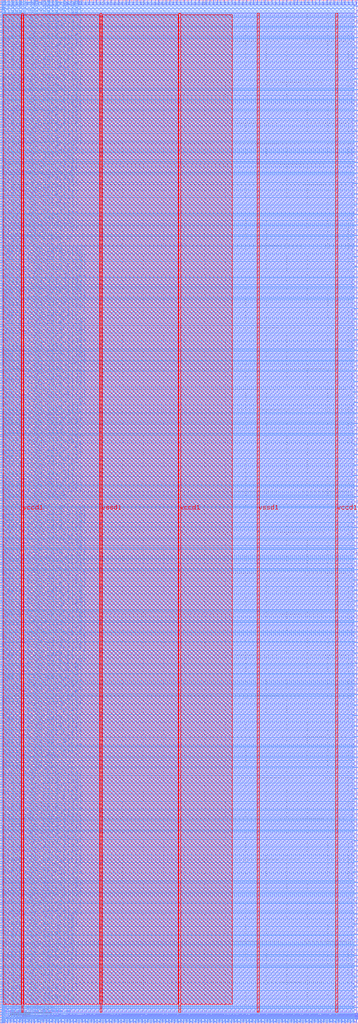
<source format=lef>
VERSION 5.7 ;
  NOWIREEXTENSIONATPIN ON ;
  DIVIDERCHAR "/" ;
  BUSBITCHARS "[]" ;
MACRO WishboneInterconnect
  CLASS BLOCK ;
  FOREIGN WishboneInterconnect ;
  ORIGIN 0.000 0.000 ;
  SIZE 350.000 BY 1000.000 ;
  PIN master0_wb_ack_i
    DIRECTION OUTPUT TRISTATE ;
    USE SIGNAL ;
    PORT
      LAYER met2 ;
        RECT 53.910 0.000 54.190 4.000 ;
    END
  END master0_wb_ack_i
  PIN master0_wb_adr_o[0]
    DIRECTION INPUT ;
    USE SIGNAL ;
    PORT
      LAYER met2 ;
        RECT 71.390 0.000 71.670 4.000 ;
    END
  END master0_wb_adr_o[0]
  PIN master0_wb_adr_o[10]
    DIRECTION INPUT ;
    USE SIGNAL ;
    PORT
      LAYER met2 ;
        RECT 170.290 0.000 170.570 4.000 ;
    END
  END master0_wb_adr_o[10]
  PIN master0_wb_adr_o[11]
    DIRECTION INPUT ;
    USE SIGNAL ;
    PORT
      LAYER met2 ;
        RECT 179.030 0.000 179.310 4.000 ;
    END
  END master0_wb_adr_o[11]
  PIN master0_wb_adr_o[12]
    DIRECTION INPUT ;
    USE SIGNAL ;
    PORT
      LAYER met2 ;
        RECT 187.770 0.000 188.050 4.000 ;
    END
  END master0_wb_adr_o[12]
  PIN master0_wb_adr_o[13]
    DIRECTION INPUT ;
    USE SIGNAL ;
    PORT
      LAYER met2 ;
        RECT 196.510 0.000 196.790 4.000 ;
    END
  END master0_wb_adr_o[13]
  PIN master0_wb_adr_o[14]
    DIRECTION INPUT ;
    USE SIGNAL ;
    PORT
      LAYER met2 ;
        RECT 205.250 0.000 205.530 4.000 ;
    END
  END master0_wb_adr_o[14]
  PIN master0_wb_adr_o[15]
    DIRECTION INPUT ;
    USE SIGNAL ;
    PORT
      LAYER met2 ;
        RECT 213.990 0.000 214.270 4.000 ;
    END
  END master0_wb_adr_o[15]
  PIN master0_wb_adr_o[16]
    DIRECTION INPUT ;
    USE SIGNAL ;
    PORT
      LAYER met2 ;
        RECT 222.730 0.000 223.010 4.000 ;
    END
  END master0_wb_adr_o[16]
  PIN master0_wb_adr_o[17]
    DIRECTION INPUT ;
    USE SIGNAL ;
    PORT
      LAYER met2 ;
        RECT 231.470 0.000 231.750 4.000 ;
    END
  END master0_wb_adr_o[17]
  PIN master0_wb_adr_o[18]
    DIRECTION INPUT ;
    USE SIGNAL ;
    PORT
      LAYER met2 ;
        RECT 240.670 0.000 240.950 4.000 ;
    END
  END master0_wb_adr_o[18]
  PIN master0_wb_adr_o[19]
    DIRECTION INPUT ;
    USE SIGNAL ;
    PORT
      LAYER met2 ;
        RECT 249.410 0.000 249.690 4.000 ;
    END
  END master0_wb_adr_o[19]
  PIN master0_wb_adr_o[1]
    DIRECTION INPUT ;
    USE SIGNAL ;
    PORT
      LAYER met2 ;
        RECT 82.890 0.000 83.170 4.000 ;
    END
  END master0_wb_adr_o[1]
  PIN master0_wb_adr_o[20]
    DIRECTION INPUT ;
    USE SIGNAL ;
    PORT
      LAYER met2 ;
        RECT 258.150 0.000 258.430 4.000 ;
    END
  END master0_wb_adr_o[20]
  PIN master0_wb_adr_o[21]
    DIRECTION INPUT ;
    USE SIGNAL ;
    PORT
      LAYER met2 ;
        RECT 266.890 0.000 267.170 4.000 ;
    END
  END master0_wb_adr_o[21]
  PIN master0_wb_adr_o[22]
    DIRECTION INPUT ;
    USE SIGNAL ;
    PORT
      LAYER met2 ;
        RECT 275.630 0.000 275.910 4.000 ;
    END
  END master0_wb_adr_o[22]
  PIN master0_wb_adr_o[23]
    DIRECTION INPUT ;
    USE SIGNAL ;
    PORT
      LAYER met2 ;
        RECT 284.370 0.000 284.650 4.000 ;
    END
  END master0_wb_adr_o[23]
  PIN master0_wb_adr_o[24]
    DIRECTION INPUT ;
    USE SIGNAL ;
    PORT
      LAYER met2 ;
        RECT 293.110 0.000 293.390 4.000 ;
    END
  END master0_wb_adr_o[24]
  PIN master0_wb_adr_o[25]
    DIRECTION INPUT ;
    USE SIGNAL ;
    PORT
      LAYER met2 ;
        RECT 301.850 0.000 302.130 4.000 ;
    END
  END master0_wb_adr_o[25]
  PIN master0_wb_adr_o[26]
    DIRECTION INPUT ;
    USE SIGNAL ;
    PORT
      LAYER met2 ;
        RECT 310.590 0.000 310.870 4.000 ;
    END
  END master0_wb_adr_o[26]
  PIN master0_wb_adr_o[27]
    DIRECTION INPUT ;
    USE SIGNAL ;
    PORT
      LAYER met2 ;
        RECT 319.330 0.000 319.610 4.000 ;
    END
  END master0_wb_adr_o[27]
  PIN master0_wb_adr_o[2]
    DIRECTION INPUT ;
    USE SIGNAL ;
    PORT
      LAYER met2 ;
        RECT 94.390 0.000 94.670 4.000 ;
    END
  END master0_wb_adr_o[2]
  PIN master0_wb_adr_o[3]
    DIRECTION INPUT ;
    USE SIGNAL ;
    PORT
      LAYER met2 ;
        RECT 106.350 0.000 106.630 4.000 ;
    END
  END master0_wb_adr_o[3]
  PIN master0_wb_adr_o[4]
    DIRECTION INPUT ;
    USE SIGNAL ;
    PORT
      LAYER met2 ;
        RECT 117.850 0.000 118.130 4.000 ;
    END
  END master0_wb_adr_o[4]
  PIN master0_wb_adr_o[5]
    DIRECTION INPUT ;
    USE SIGNAL ;
    PORT
      LAYER met2 ;
        RECT 126.590 0.000 126.870 4.000 ;
    END
  END master0_wb_adr_o[5]
  PIN master0_wb_adr_o[6]
    DIRECTION INPUT ;
    USE SIGNAL ;
    PORT
      LAYER met2 ;
        RECT 135.330 0.000 135.610 4.000 ;
    END
  END master0_wb_adr_o[6]
  PIN master0_wb_adr_o[7]
    DIRECTION INPUT ;
    USE SIGNAL ;
    PORT
      LAYER met2 ;
        RECT 144.070 0.000 144.350 4.000 ;
    END
  END master0_wb_adr_o[7]
  PIN master0_wb_adr_o[8]
    DIRECTION INPUT ;
    USE SIGNAL ;
    PORT
      LAYER met2 ;
        RECT 152.810 0.000 153.090 4.000 ;
    END
  END master0_wb_adr_o[8]
  PIN master0_wb_adr_o[9]
    DIRECTION INPUT ;
    USE SIGNAL ;
    PORT
      LAYER met2 ;
        RECT 161.550 0.000 161.830 4.000 ;
    END
  END master0_wb_adr_o[9]
  PIN master0_wb_cyc_o
    DIRECTION INPUT ;
    USE SIGNAL ;
    PORT
      LAYER met2 ;
        RECT 56.670 0.000 56.950 4.000 ;
    END
  END master0_wb_cyc_o
  PIN master0_wb_data_i[0]
    DIRECTION OUTPUT TRISTATE ;
    USE SIGNAL ;
    PORT
      LAYER met2 ;
        RECT 74.150 0.000 74.430 4.000 ;
    END
  END master0_wb_data_i[0]
  PIN master0_wb_data_i[10]
    DIRECTION OUTPUT TRISTATE ;
    USE SIGNAL ;
    PORT
      LAYER met2 ;
        RECT 173.510 0.000 173.790 4.000 ;
    END
  END master0_wb_data_i[10]
  PIN master0_wb_data_i[11]
    DIRECTION OUTPUT TRISTATE ;
    USE SIGNAL ;
    PORT
      LAYER met2 ;
        RECT 182.250 0.000 182.530 4.000 ;
    END
  END master0_wb_data_i[11]
  PIN master0_wb_data_i[12]
    DIRECTION OUTPUT TRISTATE ;
    USE SIGNAL ;
    PORT
      LAYER met2 ;
        RECT 190.990 0.000 191.270 4.000 ;
    END
  END master0_wb_data_i[12]
  PIN master0_wb_data_i[13]
    DIRECTION OUTPUT TRISTATE ;
    USE SIGNAL ;
    PORT
      LAYER met2 ;
        RECT 199.730 0.000 200.010 4.000 ;
    END
  END master0_wb_data_i[13]
  PIN master0_wb_data_i[14]
    DIRECTION OUTPUT TRISTATE ;
    USE SIGNAL ;
    PORT
      LAYER met2 ;
        RECT 208.470 0.000 208.750 4.000 ;
    END
  END master0_wb_data_i[14]
  PIN master0_wb_data_i[15]
    DIRECTION OUTPUT TRISTATE ;
    USE SIGNAL ;
    PORT
      LAYER met2 ;
        RECT 217.210 0.000 217.490 4.000 ;
    END
  END master0_wb_data_i[15]
  PIN master0_wb_data_i[16]
    DIRECTION OUTPUT TRISTATE ;
    USE SIGNAL ;
    PORT
      LAYER met2 ;
        RECT 225.950 0.000 226.230 4.000 ;
    END
  END master0_wb_data_i[16]
  PIN master0_wb_data_i[17]
    DIRECTION OUTPUT TRISTATE ;
    USE SIGNAL ;
    PORT
      LAYER met2 ;
        RECT 234.690 0.000 234.970 4.000 ;
    END
  END master0_wb_data_i[17]
  PIN master0_wb_data_i[18]
    DIRECTION OUTPUT TRISTATE ;
    USE SIGNAL ;
    PORT
      LAYER met2 ;
        RECT 243.430 0.000 243.710 4.000 ;
    END
  END master0_wb_data_i[18]
  PIN master0_wb_data_i[19]
    DIRECTION OUTPUT TRISTATE ;
    USE SIGNAL ;
    PORT
      LAYER met2 ;
        RECT 252.170 0.000 252.450 4.000 ;
    END
  END master0_wb_data_i[19]
  PIN master0_wb_data_i[1]
    DIRECTION OUTPUT TRISTATE ;
    USE SIGNAL ;
    PORT
      LAYER met2 ;
        RECT 85.650 0.000 85.930 4.000 ;
    END
  END master0_wb_data_i[1]
  PIN master0_wb_data_i[20]
    DIRECTION OUTPUT TRISTATE ;
    USE SIGNAL ;
    PORT
      LAYER met2 ;
        RECT 260.910 0.000 261.190 4.000 ;
    END
  END master0_wb_data_i[20]
  PIN master0_wb_data_i[21]
    DIRECTION OUTPUT TRISTATE ;
    USE SIGNAL ;
    PORT
      LAYER met2 ;
        RECT 269.650 0.000 269.930 4.000 ;
    END
  END master0_wb_data_i[21]
  PIN master0_wb_data_i[22]
    DIRECTION OUTPUT TRISTATE ;
    USE SIGNAL ;
    PORT
      LAYER met2 ;
        RECT 278.390 0.000 278.670 4.000 ;
    END
  END master0_wb_data_i[22]
  PIN master0_wb_data_i[23]
    DIRECTION OUTPUT TRISTATE ;
    USE SIGNAL ;
    PORT
      LAYER met2 ;
        RECT 287.130 0.000 287.410 4.000 ;
    END
  END master0_wb_data_i[23]
  PIN master0_wb_data_i[24]
    DIRECTION OUTPUT TRISTATE ;
    USE SIGNAL ;
    PORT
      LAYER met2 ;
        RECT 295.870 0.000 296.150 4.000 ;
    END
  END master0_wb_data_i[24]
  PIN master0_wb_data_i[25]
    DIRECTION OUTPUT TRISTATE ;
    USE SIGNAL ;
    PORT
      LAYER met2 ;
        RECT 304.610 0.000 304.890 4.000 ;
    END
  END master0_wb_data_i[25]
  PIN master0_wb_data_i[26]
    DIRECTION OUTPUT TRISTATE ;
    USE SIGNAL ;
    PORT
      LAYER met2 ;
        RECT 313.350 0.000 313.630 4.000 ;
    END
  END master0_wb_data_i[26]
  PIN master0_wb_data_i[27]
    DIRECTION OUTPUT TRISTATE ;
    USE SIGNAL ;
    PORT
      LAYER met2 ;
        RECT 322.090 0.000 322.370 4.000 ;
    END
  END master0_wb_data_i[27]
  PIN master0_wb_data_i[28]
    DIRECTION OUTPUT TRISTATE ;
    USE SIGNAL ;
    PORT
      LAYER met2 ;
        RECT 328.070 0.000 328.350 4.000 ;
    END
  END master0_wb_data_i[28]
  PIN master0_wb_data_i[29]
    DIRECTION OUTPUT TRISTATE ;
    USE SIGNAL ;
    PORT
      LAYER met2 ;
        RECT 333.590 0.000 333.870 4.000 ;
    END
  END master0_wb_data_i[29]
  PIN master0_wb_data_i[2]
    DIRECTION OUTPUT TRISTATE ;
    USE SIGNAL ;
    PORT
      LAYER met2 ;
        RECT 97.610 0.000 97.890 4.000 ;
    END
  END master0_wb_data_i[2]
  PIN master0_wb_data_i[30]
    DIRECTION OUTPUT TRISTATE ;
    USE SIGNAL ;
    PORT
      LAYER met2 ;
        RECT 339.570 0.000 339.850 4.000 ;
    END
  END master0_wb_data_i[30]
  PIN master0_wb_data_i[31]
    DIRECTION OUTPUT TRISTATE ;
    USE SIGNAL ;
    PORT
      LAYER met2 ;
        RECT 345.550 0.000 345.830 4.000 ;
    END
  END master0_wb_data_i[31]
  PIN master0_wb_data_i[3]
    DIRECTION OUTPUT TRISTATE ;
    USE SIGNAL ;
    PORT
      LAYER met2 ;
        RECT 109.110 0.000 109.390 4.000 ;
    END
  END master0_wb_data_i[3]
  PIN master0_wb_data_i[4]
    DIRECTION OUTPUT TRISTATE ;
    USE SIGNAL ;
    PORT
      LAYER met2 ;
        RECT 121.070 0.000 121.350 4.000 ;
    END
  END master0_wb_data_i[4]
  PIN master0_wb_data_i[5]
    DIRECTION OUTPUT TRISTATE ;
    USE SIGNAL ;
    PORT
      LAYER met2 ;
        RECT 129.810 0.000 130.090 4.000 ;
    END
  END master0_wb_data_i[5]
  PIN master0_wb_data_i[6]
    DIRECTION OUTPUT TRISTATE ;
    USE SIGNAL ;
    PORT
      LAYER met2 ;
        RECT 138.550 0.000 138.830 4.000 ;
    END
  END master0_wb_data_i[6]
  PIN master0_wb_data_i[7]
    DIRECTION OUTPUT TRISTATE ;
    USE SIGNAL ;
    PORT
      LAYER met2 ;
        RECT 147.290 0.000 147.570 4.000 ;
    END
  END master0_wb_data_i[7]
  PIN master0_wb_data_i[8]
    DIRECTION OUTPUT TRISTATE ;
    USE SIGNAL ;
    PORT
      LAYER met2 ;
        RECT 156.030 0.000 156.310 4.000 ;
    END
  END master0_wb_data_i[8]
  PIN master0_wb_data_i[9]
    DIRECTION OUTPUT TRISTATE ;
    USE SIGNAL ;
    PORT
      LAYER met2 ;
        RECT 164.770 0.000 165.050 4.000 ;
    END
  END master0_wb_data_i[9]
  PIN master0_wb_data_o[0]
    DIRECTION INPUT ;
    USE SIGNAL ;
    PORT
      LAYER met2 ;
        RECT 76.910 0.000 77.190 4.000 ;
    END
  END master0_wb_data_o[0]
  PIN master0_wb_data_o[10]
    DIRECTION INPUT ;
    USE SIGNAL ;
    PORT
      LAYER met2 ;
        RECT 176.270 0.000 176.550 4.000 ;
    END
  END master0_wb_data_o[10]
  PIN master0_wb_data_o[11]
    DIRECTION INPUT ;
    USE SIGNAL ;
    PORT
      LAYER met2 ;
        RECT 185.010 0.000 185.290 4.000 ;
    END
  END master0_wb_data_o[11]
  PIN master0_wb_data_o[12]
    DIRECTION INPUT ;
    USE SIGNAL ;
    PORT
      LAYER met2 ;
        RECT 193.750 0.000 194.030 4.000 ;
    END
  END master0_wb_data_o[12]
  PIN master0_wb_data_o[13]
    DIRECTION INPUT ;
    USE SIGNAL ;
    PORT
      LAYER met2 ;
        RECT 202.490 0.000 202.770 4.000 ;
    END
  END master0_wb_data_o[13]
  PIN master0_wb_data_o[14]
    DIRECTION INPUT ;
    USE SIGNAL ;
    PORT
      LAYER met2 ;
        RECT 211.230 0.000 211.510 4.000 ;
    END
  END master0_wb_data_o[14]
  PIN master0_wb_data_o[15]
    DIRECTION INPUT ;
    USE SIGNAL ;
    PORT
      LAYER met2 ;
        RECT 219.970 0.000 220.250 4.000 ;
    END
  END master0_wb_data_o[15]
  PIN master0_wb_data_o[16]
    DIRECTION INPUT ;
    USE SIGNAL ;
    PORT
      LAYER met2 ;
        RECT 228.710 0.000 228.990 4.000 ;
    END
  END master0_wb_data_o[16]
  PIN master0_wb_data_o[17]
    DIRECTION INPUT ;
    USE SIGNAL ;
    PORT
      LAYER met2 ;
        RECT 237.450 0.000 237.730 4.000 ;
    END
  END master0_wb_data_o[17]
  PIN master0_wb_data_o[18]
    DIRECTION INPUT ;
    USE SIGNAL ;
    PORT
      LAYER met2 ;
        RECT 246.190 0.000 246.470 4.000 ;
    END
  END master0_wb_data_o[18]
  PIN master0_wb_data_o[19]
    DIRECTION INPUT ;
    USE SIGNAL ;
    PORT
      LAYER met2 ;
        RECT 254.930 0.000 255.210 4.000 ;
    END
  END master0_wb_data_o[19]
  PIN master0_wb_data_o[1]
    DIRECTION INPUT ;
    USE SIGNAL ;
    PORT
      LAYER met2 ;
        RECT 88.870 0.000 89.150 4.000 ;
    END
  END master0_wb_data_o[1]
  PIN master0_wb_data_o[20]
    DIRECTION INPUT ;
    USE SIGNAL ;
    PORT
      LAYER met2 ;
        RECT 263.670 0.000 263.950 4.000 ;
    END
  END master0_wb_data_o[20]
  PIN master0_wb_data_o[21]
    DIRECTION INPUT ;
    USE SIGNAL ;
    PORT
      LAYER met2 ;
        RECT 272.410 0.000 272.690 4.000 ;
    END
  END master0_wb_data_o[21]
  PIN master0_wb_data_o[22]
    DIRECTION INPUT ;
    USE SIGNAL ;
    PORT
      LAYER met2 ;
        RECT 281.150 0.000 281.430 4.000 ;
    END
  END master0_wb_data_o[22]
  PIN master0_wb_data_o[23]
    DIRECTION INPUT ;
    USE SIGNAL ;
    PORT
      LAYER met2 ;
        RECT 289.890 0.000 290.170 4.000 ;
    END
  END master0_wb_data_o[23]
  PIN master0_wb_data_o[24]
    DIRECTION INPUT ;
    USE SIGNAL ;
    PORT
      LAYER met2 ;
        RECT 298.630 0.000 298.910 4.000 ;
    END
  END master0_wb_data_o[24]
  PIN master0_wb_data_o[25]
    DIRECTION INPUT ;
    USE SIGNAL ;
    PORT
      LAYER met2 ;
        RECT 307.370 0.000 307.650 4.000 ;
    END
  END master0_wb_data_o[25]
  PIN master0_wb_data_o[26]
    DIRECTION INPUT ;
    USE SIGNAL ;
    PORT
      LAYER met2 ;
        RECT 316.110 0.000 316.390 4.000 ;
    END
  END master0_wb_data_o[26]
  PIN master0_wb_data_o[27]
    DIRECTION INPUT ;
    USE SIGNAL ;
    PORT
      LAYER met2 ;
        RECT 324.850 0.000 325.130 4.000 ;
    END
  END master0_wb_data_o[27]
  PIN master0_wb_data_o[28]
    DIRECTION INPUT ;
    USE SIGNAL ;
    PORT
      LAYER met2 ;
        RECT 330.830 0.000 331.110 4.000 ;
    END
  END master0_wb_data_o[28]
  PIN master0_wb_data_o[29]
    DIRECTION INPUT ;
    USE SIGNAL ;
    PORT
      LAYER met2 ;
        RECT 336.810 0.000 337.090 4.000 ;
    END
  END master0_wb_data_o[29]
  PIN master0_wb_data_o[2]
    DIRECTION INPUT ;
    USE SIGNAL ;
    PORT
      LAYER met2 ;
        RECT 100.370 0.000 100.650 4.000 ;
    END
  END master0_wb_data_o[2]
  PIN master0_wb_data_o[30]
    DIRECTION INPUT ;
    USE SIGNAL ;
    PORT
      LAYER met2 ;
        RECT 342.330 0.000 342.610 4.000 ;
    END
  END master0_wb_data_o[30]
  PIN master0_wb_data_o[31]
    DIRECTION INPUT ;
    USE SIGNAL ;
    PORT
      LAYER met2 ;
        RECT 348.310 0.000 348.590 4.000 ;
    END
  END master0_wb_data_o[31]
  PIN master0_wb_data_o[3]
    DIRECTION INPUT ;
    USE SIGNAL ;
    PORT
      LAYER met2 ;
        RECT 111.870 0.000 112.150 4.000 ;
    END
  END master0_wb_data_o[3]
  PIN master0_wb_data_o[4]
    DIRECTION INPUT ;
    USE SIGNAL ;
    PORT
      LAYER met2 ;
        RECT 123.830 0.000 124.110 4.000 ;
    END
  END master0_wb_data_o[4]
  PIN master0_wb_data_o[5]
    DIRECTION INPUT ;
    USE SIGNAL ;
    PORT
      LAYER met2 ;
        RECT 132.570 0.000 132.850 4.000 ;
    END
  END master0_wb_data_o[5]
  PIN master0_wb_data_o[6]
    DIRECTION INPUT ;
    USE SIGNAL ;
    PORT
      LAYER met2 ;
        RECT 141.310 0.000 141.590 4.000 ;
    END
  END master0_wb_data_o[6]
  PIN master0_wb_data_o[7]
    DIRECTION INPUT ;
    USE SIGNAL ;
    PORT
      LAYER met2 ;
        RECT 150.050 0.000 150.330 4.000 ;
    END
  END master0_wb_data_o[7]
  PIN master0_wb_data_o[8]
    DIRECTION INPUT ;
    USE SIGNAL ;
    PORT
      LAYER met2 ;
        RECT 158.790 0.000 159.070 4.000 ;
    END
  END master0_wb_data_o[8]
  PIN master0_wb_data_o[9]
    DIRECTION INPUT ;
    USE SIGNAL ;
    PORT
      LAYER met2 ;
        RECT 167.530 0.000 167.810 4.000 ;
    END
  END master0_wb_data_o[9]
  PIN master0_wb_error_i
    DIRECTION OUTPUT TRISTATE ;
    USE SIGNAL ;
    PORT
      LAYER met2 ;
        RECT 59.430 0.000 59.710 4.000 ;
    END
  END master0_wb_error_i
  PIN master0_wb_sel_o[0]
    DIRECTION INPUT ;
    USE SIGNAL ;
    PORT
      LAYER met2 ;
        RECT 80.130 0.000 80.410 4.000 ;
    END
  END master0_wb_sel_o[0]
  PIN master0_wb_sel_o[1]
    DIRECTION INPUT ;
    USE SIGNAL ;
    PORT
      LAYER met2 ;
        RECT 91.630 0.000 91.910 4.000 ;
    END
  END master0_wb_sel_o[1]
  PIN master0_wb_sel_o[2]
    DIRECTION INPUT ;
    USE SIGNAL ;
    PORT
      LAYER met2 ;
        RECT 103.130 0.000 103.410 4.000 ;
    END
  END master0_wb_sel_o[2]
  PIN master0_wb_sel_o[3]
    DIRECTION INPUT ;
    USE SIGNAL ;
    PORT
      LAYER met2 ;
        RECT 115.090 0.000 115.370 4.000 ;
    END
  END master0_wb_sel_o[3]
  PIN master0_wb_stall_i
    DIRECTION OUTPUT TRISTATE ;
    USE SIGNAL ;
    PORT
      LAYER met2 ;
        RECT 62.650 0.000 62.930 4.000 ;
    END
  END master0_wb_stall_i
  PIN master0_wb_stb_o
    DIRECTION INPUT ;
    USE SIGNAL ;
    PORT
      LAYER met2 ;
        RECT 65.410 0.000 65.690 4.000 ;
    END
  END master0_wb_stb_o
  PIN master0_wb_we_o
    DIRECTION INPUT ;
    USE SIGNAL ;
    PORT
      LAYER met2 ;
        RECT 68.170 0.000 68.450 4.000 ;
    END
  END master0_wb_we_o
  PIN master1_wb_ack_i
    DIRECTION OUTPUT TRISTATE ;
    USE SIGNAL ;
    PORT
      LAYER met3 ;
        RECT 0.000 500.520 4.000 501.120 ;
    END
  END master1_wb_ack_i
  PIN master1_wb_adr_o[0]
    DIRECTION INPUT ;
    USE SIGNAL ;
    PORT
      LAYER met3 ;
        RECT 0.000 515.480 4.000 516.080 ;
    END
  END master1_wb_adr_o[0]
  PIN master1_wb_adr_o[10]
    DIRECTION INPUT ;
    USE SIGNAL ;
    PORT
      LAYER met3 ;
        RECT 0.000 600.480 4.000 601.080 ;
    END
  END master1_wb_adr_o[10]
  PIN master1_wb_adr_o[11]
    DIRECTION INPUT ;
    USE SIGNAL ;
    PORT
      LAYER met3 ;
        RECT 0.000 607.960 4.000 608.560 ;
    END
  END master1_wb_adr_o[11]
  PIN master1_wb_adr_o[12]
    DIRECTION INPUT ;
    USE SIGNAL ;
    PORT
      LAYER met3 ;
        RECT 0.000 615.440 4.000 616.040 ;
    END
  END master1_wb_adr_o[12]
  PIN master1_wb_adr_o[13]
    DIRECTION INPUT ;
    USE SIGNAL ;
    PORT
      LAYER met3 ;
        RECT 0.000 622.920 4.000 623.520 ;
    END
  END master1_wb_adr_o[13]
  PIN master1_wb_adr_o[14]
    DIRECTION INPUT ;
    USE SIGNAL ;
    PORT
      LAYER met3 ;
        RECT 0.000 630.400 4.000 631.000 ;
    END
  END master1_wb_adr_o[14]
  PIN master1_wb_adr_o[15]
    DIRECTION INPUT ;
    USE SIGNAL ;
    PORT
      LAYER met3 ;
        RECT 0.000 637.880 4.000 638.480 ;
    END
  END master1_wb_adr_o[15]
  PIN master1_wb_adr_o[16]
    DIRECTION INPUT ;
    USE SIGNAL ;
    PORT
      LAYER met3 ;
        RECT 0.000 645.360 4.000 645.960 ;
    END
  END master1_wb_adr_o[16]
  PIN master1_wb_adr_o[17]
    DIRECTION INPUT ;
    USE SIGNAL ;
    PORT
      LAYER met3 ;
        RECT 0.000 652.840 4.000 653.440 ;
    END
  END master1_wb_adr_o[17]
  PIN master1_wb_adr_o[18]
    DIRECTION INPUT ;
    USE SIGNAL ;
    PORT
      LAYER met3 ;
        RECT 0.000 660.320 4.000 660.920 ;
    END
  END master1_wb_adr_o[18]
  PIN master1_wb_adr_o[19]
    DIRECTION INPUT ;
    USE SIGNAL ;
    PORT
      LAYER met3 ;
        RECT 0.000 667.800 4.000 668.400 ;
    END
  END master1_wb_adr_o[19]
  PIN master1_wb_adr_o[1]
    DIRECTION INPUT ;
    USE SIGNAL ;
    PORT
      LAYER met3 ;
        RECT 0.000 525.680 4.000 526.280 ;
    END
  END master1_wb_adr_o[1]
  PIN master1_wb_adr_o[20]
    DIRECTION INPUT ;
    USE SIGNAL ;
    PORT
      LAYER met3 ;
        RECT 0.000 675.280 4.000 675.880 ;
    END
  END master1_wb_adr_o[20]
  PIN master1_wb_adr_o[21]
    DIRECTION INPUT ;
    USE SIGNAL ;
    PORT
      LAYER met3 ;
        RECT 0.000 682.760 4.000 683.360 ;
    END
  END master1_wb_adr_o[21]
  PIN master1_wb_adr_o[22]
    DIRECTION INPUT ;
    USE SIGNAL ;
    PORT
      LAYER met3 ;
        RECT 0.000 690.240 4.000 690.840 ;
    END
  END master1_wb_adr_o[22]
  PIN master1_wb_adr_o[23]
    DIRECTION INPUT ;
    USE SIGNAL ;
    PORT
      LAYER met3 ;
        RECT 0.000 698.400 4.000 699.000 ;
    END
  END master1_wb_adr_o[23]
  PIN master1_wb_adr_o[24]
    DIRECTION INPUT ;
    USE SIGNAL ;
    PORT
      LAYER met3 ;
        RECT 0.000 705.880 4.000 706.480 ;
    END
  END master1_wb_adr_o[24]
  PIN master1_wb_adr_o[25]
    DIRECTION INPUT ;
    USE SIGNAL ;
    PORT
      LAYER met3 ;
        RECT 0.000 713.360 4.000 713.960 ;
    END
  END master1_wb_adr_o[25]
  PIN master1_wb_adr_o[26]
    DIRECTION INPUT ;
    USE SIGNAL ;
    PORT
      LAYER met3 ;
        RECT 0.000 720.840 4.000 721.440 ;
    END
  END master1_wb_adr_o[26]
  PIN master1_wb_adr_o[27]
    DIRECTION INPUT ;
    USE SIGNAL ;
    PORT
      LAYER met3 ;
        RECT 0.000 728.320 4.000 728.920 ;
    END
  END master1_wb_adr_o[27]
  PIN master1_wb_adr_o[2]
    DIRECTION INPUT ;
    USE SIGNAL ;
    PORT
      LAYER met3 ;
        RECT 0.000 535.200 4.000 535.800 ;
    END
  END master1_wb_adr_o[2]
  PIN master1_wb_adr_o[3]
    DIRECTION INPUT ;
    USE SIGNAL ;
    PORT
      LAYER met3 ;
        RECT 0.000 545.400 4.000 546.000 ;
    END
  END master1_wb_adr_o[3]
  PIN master1_wb_adr_o[4]
    DIRECTION INPUT ;
    USE SIGNAL ;
    PORT
      LAYER met3 ;
        RECT 0.000 555.600 4.000 556.200 ;
    END
  END master1_wb_adr_o[4]
  PIN master1_wb_adr_o[5]
    DIRECTION INPUT ;
    USE SIGNAL ;
    PORT
      LAYER met3 ;
        RECT 0.000 563.080 4.000 563.680 ;
    END
  END master1_wb_adr_o[5]
  PIN master1_wb_adr_o[6]
    DIRECTION INPUT ;
    USE SIGNAL ;
    PORT
      LAYER met3 ;
        RECT 0.000 570.560 4.000 571.160 ;
    END
  END master1_wb_adr_o[6]
  PIN master1_wb_adr_o[7]
    DIRECTION INPUT ;
    USE SIGNAL ;
    PORT
      LAYER met3 ;
        RECT 0.000 578.040 4.000 578.640 ;
    END
  END master1_wb_adr_o[7]
  PIN master1_wb_adr_o[8]
    DIRECTION INPUT ;
    USE SIGNAL ;
    PORT
      LAYER met3 ;
        RECT 0.000 585.520 4.000 586.120 ;
    END
  END master1_wb_adr_o[8]
  PIN master1_wb_adr_o[9]
    DIRECTION INPUT ;
    USE SIGNAL ;
    PORT
      LAYER met3 ;
        RECT 0.000 593.000 4.000 593.600 ;
    END
  END master1_wb_adr_o[9]
  PIN master1_wb_cyc_o
    DIRECTION INPUT ;
    USE SIGNAL ;
    PORT
      LAYER met3 ;
        RECT 0.000 503.240 4.000 503.840 ;
    END
  END master1_wb_cyc_o
  PIN master1_wb_data_i[0]
    DIRECTION OUTPUT TRISTATE ;
    USE SIGNAL ;
    PORT
      LAYER met3 ;
        RECT 0.000 518.200 4.000 518.800 ;
    END
  END master1_wb_data_i[0]
  PIN master1_wb_data_i[10]
    DIRECTION OUTPUT TRISTATE ;
    USE SIGNAL ;
    PORT
      LAYER met3 ;
        RECT 0.000 603.200 4.000 603.800 ;
    END
  END master1_wb_data_i[10]
  PIN master1_wb_data_i[11]
    DIRECTION OUTPUT TRISTATE ;
    USE SIGNAL ;
    PORT
      LAYER met3 ;
        RECT 0.000 610.680 4.000 611.280 ;
    END
  END master1_wb_data_i[11]
  PIN master1_wb_data_i[12]
    DIRECTION OUTPUT TRISTATE ;
    USE SIGNAL ;
    PORT
      LAYER met3 ;
        RECT 0.000 618.160 4.000 618.760 ;
    END
  END master1_wb_data_i[12]
  PIN master1_wb_data_i[13]
    DIRECTION OUTPUT TRISTATE ;
    USE SIGNAL ;
    PORT
      LAYER met3 ;
        RECT 0.000 625.640 4.000 626.240 ;
    END
  END master1_wb_data_i[13]
  PIN master1_wb_data_i[14]
    DIRECTION OUTPUT TRISTATE ;
    USE SIGNAL ;
    PORT
      LAYER met3 ;
        RECT 0.000 633.120 4.000 633.720 ;
    END
  END master1_wb_data_i[14]
  PIN master1_wb_data_i[15]
    DIRECTION OUTPUT TRISTATE ;
    USE SIGNAL ;
    PORT
      LAYER met3 ;
        RECT 0.000 640.600 4.000 641.200 ;
    END
  END master1_wb_data_i[15]
  PIN master1_wb_data_i[16]
    DIRECTION OUTPUT TRISTATE ;
    USE SIGNAL ;
    PORT
      LAYER met3 ;
        RECT 0.000 648.080 4.000 648.680 ;
    END
  END master1_wb_data_i[16]
  PIN master1_wb_data_i[17]
    DIRECTION OUTPUT TRISTATE ;
    USE SIGNAL ;
    PORT
      LAYER met3 ;
        RECT 0.000 655.560 4.000 656.160 ;
    END
  END master1_wb_data_i[17]
  PIN master1_wb_data_i[18]
    DIRECTION OUTPUT TRISTATE ;
    USE SIGNAL ;
    PORT
      LAYER met3 ;
        RECT 0.000 663.040 4.000 663.640 ;
    END
  END master1_wb_data_i[18]
  PIN master1_wb_data_i[19]
    DIRECTION OUTPUT TRISTATE ;
    USE SIGNAL ;
    PORT
      LAYER met3 ;
        RECT 0.000 670.520 4.000 671.120 ;
    END
  END master1_wb_data_i[19]
  PIN master1_wb_data_i[1]
    DIRECTION OUTPUT TRISTATE ;
    USE SIGNAL ;
    PORT
      LAYER met3 ;
        RECT 0.000 527.720 4.000 528.320 ;
    END
  END master1_wb_data_i[1]
  PIN master1_wb_data_i[20]
    DIRECTION OUTPUT TRISTATE ;
    USE SIGNAL ;
    PORT
      LAYER met3 ;
        RECT 0.000 678.000 4.000 678.600 ;
    END
  END master1_wb_data_i[20]
  PIN master1_wb_data_i[21]
    DIRECTION OUTPUT TRISTATE ;
    USE SIGNAL ;
    PORT
      LAYER met3 ;
        RECT 0.000 685.480 4.000 686.080 ;
    END
  END master1_wb_data_i[21]
  PIN master1_wb_data_i[22]
    DIRECTION OUTPUT TRISTATE ;
    USE SIGNAL ;
    PORT
      LAYER met3 ;
        RECT 0.000 692.960 4.000 693.560 ;
    END
  END master1_wb_data_i[22]
  PIN master1_wb_data_i[23]
    DIRECTION OUTPUT TRISTATE ;
    USE SIGNAL ;
    PORT
      LAYER met3 ;
        RECT 0.000 700.440 4.000 701.040 ;
    END
  END master1_wb_data_i[23]
  PIN master1_wb_data_i[24]
    DIRECTION OUTPUT TRISTATE ;
    USE SIGNAL ;
    PORT
      LAYER met3 ;
        RECT 0.000 707.920 4.000 708.520 ;
    END
  END master1_wb_data_i[24]
  PIN master1_wb_data_i[25]
    DIRECTION OUTPUT TRISTATE ;
    USE SIGNAL ;
    PORT
      LAYER met3 ;
        RECT 0.000 715.400 4.000 716.000 ;
    END
  END master1_wb_data_i[25]
  PIN master1_wb_data_i[26]
    DIRECTION OUTPUT TRISTATE ;
    USE SIGNAL ;
    PORT
      LAYER met3 ;
        RECT 0.000 722.880 4.000 723.480 ;
    END
  END master1_wb_data_i[26]
  PIN master1_wb_data_i[27]
    DIRECTION OUTPUT TRISTATE ;
    USE SIGNAL ;
    PORT
      LAYER met3 ;
        RECT 0.000 730.360 4.000 730.960 ;
    END
  END master1_wb_data_i[27]
  PIN master1_wb_data_i[28]
    DIRECTION OUTPUT TRISTATE ;
    USE SIGNAL ;
    PORT
      LAYER met3 ;
        RECT 0.000 735.800 4.000 736.400 ;
    END
  END master1_wb_data_i[28]
  PIN master1_wb_data_i[29]
    DIRECTION OUTPUT TRISTATE ;
    USE SIGNAL ;
    PORT
      LAYER met3 ;
        RECT 0.000 740.560 4.000 741.160 ;
    END
  END master1_wb_data_i[29]
  PIN master1_wb_data_i[2]
    DIRECTION OUTPUT TRISTATE ;
    USE SIGNAL ;
    PORT
      LAYER met3 ;
        RECT 0.000 537.920 4.000 538.520 ;
    END
  END master1_wb_data_i[2]
  PIN master1_wb_data_i[30]
    DIRECTION OUTPUT TRISTATE ;
    USE SIGNAL ;
    PORT
      LAYER met3 ;
        RECT 0.000 745.320 4.000 745.920 ;
    END
  END master1_wb_data_i[30]
  PIN master1_wb_data_i[31]
    DIRECTION OUTPUT TRISTATE ;
    USE SIGNAL ;
    PORT
      LAYER met3 ;
        RECT 0.000 750.760 4.000 751.360 ;
    END
  END master1_wb_data_i[31]
  PIN master1_wb_data_i[3]
    DIRECTION OUTPUT TRISTATE ;
    USE SIGNAL ;
    PORT
      LAYER met3 ;
        RECT 0.000 548.120 4.000 548.720 ;
    END
  END master1_wb_data_i[3]
  PIN master1_wb_data_i[4]
    DIRECTION OUTPUT TRISTATE ;
    USE SIGNAL ;
    PORT
      LAYER met3 ;
        RECT 0.000 558.320 4.000 558.920 ;
    END
  END master1_wb_data_i[4]
  PIN master1_wb_data_i[5]
    DIRECTION OUTPUT TRISTATE ;
    USE SIGNAL ;
    PORT
      LAYER met3 ;
        RECT 0.000 565.800 4.000 566.400 ;
    END
  END master1_wb_data_i[5]
  PIN master1_wb_data_i[6]
    DIRECTION OUTPUT TRISTATE ;
    USE SIGNAL ;
    PORT
      LAYER met3 ;
        RECT 0.000 573.280 4.000 573.880 ;
    END
  END master1_wb_data_i[6]
  PIN master1_wb_data_i[7]
    DIRECTION OUTPUT TRISTATE ;
    USE SIGNAL ;
    PORT
      LAYER met3 ;
        RECT 0.000 580.760 4.000 581.360 ;
    END
  END master1_wb_data_i[7]
  PIN master1_wb_data_i[8]
    DIRECTION OUTPUT TRISTATE ;
    USE SIGNAL ;
    PORT
      LAYER met3 ;
        RECT 0.000 588.240 4.000 588.840 ;
    END
  END master1_wb_data_i[8]
  PIN master1_wb_data_i[9]
    DIRECTION OUTPUT TRISTATE ;
    USE SIGNAL ;
    PORT
      LAYER met3 ;
        RECT 0.000 595.720 4.000 596.320 ;
    END
  END master1_wb_data_i[9]
  PIN master1_wb_data_o[0]
    DIRECTION INPUT ;
    USE SIGNAL ;
    PORT
      LAYER met3 ;
        RECT 0.000 520.240 4.000 520.840 ;
    END
  END master1_wb_data_o[0]
  PIN master1_wb_data_o[10]
    DIRECTION INPUT ;
    USE SIGNAL ;
    PORT
      LAYER met3 ;
        RECT 0.000 605.240 4.000 605.840 ;
    END
  END master1_wb_data_o[10]
  PIN master1_wb_data_o[11]
    DIRECTION INPUT ;
    USE SIGNAL ;
    PORT
      LAYER met3 ;
        RECT 0.000 612.720 4.000 613.320 ;
    END
  END master1_wb_data_o[11]
  PIN master1_wb_data_o[12]
    DIRECTION INPUT ;
    USE SIGNAL ;
    PORT
      LAYER met3 ;
        RECT 0.000 620.880 4.000 621.480 ;
    END
  END master1_wb_data_o[12]
  PIN master1_wb_data_o[13]
    DIRECTION INPUT ;
    USE SIGNAL ;
    PORT
      LAYER met3 ;
        RECT 0.000 628.360 4.000 628.960 ;
    END
  END master1_wb_data_o[13]
  PIN master1_wb_data_o[14]
    DIRECTION INPUT ;
    USE SIGNAL ;
    PORT
      LAYER met3 ;
        RECT 0.000 635.840 4.000 636.440 ;
    END
  END master1_wb_data_o[14]
  PIN master1_wb_data_o[15]
    DIRECTION INPUT ;
    USE SIGNAL ;
    PORT
      LAYER met3 ;
        RECT 0.000 643.320 4.000 643.920 ;
    END
  END master1_wb_data_o[15]
  PIN master1_wb_data_o[16]
    DIRECTION INPUT ;
    USE SIGNAL ;
    PORT
      LAYER met3 ;
        RECT 0.000 650.800 4.000 651.400 ;
    END
  END master1_wb_data_o[16]
  PIN master1_wb_data_o[17]
    DIRECTION INPUT ;
    USE SIGNAL ;
    PORT
      LAYER met3 ;
        RECT 0.000 658.280 4.000 658.880 ;
    END
  END master1_wb_data_o[17]
  PIN master1_wb_data_o[18]
    DIRECTION INPUT ;
    USE SIGNAL ;
    PORT
      LAYER met3 ;
        RECT 0.000 665.760 4.000 666.360 ;
    END
  END master1_wb_data_o[18]
  PIN master1_wb_data_o[19]
    DIRECTION INPUT ;
    USE SIGNAL ;
    PORT
      LAYER met3 ;
        RECT 0.000 673.240 4.000 673.840 ;
    END
  END master1_wb_data_o[19]
  PIN master1_wb_data_o[1]
    DIRECTION INPUT ;
    USE SIGNAL ;
    PORT
      LAYER met3 ;
        RECT 0.000 530.440 4.000 531.040 ;
    END
  END master1_wb_data_o[1]
  PIN master1_wb_data_o[20]
    DIRECTION INPUT ;
    USE SIGNAL ;
    PORT
      LAYER met3 ;
        RECT 0.000 680.720 4.000 681.320 ;
    END
  END master1_wb_data_o[20]
  PIN master1_wb_data_o[21]
    DIRECTION INPUT ;
    USE SIGNAL ;
    PORT
      LAYER met3 ;
        RECT 0.000 688.200 4.000 688.800 ;
    END
  END master1_wb_data_o[21]
  PIN master1_wb_data_o[22]
    DIRECTION INPUT ;
    USE SIGNAL ;
    PORT
      LAYER met3 ;
        RECT 0.000 695.680 4.000 696.280 ;
    END
  END master1_wb_data_o[22]
  PIN master1_wb_data_o[23]
    DIRECTION INPUT ;
    USE SIGNAL ;
    PORT
      LAYER met3 ;
        RECT 0.000 703.160 4.000 703.760 ;
    END
  END master1_wb_data_o[23]
  PIN master1_wb_data_o[24]
    DIRECTION INPUT ;
    USE SIGNAL ;
    PORT
      LAYER met3 ;
        RECT 0.000 710.640 4.000 711.240 ;
    END
  END master1_wb_data_o[24]
  PIN master1_wb_data_o[25]
    DIRECTION INPUT ;
    USE SIGNAL ;
    PORT
      LAYER met3 ;
        RECT 0.000 718.120 4.000 718.720 ;
    END
  END master1_wb_data_o[25]
  PIN master1_wb_data_o[26]
    DIRECTION INPUT ;
    USE SIGNAL ;
    PORT
      LAYER met3 ;
        RECT 0.000 725.600 4.000 726.200 ;
    END
  END master1_wb_data_o[26]
  PIN master1_wb_data_o[27]
    DIRECTION INPUT ;
    USE SIGNAL ;
    PORT
      LAYER met3 ;
        RECT 0.000 733.080 4.000 733.680 ;
    END
  END master1_wb_data_o[27]
  PIN master1_wb_data_o[28]
    DIRECTION INPUT ;
    USE SIGNAL ;
    PORT
      LAYER met3 ;
        RECT 0.000 737.840 4.000 738.440 ;
    END
  END master1_wb_data_o[28]
  PIN master1_wb_data_o[29]
    DIRECTION INPUT ;
    USE SIGNAL ;
    PORT
      LAYER met3 ;
        RECT 0.000 743.280 4.000 743.880 ;
    END
  END master1_wb_data_o[29]
  PIN master1_wb_data_o[2]
    DIRECTION INPUT ;
    USE SIGNAL ;
    PORT
      LAYER met3 ;
        RECT 0.000 540.640 4.000 541.240 ;
    END
  END master1_wb_data_o[2]
  PIN master1_wb_data_o[30]
    DIRECTION INPUT ;
    USE SIGNAL ;
    PORT
      LAYER met3 ;
        RECT 0.000 748.040 4.000 748.640 ;
    END
  END master1_wb_data_o[30]
  PIN master1_wb_data_o[31]
    DIRECTION INPUT ;
    USE SIGNAL ;
    PORT
      LAYER met3 ;
        RECT 0.000 752.800 4.000 753.400 ;
    END
  END master1_wb_data_o[31]
  PIN master1_wb_data_o[3]
    DIRECTION INPUT ;
    USE SIGNAL ;
    PORT
      LAYER met3 ;
        RECT 0.000 550.840 4.000 551.440 ;
    END
  END master1_wb_data_o[3]
  PIN master1_wb_data_o[4]
    DIRECTION INPUT ;
    USE SIGNAL ;
    PORT
      LAYER met3 ;
        RECT 0.000 560.360 4.000 560.960 ;
    END
  END master1_wb_data_o[4]
  PIN master1_wb_data_o[5]
    DIRECTION INPUT ;
    USE SIGNAL ;
    PORT
      LAYER met3 ;
        RECT 0.000 567.840 4.000 568.440 ;
    END
  END master1_wb_data_o[5]
  PIN master1_wb_data_o[6]
    DIRECTION INPUT ;
    USE SIGNAL ;
    PORT
      LAYER met3 ;
        RECT 0.000 575.320 4.000 575.920 ;
    END
  END master1_wb_data_o[6]
  PIN master1_wb_data_o[7]
    DIRECTION INPUT ;
    USE SIGNAL ;
    PORT
      LAYER met3 ;
        RECT 0.000 582.800 4.000 583.400 ;
    END
  END master1_wb_data_o[7]
  PIN master1_wb_data_o[8]
    DIRECTION INPUT ;
    USE SIGNAL ;
    PORT
      LAYER met3 ;
        RECT 0.000 590.280 4.000 590.880 ;
    END
  END master1_wb_data_o[8]
  PIN master1_wb_data_o[9]
    DIRECTION INPUT ;
    USE SIGNAL ;
    PORT
      LAYER met3 ;
        RECT 0.000 597.760 4.000 598.360 ;
    END
  END master1_wb_data_o[9]
  PIN master1_wb_error_i
    DIRECTION OUTPUT TRISTATE ;
    USE SIGNAL ;
    PORT
      LAYER met3 ;
        RECT 0.000 505.280 4.000 505.880 ;
    END
  END master1_wb_error_i
  PIN master1_wb_sel_o[0]
    DIRECTION INPUT ;
    USE SIGNAL ;
    PORT
      LAYER met3 ;
        RECT 0.000 522.960 4.000 523.560 ;
    END
  END master1_wb_sel_o[0]
  PIN master1_wb_sel_o[1]
    DIRECTION INPUT ;
    USE SIGNAL ;
    PORT
      LAYER met3 ;
        RECT 0.000 533.160 4.000 533.760 ;
    END
  END master1_wb_sel_o[1]
  PIN master1_wb_sel_o[2]
    DIRECTION INPUT ;
    USE SIGNAL ;
    PORT
      LAYER met3 ;
        RECT 0.000 543.360 4.000 543.960 ;
    END
  END master1_wb_sel_o[2]
  PIN master1_wb_sel_o[3]
    DIRECTION INPUT ;
    USE SIGNAL ;
    PORT
      LAYER met3 ;
        RECT 0.000 552.880 4.000 553.480 ;
    END
  END master1_wb_sel_o[3]
  PIN master1_wb_stall_i
    DIRECTION OUTPUT TRISTATE ;
    USE SIGNAL ;
    PORT
      LAYER met3 ;
        RECT 0.000 508.000 4.000 508.600 ;
    END
  END master1_wb_stall_i
  PIN master1_wb_stb_o
    DIRECTION INPUT ;
    USE SIGNAL ;
    PORT
      LAYER met3 ;
        RECT 0.000 510.720 4.000 511.320 ;
    END
  END master1_wb_stb_o
  PIN master1_wb_we_o
    DIRECTION INPUT ;
    USE SIGNAL ;
    PORT
      LAYER met3 ;
        RECT 0.000 512.760 4.000 513.360 ;
    END
  END master1_wb_we_o
  PIN master2_wb_ack_i
    DIRECTION OUTPUT TRISTATE ;
    USE SIGNAL ;
    PORT
      LAYER met3 ;
        RECT 0.000 245.520 4.000 246.120 ;
    END
  END master2_wb_ack_i
  PIN master2_wb_adr_o[0]
    DIRECTION INPUT ;
    USE SIGNAL ;
    PORT
      LAYER met3 ;
        RECT 0.000 260.480 4.000 261.080 ;
    END
  END master2_wb_adr_o[0]
  PIN master2_wb_adr_o[10]
    DIRECTION INPUT ;
    USE SIGNAL ;
    PORT
      LAYER met3 ;
        RECT 0.000 345.480 4.000 346.080 ;
    END
  END master2_wb_adr_o[10]
  PIN master2_wb_adr_o[11]
    DIRECTION INPUT ;
    USE SIGNAL ;
    PORT
      LAYER met3 ;
        RECT 0.000 352.960 4.000 353.560 ;
    END
  END master2_wb_adr_o[11]
  PIN master2_wb_adr_o[12]
    DIRECTION INPUT ;
    USE SIGNAL ;
    PORT
      LAYER met3 ;
        RECT 0.000 360.440 4.000 361.040 ;
    END
  END master2_wb_adr_o[12]
  PIN master2_wb_adr_o[13]
    DIRECTION INPUT ;
    USE SIGNAL ;
    PORT
      LAYER met3 ;
        RECT 0.000 367.920 4.000 368.520 ;
    END
  END master2_wb_adr_o[13]
  PIN master2_wb_adr_o[14]
    DIRECTION INPUT ;
    USE SIGNAL ;
    PORT
      LAYER met3 ;
        RECT 0.000 375.400 4.000 376.000 ;
    END
  END master2_wb_adr_o[14]
  PIN master2_wb_adr_o[15]
    DIRECTION INPUT ;
    USE SIGNAL ;
    PORT
      LAYER met3 ;
        RECT 0.000 382.880 4.000 383.480 ;
    END
  END master2_wb_adr_o[15]
  PIN master2_wb_adr_o[16]
    DIRECTION INPUT ;
    USE SIGNAL ;
    PORT
      LAYER met3 ;
        RECT 0.000 390.360 4.000 390.960 ;
    END
  END master2_wb_adr_o[16]
  PIN master2_wb_adr_o[17]
    DIRECTION INPUT ;
    USE SIGNAL ;
    PORT
      LAYER met3 ;
        RECT 0.000 397.840 4.000 398.440 ;
    END
  END master2_wb_adr_o[17]
  PIN master2_wb_adr_o[18]
    DIRECTION INPUT ;
    USE SIGNAL ;
    PORT
      LAYER met3 ;
        RECT 0.000 405.320 4.000 405.920 ;
    END
  END master2_wb_adr_o[18]
  PIN master2_wb_adr_o[19]
    DIRECTION INPUT ;
    USE SIGNAL ;
    PORT
      LAYER met3 ;
        RECT 0.000 412.800 4.000 413.400 ;
    END
  END master2_wb_adr_o[19]
  PIN master2_wb_adr_o[1]
    DIRECTION INPUT ;
    USE SIGNAL ;
    PORT
      LAYER met3 ;
        RECT 0.000 270.680 4.000 271.280 ;
    END
  END master2_wb_adr_o[1]
  PIN master2_wb_adr_o[20]
    DIRECTION INPUT ;
    USE SIGNAL ;
    PORT
      LAYER met3 ;
        RECT 0.000 420.280 4.000 420.880 ;
    END
  END master2_wb_adr_o[20]
  PIN master2_wb_adr_o[21]
    DIRECTION INPUT ;
    USE SIGNAL ;
    PORT
      LAYER met3 ;
        RECT 0.000 427.760 4.000 428.360 ;
    END
  END master2_wb_adr_o[21]
  PIN master2_wb_adr_o[22]
    DIRECTION INPUT ;
    USE SIGNAL ;
    PORT
      LAYER met3 ;
        RECT 0.000 435.240 4.000 435.840 ;
    END
  END master2_wb_adr_o[22]
  PIN master2_wb_adr_o[23]
    DIRECTION INPUT ;
    USE SIGNAL ;
    PORT
      LAYER met3 ;
        RECT 0.000 442.720 4.000 443.320 ;
    END
  END master2_wb_adr_o[23]
  PIN master2_wb_adr_o[24]
    DIRECTION INPUT ;
    USE SIGNAL ;
    PORT
      LAYER met3 ;
        RECT 0.000 450.200 4.000 450.800 ;
    END
  END master2_wb_adr_o[24]
  PIN master2_wb_adr_o[25]
    DIRECTION INPUT ;
    USE SIGNAL ;
    PORT
      LAYER met3 ;
        RECT 0.000 457.680 4.000 458.280 ;
    END
  END master2_wb_adr_o[25]
  PIN master2_wb_adr_o[26]
    DIRECTION INPUT ;
    USE SIGNAL ;
    PORT
      LAYER met3 ;
        RECT 0.000 465.840 4.000 466.440 ;
    END
  END master2_wb_adr_o[26]
  PIN master2_wb_adr_o[27]
    DIRECTION INPUT ;
    USE SIGNAL ;
    PORT
      LAYER met3 ;
        RECT 0.000 473.320 4.000 473.920 ;
    END
  END master2_wb_adr_o[27]
  PIN master2_wb_adr_o[2]
    DIRECTION INPUT ;
    USE SIGNAL ;
    PORT
      LAYER met3 ;
        RECT 0.000 280.200 4.000 280.800 ;
    END
  END master2_wb_adr_o[2]
  PIN master2_wb_adr_o[3]
    DIRECTION INPUT ;
    USE SIGNAL ;
    PORT
      LAYER met3 ;
        RECT 0.000 290.400 4.000 291.000 ;
    END
  END master2_wb_adr_o[3]
  PIN master2_wb_adr_o[4]
    DIRECTION INPUT ;
    USE SIGNAL ;
    PORT
      LAYER met3 ;
        RECT 0.000 300.600 4.000 301.200 ;
    END
  END master2_wb_adr_o[4]
  PIN master2_wb_adr_o[5]
    DIRECTION INPUT ;
    USE SIGNAL ;
    PORT
      LAYER met3 ;
        RECT 0.000 308.080 4.000 308.680 ;
    END
  END master2_wb_adr_o[5]
  PIN master2_wb_adr_o[6]
    DIRECTION INPUT ;
    USE SIGNAL ;
    PORT
      LAYER met3 ;
        RECT 0.000 315.560 4.000 316.160 ;
    END
  END master2_wb_adr_o[6]
  PIN master2_wb_adr_o[7]
    DIRECTION INPUT ;
    USE SIGNAL ;
    PORT
      LAYER met3 ;
        RECT 0.000 323.040 4.000 323.640 ;
    END
  END master2_wb_adr_o[7]
  PIN master2_wb_adr_o[8]
    DIRECTION INPUT ;
    USE SIGNAL ;
    PORT
      LAYER met3 ;
        RECT 0.000 330.520 4.000 331.120 ;
    END
  END master2_wb_adr_o[8]
  PIN master2_wb_adr_o[9]
    DIRECTION INPUT ;
    USE SIGNAL ;
    PORT
      LAYER met3 ;
        RECT 0.000 338.000 4.000 338.600 ;
    END
  END master2_wb_adr_o[9]
  PIN master2_wb_cyc_o
    DIRECTION INPUT ;
    USE SIGNAL ;
    PORT
      LAYER met3 ;
        RECT 0.000 248.240 4.000 248.840 ;
    END
  END master2_wb_cyc_o
  PIN master2_wb_data_i[0]
    DIRECTION OUTPUT TRISTATE ;
    USE SIGNAL ;
    PORT
      LAYER met3 ;
        RECT 0.000 263.200 4.000 263.800 ;
    END
  END master2_wb_data_i[0]
  PIN master2_wb_data_i[10]
    DIRECTION OUTPUT TRISTATE ;
    USE SIGNAL ;
    PORT
      LAYER met3 ;
        RECT 0.000 348.200 4.000 348.800 ;
    END
  END master2_wb_data_i[10]
  PIN master2_wb_data_i[11]
    DIRECTION OUTPUT TRISTATE ;
    USE SIGNAL ;
    PORT
      LAYER met3 ;
        RECT 0.000 355.680 4.000 356.280 ;
    END
  END master2_wb_data_i[11]
  PIN master2_wb_data_i[12]
    DIRECTION OUTPUT TRISTATE ;
    USE SIGNAL ;
    PORT
      LAYER met3 ;
        RECT 0.000 363.160 4.000 363.760 ;
    END
  END master2_wb_data_i[12]
  PIN master2_wb_data_i[13]
    DIRECTION OUTPUT TRISTATE ;
    USE SIGNAL ;
    PORT
      LAYER met3 ;
        RECT 0.000 370.640 4.000 371.240 ;
    END
  END master2_wb_data_i[13]
  PIN master2_wb_data_i[14]
    DIRECTION OUTPUT TRISTATE ;
    USE SIGNAL ;
    PORT
      LAYER met3 ;
        RECT 0.000 378.120 4.000 378.720 ;
    END
  END master2_wb_data_i[14]
  PIN master2_wb_data_i[15]
    DIRECTION OUTPUT TRISTATE ;
    USE SIGNAL ;
    PORT
      LAYER met3 ;
        RECT 0.000 385.600 4.000 386.200 ;
    END
  END master2_wb_data_i[15]
  PIN master2_wb_data_i[16]
    DIRECTION OUTPUT TRISTATE ;
    USE SIGNAL ;
    PORT
      LAYER met3 ;
        RECT 0.000 393.080 4.000 393.680 ;
    END
  END master2_wb_data_i[16]
  PIN master2_wb_data_i[17]
    DIRECTION OUTPUT TRISTATE ;
    USE SIGNAL ;
    PORT
      LAYER met3 ;
        RECT 0.000 400.560 4.000 401.160 ;
    END
  END master2_wb_data_i[17]
  PIN master2_wb_data_i[18]
    DIRECTION OUTPUT TRISTATE ;
    USE SIGNAL ;
    PORT
      LAYER met3 ;
        RECT 0.000 408.040 4.000 408.640 ;
    END
  END master2_wb_data_i[18]
  PIN master2_wb_data_i[19]
    DIRECTION OUTPUT TRISTATE ;
    USE SIGNAL ;
    PORT
      LAYER met3 ;
        RECT 0.000 415.520 4.000 416.120 ;
    END
  END master2_wb_data_i[19]
  PIN master2_wb_data_i[1]
    DIRECTION OUTPUT TRISTATE ;
    USE SIGNAL ;
    PORT
      LAYER met3 ;
        RECT 0.000 272.720 4.000 273.320 ;
    END
  END master2_wb_data_i[1]
  PIN master2_wb_data_i[20]
    DIRECTION OUTPUT TRISTATE ;
    USE SIGNAL ;
    PORT
      LAYER met3 ;
        RECT 0.000 423.000 4.000 423.600 ;
    END
  END master2_wb_data_i[20]
  PIN master2_wb_data_i[21]
    DIRECTION OUTPUT TRISTATE ;
    USE SIGNAL ;
    PORT
      LAYER met3 ;
        RECT 0.000 430.480 4.000 431.080 ;
    END
  END master2_wb_data_i[21]
  PIN master2_wb_data_i[22]
    DIRECTION OUTPUT TRISTATE ;
    USE SIGNAL ;
    PORT
      LAYER met3 ;
        RECT 0.000 437.960 4.000 438.560 ;
    END
  END master2_wb_data_i[22]
  PIN master2_wb_data_i[23]
    DIRECTION OUTPUT TRISTATE ;
    USE SIGNAL ;
    PORT
      LAYER met3 ;
        RECT 0.000 445.440 4.000 446.040 ;
    END
  END master2_wb_data_i[23]
  PIN master2_wb_data_i[24]
    DIRECTION OUTPUT TRISTATE ;
    USE SIGNAL ;
    PORT
      LAYER met3 ;
        RECT 0.000 452.920 4.000 453.520 ;
    END
  END master2_wb_data_i[24]
  PIN master2_wb_data_i[25]
    DIRECTION OUTPUT TRISTATE ;
    USE SIGNAL ;
    PORT
      LAYER met3 ;
        RECT 0.000 460.400 4.000 461.000 ;
    END
  END master2_wb_data_i[25]
  PIN master2_wb_data_i[26]
    DIRECTION OUTPUT TRISTATE ;
    USE SIGNAL ;
    PORT
      LAYER met3 ;
        RECT 0.000 467.880 4.000 468.480 ;
    END
  END master2_wb_data_i[26]
  PIN master2_wb_data_i[27]
    DIRECTION OUTPUT TRISTATE ;
    USE SIGNAL ;
    PORT
      LAYER met3 ;
        RECT 0.000 475.360 4.000 475.960 ;
    END
  END master2_wb_data_i[27]
  PIN master2_wb_data_i[28]
    DIRECTION OUTPUT TRISTATE ;
    USE SIGNAL ;
    PORT
      LAYER met3 ;
        RECT 0.000 480.800 4.000 481.400 ;
    END
  END master2_wb_data_i[28]
  PIN master2_wb_data_i[29]
    DIRECTION OUTPUT TRISTATE ;
    USE SIGNAL ;
    PORT
      LAYER met3 ;
        RECT 0.000 485.560 4.000 486.160 ;
    END
  END master2_wb_data_i[29]
  PIN master2_wb_data_i[2]
    DIRECTION OUTPUT TRISTATE ;
    USE SIGNAL ;
    PORT
      LAYER met3 ;
        RECT 0.000 282.920 4.000 283.520 ;
    END
  END master2_wb_data_i[2]
  PIN master2_wb_data_i[30]
    DIRECTION OUTPUT TRISTATE ;
    USE SIGNAL ;
    PORT
      LAYER met3 ;
        RECT 0.000 490.320 4.000 490.920 ;
    END
  END master2_wb_data_i[30]
  PIN master2_wb_data_i[31]
    DIRECTION OUTPUT TRISTATE ;
    USE SIGNAL ;
    PORT
      LAYER met3 ;
        RECT 0.000 495.760 4.000 496.360 ;
    END
  END master2_wb_data_i[31]
  PIN master2_wb_data_i[3]
    DIRECTION OUTPUT TRISTATE ;
    USE SIGNAL ;
    PORT
      LAYER met3 ;
        RECT 0.000 293.120 4.000 293.720 ;
    END
  END master2_wb_data_i[3]
  PIN master2_wb_data_i[4]
    DIRECTION OUTPUT TRISTATE ;
    USE SIGNAL ;
    PORT
      LAYER met3 ;
        RECT 0.000 302.640 4.000 303.240 ;
    END
  END master2_wb_data_i[4]
  PIN master2_wb_data_i[5]
    DIRECTION OUTPUT TRISTATE ;
    USE SIGNAL ;
    PORT
      LAYER met3 ;
        RECT 0.000 310.800 4.000 311.400 ;
    END
  END master2_wb_data_i[5]
  PIN master2_wb_data_i[6]
    DIRECTION OUTPUT TRISTATE ;
    USE SIGNAL ;
    PORT
      LAYER met3 ;
        RECT 0.000 318.280 4.000 318.880 ;
    END
  END master2_wb_data_i[6]
  PIN master2_wb_data_i[7]
    DIRECTION OUTPUT TRISTATE ;
    USE SIGNAL ;
    PORT
      LAYER met3 ;
        RECT 0.000 325.760 4.000 326.360 ;
    END
  END master2_wb_data_i[7]
  PIN master2_wb_data_i[8]
    DIRECTION OUTPUT TRISTATE ;
    USE SIGNAL ;
    PORT
      LAYER met3 ;
        RECT 0.000 333.240 4.000 333.840 ;
    END
  END master2_wb_data_i[8]
  PIN master2_wb_data_i[9]
    DIRECTION OUTPUT TRISTATE ;
    USE SIGNAL ;
    PORT
      LAYER met3 ;
        RECT 0.000 340.720 4.000 341.320 ;
    END
  END master2_wb_data_i[9]
  PIN master2_wb_data_o[0]
    DIRECTION INPUT ;
    USE SIGNAL ;
    PORT
      LAYER met3 ;
        RECT 0.000 265.240 4.000 265.840 ;
    END
  END master2_wb_data_o[0]
  PIN master2_wb_data_o[10]
    DIRECTION INPUT ;
    USE SIGNAL ;
    PORT
      LAYER met3 ;
        RECT 0.000 350.240 4.000 350.840 ;
    END
  END master2_wb_data_o[10]
  PIN master2_wb_data_o[11]
    DIRECTION INPUT ;
    USE SIGNAL ;
    PORT
      LAYER met3 ;
        RECT 0.000 357.720 4.000 358.320 ;
    END
  END master2_wb_data_o[11]
  PIN master2_wb_data_o[12]
    DIRECTION INPUT ;
    USE SIGNAL ;
    PORT
      LAYER met3 ;
        RECT 0.000 365.200 4.000 365.800 ;
    END
  END master2_wb_data_o[12]
  PIN master2_wb_data_o[13]
    DIRECTION INPUT ;
    USE SIGNAL ;
    PORT
      LAYER met3 ;
        RECT 0.000 372.680 4.000 373.280 ;
    END
  END master2_wb_data_o[13]
  PIN master2_wb_data_o[14]
    DIRECTION INPUT ;
    USE SIGNAL ;
    PORT
      LAYER met3 ;
        RECT 0.000 380.160 4.000 380.760 ;
    END
  END master2_wb_data_o[14]
  PIN master2_wb_data_o[15]
    DIRECTION INPUT ;
    USE SIGNAL ;
    PORT
      LAYER met3 ;
        RECT 0.000 388.320 4.000 388.920 ;
    END
  END master2_wb_data_o[15]
  PIN master2_wb_data_o[16]
    DIRECTION INPUT ;
    USE SIGNAL ;
    PORT
      LAYER met3 ;
        RECT 0.000 395.800 4.000 396.400 ;
    END
  END master2_wb_data_o[16]
  PIN master2_wb_data_o[17]
    DIRECTION INPUT ;
    USE SIGNAL ;
    PORT
      LAYER met3 ;
        RECT 0.000 403.280 4.000 403.880 ;
    END
  END master2_wb_data_o[17]
  PIN master2_wb_data_o[18]
    DIRECTION INPUT ;
    USE SIGNAL ;
    PORT
      LAYER met3 ;
        RECT 0.000 410.760 4.000 411.360 ;
    END
  END master2_wb_data_o[18]
  PIN master2_wb_data_o[19]
    DIRECTION INPUT ;
    USE SIGNAL ;
    PORT
      LAYER met3 ;
        RECT 0.000 418.240 4.000 418.840 ;
    END
  END master2_wb_data_o[19]
  PIN master2_wb_data_o[1]
    DIRECTION INPUT ;
    USE SIGNAL ;
    PORT
      LAYER met3 ;
        RECT 0.000 275.440 4.000 276.040 ;
    END
  END master2_wb_data_o[1]
  PIN master2_wb_data_o[20]
    DIRECTION INPUT ;
    USE SIGNAL ;
    PORT
      LAYER met3 ;
        RECT 0.000 425.720 4.000 426.320 ;
    END
  END master2_wb_data_o[20]
  PIN master2_wb_data_o[21]
    DIRECTION INPUT ;
    USE SIGNAL ;
    PORT
      LAYER met3 ;
        RECT 0.000 433.200 4.000 433.800 ;
    END
  END master2_wb_data_o[21]
  PIN master2_wb_data_o[22]
    DIRECTION INPUT ;
    USE SIGNAL ;
    PORT
      LAYER met3 ;
        RECT 0.000 440.680 4.000 441.280 ;
    END
  END master2_wb_data_o[22]
  PIN master2_wb_data_o[23]
    DIRECTION INPUT ;
    USE SIGNAL ;
    PORT
      LAYER met3 ;
        RECT 0.000 448.160 4.000 448.760 ;
    END
  END master2_wb_data_o[23]
  PIN master2_wb_data_o[24]
    DIRECTION INPUT ;
    USE SIGNAL ;
    PORT
      LAYER met3 ;
        RECT 0.000 455.640 4.000 456.240 ;
    END
  END master2_wb_data_o[24]
  PIN master2_wb_data_o[25]
    DIRECTION INPUT ;
    USE SIGNAL ;
    PORT
      LAYER met3 ;
        RECT 0.000 463.120 4.000 463.720 ;
    END
  END master2_wb_data_o[25]
  PIN master2_wb_data_o[26]
    DIRECTION INPUT ;
    USE SIGNAL ;
    PORT
      LAYER met3 ;
        RECT 0.000 470.600 4.000 471.200 ;
    END
  END master2_wb_data_o[26]
  PIN master2_wb_data_o[27]
    DIRECTION INPUT ;
    USE SIGNAL ;
    PORT
      LAYER met3 ;
        RECT 0.000 478.080 4.000 478.680 ;
    END
  END master2_wb_data_o[27]
  PIN master2_wb_data_o[28]
    DIRECTION INPUT ;
    USE SIGNAL ;
    PORT
      LAYER met3 ;
        RECT 0.000 482.840 4.000 483.440 ;
    END
  END master2_wb_data_o[28]
  PIN master2_wb_data_o[29]
    DIRECTION INPUT ;
    USE SIGNAL ;
    PORT
      LAYER met3 ;
        RECT 0.000 488.280 4.000 488.880 ;
    END
  END master2_wb_data_o[29]
  PIN master2_wb_data_o[2]
    DIRECTION INPUT ;
    USE SIGNAL ;
    PORT
      LAYER met3 ;
        RECT 0.000 285.640 4.000 286.240 ;
    END
  END master2_wb_data_o[2]
  PIN master2_wb_data_o[30]
    DIRECTION INPUT ;
    USE SIGNAL ;
    PORT
      LAYER met3 ;
        RECT 0.000 493.040 4.000 493.640 ;
    END
  END master2_wb_data_o[30]
  PIN master2_wb_data_o[31]
    DIRECTION INPUT ;
    USE SIGNAL ;
    PORT
      LAYER met3 ;
        RECT 0.000 497.800 4.000 498.400 ;
    END
  END master2_wb_data_o[31]
  PIN master2_wb_data_o[3]
    DIRECTION INPUT ;
    USE SIGNAL ;
    PORT
      LAYER met3 ;
        RECT 0.000 295.160 4.000 295.760 ;
    END
  END master2_wb_data_o[3]
  PIN master2_wb_data_o[4]
    DIRECTION INPUT ;
    USE SIGNAL ;
    PORT
      LAYER met3 ;
        RECT 0.000 305.360 4.000 305.960 ;
    END
  END master2_wb_data_o[4]
  PIN master2_wb_data_o[5]
    DIRECTION INPUT ;
    USE SIGNAL ;
    PORT
      LAYER met3 ;
        RECT 0.000 312.840 4.000 313.440 ;
    END
  END master2_wb_data_o[5]
  PIN master2_wb_data_o[6]
    DIRECTION INPUT ;
    USE SIGNAL ;
    PORT
      LAYER met3 ;
        RECT 0.000 320.320 4.000 320.920 ;
    END
  END master2_wb_data_o[6]
  PIN master2_wb_data_o[7]
    DIRECTION INPUT ;
    USE SIGNAL ;
    PORT
      LAYER met3 ;
        RECT 0.000 327.800 4.000 328.400 ;
    END
  END master2_wb_data_o[7]
  PIN master2_wb_data_o[8]
    DIRECTION INPUT ;
    USE SIGNAL ;
    PORT
      LAYER met3 ;
        RECT 0.000 335.280 4.000 335.880 ;
    END
  END master2_wb_data_o[8]
  PIN master2_wb_data_o[9]
    DIRECTION INPUT ;
    USE SIGNAL ;
    PORT
      LAYER met3 ;
        RECT 0.000 342.760 4.000 343.360 ;
    END
  END master2_wb_data_o[9]
  PIN master2_wb_error_i
    DIRECTION OUTPUT TRISTATE ;
    USE SIGNAL ;
    PORT
      LAYER met3 ;
        RECT 0.000 250.280 4.000 250.880 ;
    END
  END master2_wb_error_i
  PIN master2_wb_sel_o[0]
    DIRECTION INPUT ;
    USE SIGNAL ;
    PORT
      LAYER met3 ;
        RECT 0.000 267.960 4.000 268.560 ;
    END
  END master2_wb_sel_o[0]
  PIN master2_wb_sel_o[1]
    DIRECTION INPUT ;
    USE SIGNAL ;
    PORT
      LAYER met3 ;
        RECT 0.000 278.160 4.000 278.760 ;
    END
  END master2_wb_sel_o[1]
  PIN master2_wb_sel_o[2]
    DIRECTION INPUT ;
    USE SIGNAL ;
    PORT
      LAYER met3 ;
        RECT 0.000 287.680 4.000 288.280 ;
    END
  END master2_wb_sel_o[2]
  PIN master2_wb_sel_o[3]
    DIRECTION INPUT ;
    USE SIGNAL ;
    PORT
      LAYER met3 ;
        RECT 0.000 297.880 4.000 298.480 ;
    END
  END master2_wb_sel_o[3]
  PIN master2_wb_stall_i
    DIRECTION OUTPUT TRISTATE ;
    USE SIGNAL ;
    PORT
      LAYER met3 ;
        RECT 0.000 253.000 4.000 253.600 ;
    END
  END master2_wb_stall_i
  PIN master2_wb_stb_o
    DIRECTION INPUT ;
    USE SIGNAL ;
    PORT
      LAYER met3 ;
        RECT 0.000 255.720 4.000 256.320 ;
    END
  END master2_wb_stb_o
  PIN master2_wb_we_o
    DIRECTION INPUT ;
    USE SIGNAL ;
    PORT
      LAYER met3 ;
        RECT 0.000 257.760 4.000 258.360 ;
    END
  END master2_wb_we_o
  PIN probe_master0_currentSlave[0]
    DIRECTION OUTPUT TRISTATE ;
    USE SIGNAL ;
    PORT
      LAYER met2 ;
        RECT 6.990 0.000 7.270 4.000 ;
    END
  END probe_master0_currentSlave[0]
  PIN probe_master0_currentSlave[1]
    DIRECTION OUTPUT TRISTATE ;
    USE SIGNAL ;
    PORT
      LAYER met2 ;
        RECT 30.450 0.000 30.730 4.000 ;
    END
  END probe_master0_currentSlave[1]
  PIN probe_master1_currentSlave[0]
    DIRECTION OUTPUT TRISTATE ;
    USE SIGNAL ;
    PORT
      LAYER met2 ;
        RECT 10.210 0.000 10.490 4.000 ;
    END
  END probe_master1_currentSlave[0]
  PIN probe_master1_currentSlave[1]
    DIRECTION OUTPUT TRISTATE ;
    USE SIGNAL ;
    PORT
      LAYER met2 ;
        RECT 33.210 0.000 33.490 4.000 ;
    END
  END probe_master1_currentSlave[1]
  PIN probe_master2_currentSlave[0]
    DIRECTION OUTPUT TRISTATE ;
    USE SIGNAL ;
    PORT
      LAYER met2 ;
        RECT 12.970 0.000 13.250 4.000 ;
    END
  END probe_master2_currentSlave[0]
  PIN probe_master2_currentSlave[1]
    DIRECTION OUTPUT TRISTATE ;
    USE SIGNAL ;
    PORT
      LAYER met2 ;
        RECT 36.430 0.000 36.710 4.000 ;
    END
  END probe_master2_currentSlave[1]
  PIN probe_master3_currentSlave[0]
    DIRECTION OUTPUT TRISTATE ;
    USE SIGNAL ;
    PORT
      LAYER met2 ;
        RECT 15.730 0.000 16.010 4.000 ;
    END
  END probe_master3_currentSlave[0]
  PIN probe_master3_currentSlave[1]
    DIRECTION OUTPUT TRISTATE ;
    USE SIGNAL ;
    PORT
      LAYER met2 ;
        RECT 39.190 0.000 39.470 4.000 ;
    END
  END probe_master3_currentSlave[1]
  PIN probe_slave0_currentMaster[0]
    DIRECTION OUTPUT TRISTATE ;
    USE SIGNAL ;
    PORT
      LAYER met2 ;
        RECT 18.950 0.000 19.230 4.000 ;
    END
  END probe_slave0_currentMaster[0]
  PIN probe_slave0_currentMaster[1]
    DIRECTION OUTPUT TRISTATE ;
    USE SIGNAL ;
    PORT
      LAYER met2 ;
        RECT 41.950 0.000 42.230 4.000 ;
    END
  END probe_slave0_currentMaster[1]
  PIN probe_slave1_currentMaster[0]
    DIRECTION OUTPUT TRISTATE ;
    USE SIGNAL ;
    PORT
      LAYER met2 ;
        RECT 21.710 0.000 21.990 4.000 ;
    END
  END probe_slave1_currentMaster[0]
  PIN probe_slave1_currentMaster[1]
    DIRECTION OUTPUT TRISTATE ;
    USE SIGNAL ;
    PORT
      LAYER met2 ;
        RECT 45.170 0.000 45.450 4.000 ;
    END
  END probe_slave1_currentMaster[1]
  PIN probe_slave2_currentMaster[0]
    DIRECTION OUTPUT TRISTATE ;
    USE SIGNAL ;
    PORT
      LAYER met2 ;
        RECT 24.470 0.000 24.750 4.000 ;
    END
  END probe_slave2_currentMaster[0]
  PIN probe_slave2_currentMaster[1]
    DIRECTION OUTPUT TRISTATE ;
    USE SIGNAL ;
    PORT
      LAYER met2 ;
        RECT 47.930 0.000 48.210 4.000 ;
    END
  END probe_slave2_currentMaster[1]
  PIN probe_slave3_currentMaster[0]
    DIRECTION OUTPUT TRISTATE ;
    USE SIGNAL ;
    PORT
      LAYER met2 ;
        RECT 27.690 0.000 27.970 4.000 ;
    END
  END probe_slave3_currentMaster[0]
  PIN probe_slave3_currentMaster[1]
    DIRECTION OUTPUT TRISTATE ;
    USE SIGNAL ;
    PORT
      LAYER met2 ;
        RECT 50.690 0.000 50.970 4.000 ;
    END
  END probe_slave3_currentMaster[1]
  PIN slave0_wb_ack_o
    DIRECTION INPUT ;
    USE SIGNAL ;
    PORT
      LAYER met3 ;
        RECT 0.000 755.520 4.000 756.120 ;
    END
  END slave0_wb_ack_o
  PIN slave0_wb_adr_i[0]
    DIRECTION OUTPUT TRISTATE ;
    USE SIGNAL ;
    PORT
      LAYER met3 ;
        RECT 0.000 770.480 4.000 771.080 ;
    END
  END slave0_wb_adr_i[0]
  PIN slave0_wb_adr_i[10]
    DIRECTION OUTPUT TRISTATE ;
    USE SIGNAL ;
    PORT
      LAYER met3 ;
        RECT 0.000 855.480 4.000 856.080 ;
    END
  END slave0_wb_adr_i[10]
  PIN slave0_wb_adr_i[11]
    DIRECTION OUTPUT TRISTATE ;
    USE SIGNAL ;
    PORT
      LAYER met3 ;
        RECT 0.000 862.960 4.000 863.560 ;
    END
  END slave0_wb_adr_i[11]
  PIN slave0_wb_adr_i[12]
    DIRECTION OUTPUT TRISTATE ;
    USE SIGNAL ;
    PORT
      LAYER met3 ;
        RECT 0.000 870.440 4.000 871.040 ;
    END
  END slave0_wb_adr_i[12]
  PIN slave0_wb_adr_i[13]
    DIRECTION OUTPUT TRISTATE ;
    USE SIGNAL ;
    PORT
      LAYER met3 ;
        RECT 0.000 877.920 4.000 878.520 ;
    END
  END slave0_wb_adr_i[13]
  PIN slave0_wb_adr_i[14]
    DIRECTION OUTPUT TRISTATE ;
    USE SIGNAL ;
    PORT
      LAYER met3 ;
        RECT 0.000 885.400 4.000 886.000 ;
    END
  END slave0_wb_adr_i[14]
  PIN slave0_wb_adr_i[15]
    DIRECTION OUTPUT TRISTATE ;
    USE SIGNAL ;
    PORT
      LAYER met3 ;
        RECT 0.000 892.880 4.000 893.480 ;
    END
  END slave0_wb_adr_i[15]
  PIN slave0_wb_adr_i[16]
    DIRECTION OUTPUT TRISTATE ;
    USE SIGNAL ;
    PORT
      LAYER met3 ;
        RECT 0.000 900.360 4.000 900.960 ;
    END
  END slave0_wb_adr_i[16]
  PIN slave0_wb_adr_i[17]
    DIRECTION OUTPUT TRISTATE ;
    USE SIGNAL ;
    PORT
      LAYER met3 ;
        RECT 0.000 907.840 4.000 908.440 ;
    END
  END slave0_wb_adr_i[17]
  PIN slave0_wb_adr_i[18]
    DIRECTION OUTPUT TRISTATE ;
    USE SIGNAL ;
    PORT
      LAYER met3 ;
        RECT 0.000 915.320 4.000 915.920 ;
    END
  END slave0_wb_adr_i[18]
  PIN slave0_wb_adr_i[19]
    DIRECTION OUTPUT TRISTATE ;
    USE SIGNAL ;
    PORT
      LAYER met3 ;
        RECT 0.000 922.800 4.000 923.400 ;
    END
  END slave0_wb_adr_i[19]
  PIN slave0_wb_adr_i[1]
    DIRECTION OUTPUT TRISTATE ;
    USE SIGNAL ;
    PORT
      LAYER met3 ;
        RECT 0.000 780.680 4.000 781.280 ;
    END
  END slave0_wb_adr_i[1]
  PIN slave0_wb_adr_i[20]
    DIRECTION OUTPUT TRISTATE ;
    USE SIGNAL ;
    PORT
      LAYER met3 ;
        RECT 0.000 930.960 4.000 931.560 ;
    END
  END slave0_wb_adr_i[20]
  PIN slave0_wb_adr_i[21]
    DIRECTION OUTPUT TRISTATE ;
    USE SIGNAL ;
    PORT
      LAYER met3 ;
        RECT 0.000 938.440 4.000 939.040 ;
    END
  END slave0_wb_adr_i[21]
  PIN slave0_wb_adr_i[22]
    DIRECTION OUTPUT TRISTATE ;
    USE SIGNAL ;
    PORT
      LAYER met3 ;
        RECT 0.000 945.920 4.000 946.520 ;
    END
  END slave0_wb_adr_i[22]
  PIN slave0_wb_adr_i[23]
    DIRECTION OUTPUT TRISTATE ;
    USE SIGNAL ;
    PORT
      LAYER met3 ;
        RECT 0.000 953.400 4.000 954.000 ;
    END
  END slave0_wb_adr_i[23]
  PIN slave0_wb_adr_i[2]
    DIRECTION OUTPUT TRISTATE ;
    USE SIGNAL ;
    PORT
      LAYER met3 ;
        RECT 0.000 790.880 4.000 791.480 ;
    END
  END slave0_wb_adr_i[2]
  PIN slave0_wb_adr_i[3]
    DIRECTION OUTPUT TRISTATE ;
    USE SIGNAL ;
    PORT
      LAYER met3 ;
        RECT 0.000 800.400 4.000 801.000 ;
    END
  END slave0_wb_adr_i[3]
  PIN slave0_wb_adr_i[4]
    DIRECTION OUTPUT TRISTATE ;
    USE SIGNAL ;
    PORT
      LAYER met3 ;
        RECT 0.000 810.600 4.000 811.200 ;
    END
  END slave0_wb_adr_i[4]
  PIN slave0_wb_adr_i[5]
    DIRECTION OUTPUT TRISTATE ;
    USE SIGNAL ;
    PORT
      LAYER met3 ;
        RECT 0.000 818.080 4.000 818.680 ;
    END
  END slave0_wb_adr_i[5]
  PIN slave0_wb_adr_i[6]
    DIRECTION OUTPUT TRISTATE ;
    USE SIGNAL ;
    PORT
      LAYER met3 ;
        RECT 0.000 825.560 4.000 826.160 ;
    END
  END slave0_wb_adr_i[6]
  PIN slave0_wb_adr_i[7]
    DIRECTION OUTPUT TRISTATE ;
    USE SIGNAL ;
    PORT
      LAYER met3 ;
        RECT 0.000 833.040 4.000 833.640 ;
    END
  END slave0_wb_adr_i[7]
  PIN slave0_wb_adr_i[8]
    DIRECTION OUTPUT TRISTATE ;
    USE SIGNAL ;
    PORT
      LAYER met3 ;
        RECT 0.000 840.520 4.000 841.120 ;
    END
  END slave0_wb_adr_i[8]
  PIN slave0_wb_adr_i[9]
    DIRECTION OUTPUT TRISTATE ;
    USE SIGNAL ;
    PORT
      LAYER met3 ;
        RECT 0.000 848.000 4.000 848.600 ;
    END
  END slave0_wb_adr_i[9]
  PIN slave0_wb_cyc_i
    DIRECTION OUTPUT TRISTATE ;
    USE SIGNAL ;
    PORT
      LAYER met3 ;
        RECT 0.000 758.240 4.000 758.840 ;
    END
  END slave0_wb_cyc_i
  PIN slave0_wb_data_i[0]
    DIRECTION OUTPUT TRISTATE ;
    USE SIGNAL ;
    PORT
      LAYER met3 ;
        RECT 0.000 773.200 4.000 773.800 ;
    END
  END slave0_wb_data_i[0]
  PIN slave0_wb_data_i[10]
    DIRECTION OUTPUT TRISTATE ;
    USE SIGNAL ;
    PORT
      LAYER met3 ;
        RECT 0.000 858.200 4.000 858.800 ;
    END
  END slave0_wb_data_i[10]
  PIN slave0_wb_data_i[11]
    DIRECTION OUTPUT TRISTATE ;
    USE SIGNAL ;
    PORT
      LAYER met3 ;
        RECT 0.000 865.680 4.000 866.280 ;
    END
  END slave0_wb_data_i[11]
  PIN slave0_wb_data_i[12]
    DIRECTION OUTPUT TRISTATE ;
    USE SIGNAL ;
    PORT
      LAYER met3 ;
        RECT 0.000 873.160 4.000 873.760 ;
    END
  END slave0_wb_data_i[12]
  PIN slave0_wb_data_i[13]
    DIRECTION OUTPUT TRISTATE ;
    USE SIGNAL ;
    PORT
      LAYER met3 ;
        RECT 0.000 880.640 4.000 881.240 ;
    END
  END slave0_wb_data_i[13]
  PIN slave0_wb_data_i[14]
    DIRECTION OUTPUT TRISTATE ;
    USE SIGNAL ;
    PORT
      LAYER met3 ;
        RECT 0.000 888.120 4.000 888.720 ;
    END
  END slave0_wb_data_i[14]
  PIN slave0_wb_data_i[15]
    DIRECTION OUTPUT TRISTATE ;
    USE SIGNAL ;
    PORT
      LAYER met3 ;
        RECT 0.000 895.600 4.000 896.200 ;
    END
  END slave0_wb_data_i[15]
  PIN slave0_wb_data_i[16]
    DIRECTION OUTPUT TRISTATE ;
    USE SIGNAL ;
    PORT
      LAYER met3 ;
        RECT 0.000 903.080 4.000 903.680 ;
    END
  END slave0_wb_data_i[16]
  PIN slave0_wb_data_i[17]
    DIRECTION OUTPUT TRISTATE ;
    USE SIGNAL ;
    PORT
      LAYER met3 ;
        RECT 0.000 910.560 4.000 911.160 ;
    END
  END slave0_wb_data_i[17]
  PIN slave0_wb_data_i[18]
    DIRECTION OUTPUT TRISTATE ;
    USE SIGNAL ;
    PORT
      LAYER met3 ;
        RECT 0.000 918.040 4.000 918.640 ;
    END
  END slave0_wb_data_i[18]
  PIN slave0_wb_data_i[19]
    DIRECTION OUTPUT TRISTATE ;
    USE SIGNAL ;
    PORT
      LAYER met3 ;
        RECT 0.000 925.520 4.000 926.120 ;
    END
  END slave0_wb_data_i[19]
  PIN slave0_wb_data_i[1]
    DIRECTION OUTPUT TRISTATE ;
    USE SIGNAL ;
    PORT
      LAYER met3 ;
        RECT 0.000 783.400 4.000 784.000 ;
    END
  END slave0_wb_data_i[1]
  PIN slave0_wb_data_i[20]
    DIRECTION OUTPUT TRISTATE ;
    USE SIGNAL ;
    PORT
      LAYER met3 ;
        RECT 0.000 933.000 4.000 933.600 ;
    END
  END slave0_wb_data_i[20]
  PIN slave0_wb_data_i[21]
    DIRECTION OUTPUT TRISTATE ;
    USE SIGNAL ;
    PORT
      LAYER met3 ;
        RECT 0.000 940.480 4.000 941.080 ;
    END
  END slave0_wb_data_i[21]
  PIN slave0_wb_data_i[22]
    DIRECTION OUTPUT TRISTATE ;
    USE SIGNAL ;
    PORT
      LAYER met3 ;
        RECT 0.000 947.960 4.000 948.560 ;
    END
  END slave0_wb_data_i[22]
  PIN slave0_wb_data_i[23]
    DIRECTION OUTPUT TRISTATE ;
    USE SIGNAL ;
    PORT
      LAYER met3 ;
        RECT 0.000 955.440 4.000 956.040 ;
    END
  END slave0_wb_data_i[23]
  PIN slave0_wb_data_i[24]
    DIRECTION OUTPUT TRISTATE ;
    USE SIGNAL ;
    PORT
      LAYER met3 ;
        RECT 0.000 960.880 4.000 961.480 ;
    END
  END slave0_wb_data_i[24]
  PIN slave0_wb_data_i[25]
    DIRECTION OUTPUT TRISTATE ;
    USE SIGNAL ;
    PORT
      LAYER met3 ;
        RECT 0.000 965.640 4.000 966.240 ;
    END
  END slave0_wb_data_i[25]
  PIN slave0_wb_data_i[26]
    DIRECTION OUTPUT TRISTATE ;
    USE SIGNAL ;
    PORT
      LAYER met3 ;
        RECT 0.000 970.400 4.000 971.000 ;
    END
  END slave0_wb_data_i[26]
  PIN slave0_wb_data_i[27]
    DIRECTION OUTPUT TRISTATE ;
    USE SIGNAL ;
    PORT
      LAYER met3 ;
        RECT 0.000 975.840 4.000 976.440 ;
    END
  END slave0_wb_data_i[27]
  PIN slave0_wb_data_i[28]
    DIRECTION OUTPUT TRISTATE ;
    USE SIGNAL ;
    PORT
      LAYER met3 ;
        RECT 0.000 980.600 4.000 981.200 ;
    END
  END slave0_wb_data_i[28]
  PIN slave0_wb_data_i[29]
    DIRECTION OUTPUT TRISTATE ;
    USE SIGNAL ;
    PORT
      LAYER met3 ;
        RECT 0.000 985.360 4.000 985.960 ;
    END
  END slave0_wb_data_i[29]
  PIN slave0_wb_data_i[2]
    DIRECTION OUTPUT TRISTATE ;
    USE SIGNAL ;
    PORT
      LAYER met3 ;
        RECT 0.000 792.920 4.000 793.520 ;
    END
  END slave0_wb_data_i[2]
  PIN slave0_wb_data_i[30]
    DIRECTION OUTPUT TRISTATE ;
    USE SIGNAL ;
    PORT
      LAYER met3 ;
        RECT 0.000 990.800 4.000 991.400 ;
    END
  END slave0_wb_data_i[30]
  PIN slave0_wb_data_i[31]
    DIRECTION OUTPUT TRISTATE ;
    USE SIGNAL ;
    PORT
      LAYER met3 ;
        RECT 0.000 995.560 4.000 996.160 ;
    END
  END slave0_wb_data_i[31]
  PIN slave0_wb_data_i[3]
    DIRECTION OUTPUT TRISTATE ;
    USE SIGNAL ;
    PORT
      LAYER met3 ;
        RECT 0.000 803.120 4.000 803.720 ;
    END
  END slave0_wb_data_i[3]
  PIN slave0_wb_data_i[4]
    DIRECTION OUTPUT TRISTATE ;
    USE SIGNAL ;
    PORT
      LAYER met3 ;
        RECT 0.000 813.320 4.000 813.920 ;
    END
  END slave0_wb_data_i[4]
  PIN slave0_wb_data_i[5]
    DIRECTION OUTPUT TRISTATE ;
    USE SIGNAL ;
    PORT
      LAYER met3 ;
        RECT 0.000 820.800 4.000 821.400 ;
    END
  END slave0_wb_data_i[5]
  PIN slave0_wb_data_i[6]
    DIRECTION OUTPUT TRISTATE ;
    USE SIGNAL ;
    PORT
      LAYER met3 ;
        RECT 0.000 828.280 4.000 828.880 ;
    END
  END slave0_wb_data_i[6]
  PIN slave0_wb_data_i[7]
    DIRECTION OUTPUT TRISTATE ;
    USE SIGNAL ;
    PORT
      LAYER met3 ;
        RECT 0.000 835.760 4.000 836.360 ;
    END
  END slave0_wb_data_i[7]
  PIN slave0_wb_data_i[8]
    DIRECTION OUTPUT TRISTATE ;
    USE SIGNAL ;
    PORT
      LAYER met3 ;
        RECT 0.000 843.240 4.000 843.840 ;
    END
  END slave0_wb_data_i[8]
  PIN slave0_wb_data_i[9]
    DIRECTION OUTPUT TRISTATE ;
    USE SIGNAL ;
    PORT
      LAYER met3 ;
        RECT 0.000 850.720 4.000 851.320 ;
    END
  END slave0_wb_data_i[9]
  PIN slave0_wb_data_o[0]
    DIRECTION INPUT ;
    USE SIGNAL ;
    PORT
      LAYER met3 ;
        RECT 0.000 775.920 4.000 776.520 ;
    END
  END slave0_wb_data_o[0]
  PIN slave0_wb_data_o[10]
    DIRECTION INPUT ;
    USE SIGNAL ;
    PORT
      LAYER met3 ;
        RECT 0.000 860.920 4.000 861.520 ;
    END
  END slave0_wb_data_o[10]
  PIN slave0_wb_data_o[11]
    DIRECTION INPUT ;
    USE SIGNAL ;
    PORT
      LAYER met3 ;
        RECT 0.000 868.400 4.000 869.000 ;
    END
  END slave0_wb_data_o[11]
  PIN slave0_wb_data_o[12]
    DIRECTION INPUT ;
    USE SIGNAL ;
    PORT
      LAYER met3 ;
        RECT 0.000 875.880 4.000 876.480 ;
    END
  END slave0_wb_data_o[12]
  PIN slave0_wb_data_o[13]
    DIRECTION INPUT ;
    USE SIGNAL ;
    PORT
      LAYER met3 ;
        RECT 0.000 883.360 4.000 883.960 ;
    END
  END slave0_wb_data_o[13]
  PIN slave0_wb_data_o[14]
    DIRECTION INPUT ;
    USE SIGNAL ;
    PORT
      LAYER met3 ;
        RECT 0.000 890.840 4.000 891.440 ;
    END
  END slave0_wb_data_o[14]
  PIN slave0_wb_data_o[15]
    DIRECTION INPUT ;
    USE SIGNAL ;
    PORT
      LAYER met3 ;
        RECT 0.000 898.320 4.000 898.920 ;
    END
  END slave0_wb_data_o[15]
  PIN slave0_wb_data_o[16]
    DIRECTION INPUT ;
    USE SIGNAL ;
    PORT
      LAYER met3 ;
        RECT 0.000 905.800 4.000 906.400 ;
    END
  END slave0_wb_data_o[16]
  PIN slave0_wb_data_o[17]
    DIRECTION INPUT ;
    USE SIGNAL ;
    PORT
      LAYER met3 ;
        RECT 0.000 913.280 4.000 913.880 ;
    END
  END slave0_wb_data_o[17]
  PIN slave0_wb_data_o[18]
    DIRECTION INPUT ;
    USE SIGNAL ;
    PORT
      LAYER met3 ;
        RECT 0.000 920.760 4.000 921.360 ;
    END
  END slave0_wb_data_o[18]
  PIN slave0_wb_data_o[19]
    DIRECTION INPUT ;
    USE SIGNAL ;
    PORT
      LAYER met3 ;
        RECT 0.000 928.240 4.000 928.840 ;
    END
  END slave0_wb_data_o[19]
  PIN slave0_wb_data_o[1]
    DIRECTION INPUT ;
    USE SIGNAL ;
    PORT
      LAYER met3 ;
        RECT 0.000 785.440 4.000 786.040 ;
    END
  END slave0_wb_data_o[1]
  PIN slave0_wb_data_o[20]
    DIRECTION INPUT ;
    USE SIGNAL ;
    PORT
      LAYER met3 ;
        RECT 0.000 935.720 4.000 936.320 ;
    END
  END slave0_wb_data_o[20]
  PIN slave0_wb_data_o[21]
    DIRECTION INPUT ;
    USE SIGNAL ;
    PORT
      LAYER met3 ;
        RECT 0.000 943.200 4.000 943.800 ;
    END
  END slave0_wb_data_o[21]
  PIN slave0_wb_data_o[22]
    DIRECTION INPUT ;
    USE SIGNAL ;
    PORT
      LAYER met3 ;
        RECT 0.000 950.680 4.000 951.280 ;
    END
  END slave0_wb_data_o[22]
  PIN slave0_wb_data_o[23]
    DIRECTION INPUT ;
    USE SIGNAL ;
    PORT
      LAYER met3 ;
        RECT 0.000 958.160 4.000 958.760 ;
    END
  END slave0_wb_data_o[23]
  PIN slave0_wb_data_o[24]
    DIRECTION INPUT ;
    USE SIGNAL ;
    PORT
      LAYER met3 ;
        RECT 0.000 962.920 4.000 963.520 ;
    END
  END slave0_wb_data_o[24]
  PIN slave0_wb_data_o[25]
    DIRECTION INPUT ;
    USE SIGNAL ;
    PORT
      LAYER met3 ;
        RECT 0.000 968.360 4.000 968.960 ;
    END
  END slave0_wb_data_o[25]
  PIN slave0_wb_data_o[26]
    DIRECTION INPUT ;
    USE SIGNAL ;
    PORT
      LAYER met3 ;
        RECT 0.000 973.120 4.000 973.720 ;
    END
  END slave0_wb_data_o[26]
  PIN slave0_wb_data_o[27]
    DIRECTION INPUT ;
    USE SIGNAL ;
    PORT
      LAYER met3 ;
        RECT 0.000 977.880 4.000 978.480 ;
    END
  END slave0_wb_data_o[27]
  PIN slave0_wb_data_o[28]
    DIRECTION INPUT ;
    USE SIGNAL ;
    PORT
      LAYER met3 ;
        RECT 0.000 983.320 4.000 983.920 ;
    END
  END slave0_wb_data_o[28]
  PIN slave0_wb_data_o[29]
    DIRECTION INPUT ;
    USE SIGNAL ;
    PORT
      LAYER met3 ;
        RECT 0.000 988.080 4.000 988.680 ;
    END
  END slave0_wb_data_o[29]
  PIN slave0_wb_data_o[2]
    DIRECTION INPUT ;
    USE SIGNAL ;
    PORT
      LAYER met3 ;
        RECT 0.000 795.640 4.000 796.240 ;
    END
  END slave0_wb_data_o[2]
  PIN slave0_wb_data_o[30]
    DIRECTION INPUT ;
    USE SIGNAL ;
    PORT
      LAYER met3 ;
        RECT 0.000 992.840 4.000 993.440 ;
    END
  END slave0_wb_data_o[30]
  PIN slave0_wb_data_o[31]
    DIRECTION INPUT ;
    USE SIGNAL ;
    PORT
      LAYER met3 ;
        RECT 0.000 998.280 4.000 998.880 ;
    END
  END slave0_wb_data_o[31]
  PIN slave0_wb_data_o[3]
    DIRECTION INPUT ;
    USE SIGNAL ;
    PORT
      LAYER met3 ;
        RECT 0.000 805.840 4.000 806.440 ;
    END
  END slave0_wb_data_o[3]
  PIN slave0_wb_data_o[4]
    DIRECTION INPUT ;
    USE SIGNAL ;
    PORT
      LAYER met3 ;
        RECT 0.000 815.360 4.000 815.960 ;
    END
  END slave0_wb_data_o[4]
  PIN slave0_wb_data_o[5]
    DIRECTION INPUT ;
    USE SIGNAL ;
    PORT
      LAYER met3 ;
        RECT 0.000 822.840 4.000 823.440 ;
    END
  END slave0_wb_data_o[5]
  PIN slave0_wb_data_o[6]
    DIRECTION INPUT ;
    USE SIGNAL ;
    PORT
      LAYER met3 ;
        RECT 0.000 830.320 4.000 830.920 ;
    END
  END slave0_wb_data_o[6]
  PIN slave0_wb_data_o[7]
    DIRECTION INPUT ;
    USE SIGNAL ;
    PORT
      LAYER met3 ;
        RECT 0.000 837.800 4.000 838.400 ;
    END
  END slave0_wb_data_o[7]
  PIN slave0_wb_data_o[8]
    DIRECTION INPUT ;
    USE SIGNAL ;
    PORT
      LAYER met3 ;
        RECT 0.000 845.280 4.000 845.880 ;
    END
  END slave0_wb_data_o[8]
  PIN slave0_wb_data_o[9]
    DIRECTION INPUT ;
    USE SIGNAL ;
    PORT
      LAYER met3 ;
        RECT 0.000 853.440 4.000 854.040 ;
    END
  END slave0_wb_data_o[9]
  PIN slave0_wb_error_o
    DIRECTION INPUT ;
    USE SIGNAL ;
    PORT
      LAYER met3 ;
        RECT 0.000 760.280 4.000 760.880 ;
    END
  END slave0_wb_error_o
  PIN slave0_wb_sel_i[0]
    DIRECTION OUTPUT TRISTATE ;
    USE SIGNAL ;
    PORT
      LAYER met3 ;
        RECT 0.000 777.960 4.000 778.560 ;
    END
  END slave0_wb_sel_i[0]
  PIN slave0_wb_sel_i[1]
    DIRECTION OUTPUT TRISTATE ;
    USE SIGNAL ;
    PORT
      LAYER met3 ;
        RECT 0.000 788.160 4.000 788.760 ;
    END
  END slave0_wb_sel_i[1]
  PIN slave0_wb_sel_i[2]
    DIRECTION OUTPUT TRISTATE ;
    USE SIGNAL ;
    PORT
      LAYER met3 ;
        RECT 0.000 798.360 4.000 798.960 ;
    END
  END slave0_wb_sel_i[2]
  PIN slave0_wb_sel_i[3]
    DIRECTION OUTPUT TRISTATE ;
    USE SIGNAL ;
    PORT
      LAYER met3 ;
        RECT 0.000 807.880 4.000 808.480 ;
    END
  END slave0_wb_sel_i[3]
  PIN slave0_wb_stall_o
    DIRECTION INPUT ;
    USE SIGNAL ;
    PORT
      LAYER met3 ;
        RECT 0.000 763.000 4.000 763.600 ;
    END
  END slave0_wb_stall_o
  PIN slave0_wb_stb_i
    DIRECTION OUTPUT TRISTATE ;
    USE SIGNAL ;
    PORT
      LAYER met3 ;
        RECT 0.000 765.720 4.000 766.320 ;
    END
  END slave0_wb_stb_i
  PIN slave0_wb_we_i
    DIRECTION OUTPUT TRISTATE ;
    USE SIGNAL ;
    PORT
      LAYER met3 ;
        RECT 0.000 767.760 4.000 768.360 ;
    END
  END slave0_wb_we_i
  PIN slave1_wb_ack_o
    DIRECTION INPUT ;
    USE SIGNAL ;
    PORT
      LAYER met3 ;
        RECT 0.000 0.720 4.000 1.320 ;
    END
  END slave1_wb_ack_o
  PIN slave1_wb_adr_i[0]
    DIRECTION OUTPUT TRISTATE ;
    USE SIGNAL ;
    PORT
      LAYER met3 ;
        RECT 0.000 15.680 4.000 16.280 ;
    END
  END slave1_wb_adr_i[0]
  PIN slave1_wb_adr_i[10]
    DIRECTION OUTPUT TRISTATE ;
    USE SIGNAL ;
    PORT
      LAYER met3 ;
        RECT 0.000 100.680 4.000 101.280 ;
    END
  END slave1_wb_adr_i[10]
  PIN slave1_wb_adr_i[11]
    DIRECTION OUTPUT TRISTATE ;
    USE SIGNAL ;
    PORT
      LAYER met3 ;
        RECT 0.000 108.160 4.000 108.760 ;
    END
  END slave1_wb_adr_i[11]
  PIN slave1_wb_adr_i[12]
    DIRECTION OUTPUT TRISTATE ;
    USE SIGNAL ;
    PORT
      LAYER met3 ;
        RECT 0.000 115.640 4.000 116.240 ;
    END
  END slave1_wb_adr_i[12]
  PIN slave1_wb_adr_i[13]
    DIRECTION OUTPUT TRISTATE ;
    USE SIGNAL ;
    PORT
      LAYER met3 ;
        RECT 0.000 123.120 4.000 123.720 ;
    END
  END slave1_wb_adr_i[13]
  PIN slave1_wb_adr_i[14]
    DIRECTION OUTPUT TRISTATE ;
    USE SIGNAL ;
    PORT
      LAYER met3 ;
        RECT 0.000 130.600 4.000 131.200 ;
    END
  END slave1_wb_adr_i[14]
  PIN slave1_wb_adr_i[15]
    DIRECTION OUTPUT TRISTATE ;
    USE SIGNAL ;
    PORT
      LAYER met3 ;
        RECT 0.000 138.080 4.000 138.680 ;
    END
  END slave1_wb_adr_i[15]
  PIN slave1_wb_adr_i[16]
    DIRECTION OUTPUT TRISTATE ;
    USE SIGNAL ;
    PORT
      LAYER met3 ;
        RECT 0.000 145.560 4.000 146.160 ;
    END
  END slave1_wb_adr_i[16]
  PIN slave1_wb_adr_i[17]
    DIRECTION OUTPUT TRISTATE ;
    USE SIGNAL ;
    PORT
      LAYER met3 ;
        RECT 0.000 153.040 4.000 153.640 ;
    END
  END slave1_wb_adr_i[17]
  PIN slave1_wb_adr_i[18]
    DIRECTION OUTPUT TRISTATE ;
    USE SIGNAL ;
    PORT
      LAYER met3 ;
        RECT 0.000 160.520 4.000 161.120 ;
    END
  END slave1_wb_adr_i[18]
  PIN slave1_wb_adr_i[19]
    DIRECTION OUTPUT TRISTATE ;
    USE SIGNAL ;
    PORT
      LAYER met3 ;
        RECT 0.000 168.000 4.000 168.600 ;
    END
  END slave1_wb_adr_i[19]
  PIN slave1_wb_adr_i[1]
    DIRECTION OUTPUT TRISTATE ;
    USE SIGNAL ;
    PORT
      LAYER met3 ;
        RECT 0.000 25.200 4.000 25.800 ;
    END
  END slave1_wb_adr_i[1]
  PIN slave1_wb_adr_i[20]
    DIRECTION OUTPUT TRISTATE ;
    USE SIGNAL ;
    PORT
      LAYER met3 ;
        RECT 0.000 175.480 4.000 176.080 ;
    END
  END slave1_wb_adr_i[20]
  PIN slave1_wb_adr_i[21]
    DIRECTION OUTPUT TRISTATE ;
    USE SIGNAL ;
    PORT
      LAYER met3 ;
        RECT 0.000 182.960 4.000 183.560 ;
    END
  END slave1_wb_adr_i[21]
  PIN slave1_wb_adr_i[22]
    DIRECTION OUTPUT TRISTATE ;
    USE SIGNAL ;
    PORT
      LAYER met3 ;
        RECT 0.000 190.440 4.000 191.040 ;
    END
  END slave1_wb_adr_i[22]
  PIN slave1_wb_adr_i[23]
    DIRECTION OUTPUT TRISTATE ;
    USE SIGNAL ;
    PORT
      LAYER met3 ;
        RECT 0.000 197.920 4.000 198.520 ;
    END
  END slave1_wb_adr_i[23]
  PIN slave1_wb_adr_i[2]
    DIRECTION OUTPUT TRISTATE ;
    USE SIGNAL ;
    PORT
      LAYER met3 ;
        RECT 0.000 35.400 4.000 36.000 ;
    END
  END slave1_wb_adr_i[2]
  PIN slave1_wb_adr_i[3]
    DIRECTION OUTPUT TRISTATE ;
    USE SIGNAL ;
    PORT
      LAYER met3 ;
        RECT 0.000 45.600 4.000 46.200 ;
    END
  END slave1_wb_adr_i[3]
  PIN slave1_wb_adr_i[4]
    DIRECTION OUTPUT TRISTATE ;
    USE SIGNAL ;
    PORT
      LAYER met3 ;
        RECT 0.000 55.120 4.000 55.720 ;
    END
  END slave1_wb_adr_i[4]
  PIN slave1_wb_adr_i[5]
    DIRECTION OUTPUT TRISTATE ;
    USE SIGNAL ;
    PORT
      LAYER met3 ;
        RECT 0.000 62.600 4.000 63.200 ;
    END
  END slave1_wb_adr_i[5]
  PIN slave1_wb_adr_i[6]
    DIRECTION OUTPUT TRISTATE ;
    USE SIGNAL ;
    PORT
      LAYER met3 ;
        RECT 0.000 70.080 4.000 70.680 ;
    END
  END slave1_wb_adr_i[6]
  PIN slave1_wb_adr_i[7]
    DIRECTION OUTPUT TRISTATE ;
    USE SIGNAL ;
    PORT
      LAYER met3 ;
        RECT 0.000 78.240 4.000 78.840 ;
    END
  END slave1_wb_adr_i[7]
  PIN slave1_wb_adr_i[8]
    DIRECTION OUTPUT TRISTATE ;
    USE SIGNAL ;
    PORT
      LAYER met3 ;
        RECT 0.000 85.720 4.000 86.320 ;
    END
  END slave1_wb_adr_i[8]
  PIN slave1_wb_adr_i[9]
    DIRECTION OUTPUT TRISTATE ;
    USE SIGNAL ;
    PORT
      LAYER met3 ;
        RECT 0.000 93.200 4.000 93.800 ;
    END
  END slave1_wb_adr_i[9]
  PIN slave1_wb_cyc_i
    DIRECTION OUTPUT TRISTATE ;
    USE SIGNAL ;
    PORT
      LAYER met3 ;
        RECT 0.000 2.760 4.000 3.360 ;
    END
  END slave1_wb_cyc_i
  PIN slave1_wb_data_i[0]
    DIRECTION OUTPUT TRISTATE ;
    USE SIGNAL ;
    PORT
      LAYER met3 ;
        RECT 0.000 17.720 4.000 18.320 ;
    END
  END slave1_wb_data_i[0]
  PIN slave1_wb_data_i[10]
    DIRECTION OUTPUT TRISTATE ;
    USE SIGNAL ;
    PORT
      LAYER met3 ;
        RECT 0.000 102.720 4.000 103.320 ;
    END
  END slave1_wb_data_i[10]
  PIN slave1_wb_data_i[11]
    DIRECTION OUTPUT TRISTATE ;
    USE SIGNAL ;
    PORT
      LAYER met3 ;
        RECT 0.000 110.200 4.000 110.800 ;
    END
  END slave1_wb_data_i[11]
  PIN slave1_wb_data_i[12]
    DIRECTION OUTPUT TRISTATE ;
    USE SIGNAL ;
    PORT
      LAYER met3 ;
        RECT 0.000 117.680 4.000 118.280 ;
    END
  END slave1_wb_data_i[12]
  PIN slave1_wb_data_i[13]
    DIRECTION OUTPUT TRISTATE ;
    USE SIGNAL ;
    PORT
      LAYER met3 ;
        RECT 0.000 125.160 4.000 125.760 ;
    END
  END slave1_wb_data_i[13]
  PIN slave1_wb_data_i[14]
    DIRECTION OUTPUT TRISTATE ;
    USE SIGNAL ;
    PORT
      LAYER met3 ;
        RECT 0.000 132.640 4.000 133.240 ;
    END
  END slave1_wb_data_i[14]
  PIN slave1_wb_data_i[15]
    DIRECTION OUTPUT TRISTATE ;
    USE SIGNAL ;
    PORT
      LAYER met3 ;
        RECT 0.000 140.120 4.000 140.720 ;
    END
  END slave1_wb_data_i[15]
  PIN slave1_wb_data_i[16]
    DIRECTION OUTPUT TRISTATE ;
    USE SIGNAL ;
    PORT
      LAYER met3 ;
        RECT 0.000 147.600 4.000 148.200 ;
    END
  END slave1_wb_data_i[16]
  PIN slave1_wb_data_i[17]
    DIRECTION OUTPUT TRISTATE ;
    USE SIGNAL ;
    PORT
      LAYER met3 ;
        RECT 0.000 155.760 4.000 156.360 ;
    END
  END slave1_wb_data_i[17]
  PIN slave1_wb_data_i[18]
    DIRECTION OUTPUT TRISTATE ;
    USE SIGNAL ;
    PORT
      LAYER met3 ;
        RECT 0.000 163.240 4.000 163.840 ;
    END
  END slave1_wb_data_i[18]
  PIN slave1_wb_data_i[19]
    DIRECTION OUTPUT TRISTATE ;
    USE SIGNAL ;
    PORT
      LAYER met3 ;
        RECT 0.000 170.720 4.000 171.320 ;
    END
  END slave1_wb_data_i[19]
  PIN slave1_wb_data_i[1]
    DIRECTION OUTPUT TRISTATE ;
    USE SIGNAL ;
    PORT
      LAYER met3 ;
        RECT 0.000 27.920 4.000 28.520 ;
    END
  END slave1_wb_data_i[1]
  PIN slave1_wb_data_i[20]
    DIRECTION OUTPUT TRISTATE ;
    USE SIGNAL ;
    PORT
      LAYER met3 ;
        RECT 0.000 178.200 4.000 178.800 ;
    END
  END slave1_wb_data_i[20]
  PIN slave1_wb_data_i[21]
    DIRECTION OUTPUT TRISTATE ;
    USE SIGNAL ;
    PORT
      LAYER met3 ;
        RECT 0.000 185.680 4.000 186.280 ;
    END
  END slave1_wb_data_i[21]
  PIN slave1_wb_data_i[22]
    DIRECTION OUTPUT TRISTATE ;
    USE SIGNAL ;
    PORT
      LAYER met3 ;
        RECT 0.000 193.160 4.000 193.760 ;
    END
  END slave1_wb_data_i[22]
  PIN slave1_wb_data_i[23]
    DIRECTION OUTPUT TRISTATE ;
    USE SIGNAL ;
    PORT
      LAYER met3 ;
        RECT 0.000 200.640 4.000 201.240 ;
    END
  END slave1_wb_data_i[23]
  PIN slave1_wb_data_i[24]
    DIRECTION OUTPUT TRISTATE ;
    USE SIGNAL ;
    PORT
      LAYER met3 ;
        RECT 0.000 205.400 4.000 206.000 ;
    END
  END slave1_wb_data_i[24]
  PIN slave1_wb_data_i[25]
    DIRECTION OUTPUT TRISTATE ;
    USE SIGNAL ;
    PORT
      LAYER met3 ;
        RECT 0.000 210.160 4.000 210.760 ;
    END
  END slave1_wb_data_i[25]
  PIN slave1_wb_data_i[26]
    DIRECTION OUTPUT TRISTATE ;
    USE SIGNAL ;
    PORT
      LAYER met3 ;
        RECT 0.000 215.600 4.000 216.200 ;
    END
  END slave1_wb_data_i[26]
  PIN slave1_wb_data_i[27]
    DIRECTION OUTPUT TRISTATE ;
    USE SIGNAL ;
    PORT
      LAYER met3 ;
        RECT 0.000 220.360 4.000 220.960 ;
    END
  END slave1_wb_data_i[27]
  PIN slave1_wb_data_i[28]
    DIRECTION OUTPUT TRISTATE ;
    USE SIGNAL ;
    PORT
      LAYER met3 ;
        RECT 0.000 225.120 4.000 225.720 ;
    END
  END slave1_wb_data_i[28]
  PIN slave1_wb_data_i[29]
    DIRECTION OUTPUT TRISTATE ;
    USE SIGNAL ;
    PORT
      LAYER met3 ;
        RECT 0.000 230.560 4.000 231.160 ;
    END
  END slave1_wb_data_i[29]
  PIN slave1_wb_data_i[2]
    DIRECTION OUTPUT TRISTATE ;
    USE SIGNAL ;
    PORT
      LAYER met3 ;
        RECT 0.000 38.120 4.000 38.720 ;
    END
  END slave1_wb_data_i[2]
  PIN slave1_wb_data_i[30]
    DIRECTION OUTPUT TRISTATE ;
    USE SIGNAL ;
    PORT
      LAYER met3 ;
        RECT 0.000 235.320 4.000 235.920 ;
    END
  END slave1_wb_data_i[30]
  PIN slave1_wb_data_i[31]
    DIRECTION OUTPUT TRISTATE ;
    USE SIGNAL ;
    PORT
      LAYER met3 ;
        RECT 0.000 240.760 4.000 241.360 ;
    END
  END slave1_wb_data_i[31]
  PIN slave1_wb_data_i[3]
    DIRECTION OUTPUT TRISTATE ;
    USE SIGNAL ;
    PORT
      LAYER met3 ;
        RECT 0.000 47.640 4.000 48.240 ;
    END
  END slave1_wb_data_i[3]
  PIN slave1_wb_data_i[4]
    DIRECTION OUTPUT TRISTATE ;
    USE SIGNAL ;
    PORT
      LAYER met3 ;
        RECT 0.000 57.840 4.000 58.440 ;
    END
  END slave1_wb_data_i[4]
  PIN slave1_wb_data_i[5]
    DIRECTION OUTPUT TRISTATE ;
    USE SIGNAL ;
    PORT
      LAYER met3 ;
        RECT 0.000 65.320 4.000 65.920 ;
    END
  END slave1_wb_data_i[5]
  PIN slave1_wb_data_i[6]
    DIRECTION OUTPUT TRISTATE ;
    USE SIGNAL ;
    PORT
      LAYER met3 ;
        RECT 0.000 72.800 4.000 73.400 ;
    END
  END slave1_wb_data_i[6]
  PIN slave1_wb_data_i[7]
    DIRECTION OUTPUT TRISTATE ;
    USE SIGNAL ;
    PORT
      LAYER met3 ;
        RECT 0.000 80.280 4.000 80.880 ;
    END
  END slave1_wb_data_i[7]
  PIN slave1_wb_data_i[8]
    DIRECTION OUTPUT TRISTATE ;
    USE SIGNAL ;
    PORT
      LAYER met3 ;
        RECT 0.000 87.760 4.000 88.360 ;
    END
  END slave1_wb_data_i[8]
  PIN slave1_wb_data_i[9]
    DIRECTION OUTPUT TRISTATE ;
    USE SIGNAL ;
    PORT
      LAYER met3 ;
        RECT 0.000 95.240 4.000 95.840 ;
    END
  END slave1_wb_data_i[9]
  PIN slave1_wb_data_o[0]
    DIRECTION INPUT ;
    USE SIGNAL ;
    PORT
      LAYER met3 ;
        RECT 0.000 20.440 4.000 21.040 ;
    END
  END slave1_wb_data_o[0]
  PIN slave1_wb_data_o[10]
    DIRECTION INPUT ;
    USE SIGNAL ;
    PORT
      LAYER met3 ;
        RECT 0.000 105.440 4.000 106.040 ;
    END
  END slave1_wb_data_o[10]
  PIN slave1_wb_data_o[11]
    DIRECTION INPUT ;
    USE SIGNAL ;
    PORT
      LAYER met3 ;
        RECT 0.000 112.920 4.000 113.520 ;
    END
  END slave1_wb_data_o[11]
  PIN slave1_wb_data_o[12]
    DIRECTION INPUT ;
    USE SIGNAL ;
    PORT
      LAYER met3 ;
        RECT 0.000 120.400 4.000 121.000 ;
    END
  END slave1_wb_data_o[12]
  PIN slave1_wb_data_o[13]
    DIRECTION INPUT ;
    USE SIGNAL ;
    PORT
      LAYER met3 ;
        RECT 0.000 127.880 4.000 128.480 ;
    END
  END slave1_wb_data_o[13]
  PIN slave1_wb_data_o[14]
    DIRECTION INPUT ;
    USE SIGNAL ;
    PORT
      LAYER met3 ;
        RECT 0.000 135.360 4.000 135.960 ;
    END
  END slave1_wb_data_o[14]
  PIN slave1_wb_data_o[15]
    DIRECTION INPUT ;
    USE SIGNAL ;
    PORT
      LAYER met3 ;
        RECT 0.000 142.840 4.000 143.440 ;
    END
  END slave1_wb_data_o[15]
  PIN slave1_wb_data_o[16]
    DIRECTION INPUT ;
    USE SIGNAL ;
    PORT
      LAYER met3 ;
        RECT 0.000 150.320 4.000 150.920 ;
    END
  END slave1_wb_data_o[16]
  PIN slave1_wb_data_o[17]
    DIRECTION INPUT ;
    USE SIGNAL ;
    PORT
      LAYER met3 ;
        RECT 0.000 157.800 4.000 158.400 ;
    END
  END slave1_wb_data_o[17]
  PIN slave1_wb_data_o[18]
    DIRECTION INPUT ;
    USE SIGNAL ;
    PORT
      LAYER met3 ;
        RECT 0.000 165.280 4.000 165.880 ;
    END
  END slave1_wb_data_o[18]
  PIN slave1_wb_data_o[19]
    DIRECTION INPUT ;
    USE SIGNAL ;
    PORT
      LAYER met3 ;
        RECT 0.000 172.760 4.000 173.360 ;
    END
  END slave1_wb_data_o[19]
  PIN slave1_wb_data_o[1]
    DIRECTION INPUT ;
    USE SIGNAL ;
    PORT
      LAYER met3 ;
        RECT 0.000 30.640 4.000 31.240 ;
    END
  END slave1_wb_data_o[1]
  PIN slave1_wb_data_o[20]
    DIRECTION INPUT ;
    USE SIGNAL ;
    PORT
      LAYER met3 ;
        RECT 0.000 180.240 4.000 180.840 ;
    END
  END slave1_wb_data_o[20]
  PIN slave1_wb_data_o[21]
    DIRECTION INPUT ;
    USE SIGNAL ;
    PORT
      LAYER met3 ;
        RECT 0.000 187.720 4.000 188.320 ;
    END
  END slave1_wb_data_o[21]
  PIN slave1_wb_data_o[22]
    DIRECTION INPUT ;
    USE SIGNAL ;
    PORT
      LAYER met3 ;
        RECT 0.000 195.200 4.000 195.800 ;
    END
  END slave1_wb_data_o[22]
  PIN slave1_wb_data_o[23]
    DIRECTION INPUT ;
    USE SIGNAL ;
    PORT
      LAYER met3 ;
        RECT 0.000 202.680 4.000 203.280 ;
    END
  END slave1_wb_data_o[23]
  PIN slave1_wb_data_o[24]
    DIRECTION INPUT ;
    USE SIGNAL ;
    PORT
      LAYER met3 ;
        RECT 0.000 208.120 4.000 208.720 ;
    END
  END slave1_wb_data_o[24]
  PIN slave1_wb_data_o[25]
    DIRECTION INPUT ;
    USE SIGNAL ;
    PORT
      LAYER met3 ;
        RECT 0.000 212.880 4.000 213.480 ;
    END
  END slave1_wb_data_o[25]
  PIN slave1_wb_data_o[26]
    DIRECTION INPUT ;
    USE SIGNAL ;
    PORT
      LAYER met3 ;
        RECT 0.000 217.640 4.000 218.240 ;
    END
  END slave1_wb_data_o[26]
  PIN slave1_wb_data_o[27]
    DIRECTION INPUT ;
    USE SIGNAL ;
    PORT
      LAYER met3 ;
        RECT 0.000 223.080 4.000 223.680 ;
    END
  END slave1_wb_data_o[27]
  PIN slave1_wb_data_o[28]
    DIRECTION INPUT ;
    USE SIGNAL ;
    PORT
      LAYER met3 ;
        RECT 0.000 227.840 4.000 228.440 ;
    END
  END slave1_wb_data_o[28]
  PIN slave1_wb_data_o[29]
    DIRECTION INPUT ;
    USE SIGNAL ;
    PORT
      LAYER met3 ;
        RECT 0.000 233.280 4.000 233.880 ;
    END
  END slave1_wb_data_o[29]
  PIN slave1_wb_data_o[2]
    DIRECTION INPUT ;
    USE SIGNAL ;
    PORT
      LAYER met3 ;
        RECT 0.000 40.160 4.000 40.760 ;
    END
  END slave1_wb_data_o[2]
  PIN slave1_wb_data_o[30]
    DIRECTION INPUT ;
    USE SIGNAL ;
    PORT
      LAYER met3 ;
        RECT 0.000 238.040 4.000 238.640 ;
    END
  END slave1_wb_data_o[30]
  PIN slave1_wb_data_o[31]
    DIRECTION INPUT ;
    USE SIGNAL ;
    PORT
      LAYER met3 ;
        RECT 0.000 242.800 4.000 243.400 ;
    END
  END slave1_wb_data_o[31]
  PIN slave1_wb_data_o[3]
    DIRECTION INPUT ;
    USE SIGNAL ;
    PORT
      LAYER met3 ;
        RECT 0.000 50.360 4.000 50.960 ;
    END
  END slave1_wb_data_o[3]
  PIN slave1_wb_data_o[4]
    DIRECTION INPUT ;
    USE SIGNAL ;
    PORT
      LAYER met3 ;
        RECT 0.000 60.560 4.000 61.160 ;
    END
  END slave1_wb_data_o[4]
  PIN slave1_wb_data_o[5]
    DIRECTION INPUT ;
    USE SIGNAL ;
    PORT
      LAYER met3 ;
        RECT 0.000 68.040 4.000 68.640 ;
    END
  END slave1_wb_data_o[5]
  PIN slave1_wb_data_o[6]
    DIRECTION INPUT ;
    USE SIGNAL ;
    PORT
      LAYER met3 ;
        RECT 0.000 75.520 4.000 76.120 ;
    END
  END slave1_wb_data_o[6]
  PIN slave1_wb_data_o[7]
    DIRECTION INPUT ;
    USE SIGNAL ;
    PORT
      LAYER met3 ;
        RECT 0.000 83.000 4.000 83.600 ;
    END
  END slave1_wb_data_o[7]
  PIN slave1_wb_data_o[8]
    DIRECTION INPUT ;
    USE SIGNAL ;
    PORT
      LAYER met3 ;
        RECT 0.000 90.480 4.000 91.080 ;
    END
  END slave1_wb_data_o[8]
  PIN slave1_wb_data_o[9]
    DIRECTION INPUT ;
    USE SIGNAL ;
    PORT
      LAYER met3 ;
        RECT 0.000 97.960 4.000 98.560 ;
    END
  END slave1_wb_data_o[9]
  PIN slave1_wb_error_o
    DIRECTION INPUT ;
    USE SIGNAL ;
    PORT
      LAYER met3 ;
        RECT 0.000 5.480 4.000 6.080 ;
    END
  END slave1_wb_error_o
  PIN slave1_wb_sel_i[0]
    DIRECTION OUTPUT TRISTATE ;
    USE SIGNAL ;
    PORT
      LAYER met3 ;
        RECT 0.000 23.160 4.000 23.760 ;
    END
  END slave1_wb_sel_i[0]
  PIN slave1_wb_sel_i[1]
    DIRECTION OUTPUT TRISTATE ;
    USE SIGNAL ;
    PORT
      LAYER met3 ;
        RECT 0.000 32.680 4.000 33.280 ;
    END
  END slave1_wb_sel_i[1]
  PIN slave1_wb_sel_i[2]
    DIRECTION OUTPUT TRISTATE ;
    USE SIGNAL ;
    PORT
      LAYER met3 ;
        RECT 0.000 42.880 4.000 43.480 ;
    END
  END slave1_wb_sel_i[2]
  PIN slave1_wb_sel_i[3]
    DIRECTION OUTPUT TRISTATE ;
    USE SIGNAL ;
    PORT
      LAYER met3 ;
        RECT 0.000 53.080 4.000 53.680 ;
    END
  END slave1_wb_sel_i[3]
  PIN slave1_wb_stall_o
    DIRECTION INPUT ;
    USE SIGNAL ;
    PORT
      LAYER met3 ;
        RECT 0.000 8.200 4.000 8.800 ;
    END
  END slave1_wb_stall_o
  PIN slave1_wb_stb_i
    DIRECTION OUTPUT TRISTATE ;
    USE SIGNAL ;
    PORT
      LAYER met3 ;
        RECT 0.000 10.240 4.000 10.840 ;
    END
  END slave1_wb_stb_i
  PIN slave1_wb_we_i
    DIRECTION OUTPUT TRISTATE ;
    USE SIGNAL ;
    PORT
      LAYER met3 ;
        RECT 0.000 12.960 4.000 13.560 ;
    END
  END slave1_wb_we_i
  PIN slave2_wb_ack_o
    DIRECTION INPUT ;
    USE SIGNAL ;
    PORT
      LAYER met2 ;
        RECT 1.470 996.000 1.750 1000.000 ;
    END
  END slave2_wb_ack_o
  PIN slave2_wb_adr_i[0]
    DIRECTION OUTPUT TRISTATE ;
    USE SIGNAL ;
    PORT
      LAYER met2 ;
        RECT 22.630 996.000 22.910 1000.000 ;
    END
  END slave2_wb_adr_i[0]
  PIN slave2_wb_adr_i[10]
    DIRECTION OUTPUT TRISTATE ;
    USE SIGNAL ;
    PORT
      LAYER met2 ;
        RECT 144.070 996.000 144.350 1000.000 ;
    END
  END slave2_wb_adr_i[10]
  PIN slave2_wb_adr_i[11]
    DIRECTION OUTPUT TRISTATE ;
    USE SIGNAL ;
    PORT
      LAYER met2 ;
        RECT 154.650 996.000 154.930 1000.000 ;
    END
  END slave2_wb_adr_i[11]
  PIN slave2_wb_adr_i[12]
    DIRECTION OUTPUT TRISTATE ;
    USE SIGNAL ;
    PORT
      LAYER met2 ;
        RECT 165.690 996.000 165.970 1000.000 ;
    END
  END slave2_wb_adr_i[12]
  PIN slave2_wb_adr_i[13]
    DIRECTION OUTPUT TRISTATE ;
    USE SIGNAL ;
    PORT
      LAYER met2 ;
        RECT 176.270 996.000 176.550 1000.000 ;
    END
  END slave2_wb_adr_i[13]
  PIN slave2_wb_adr_i[14]
    DIRECTION OUTPUT TRISTATE ;
    USE SIGNAL ;
    PORT
      LAYER met2 ;
        RECT 186.850 996.000 187.130 1000.000 ;
    END
  END slave2_wb_adr_i[14]
  PIN slave2_wb_adr_i[15]
    DIRECTION OUTPUT TRISTATE ;
    USE SIGNAL ;
    PORT
      LAYER met2 ;
        RECT 197.890 996.000 198.170 1000.000 ;
    END
  END slave2_wb_adr_i[15]
  PIN slave2_wb_adr_i[16]
    DIRECTION OUTPUT TRISTATE ;
    USE SIGNAL ;
    PORT
      LAYER met2 ;
        RECT 208.470 996.000 208.750 1000.000 ;
    END
  END slave2_wb_adr_i[16]
  PIN slave2_wb_adr_i[17]
    DIRECTION OUTPUT TRISTATE ;
    USE SIGNAL ;
    PORT
      LAYER met2 ;
        RECT 219.050 996.000 219.330 1000.000 ;
    END
  END slave2_wb_adr_i[17]
  PIN slave2_wb_adr_i[18]
    DIRECTION OUTPUT TRISTATE ;
    USE SIGNAL ;
    PORT
      LAYER met2 ;
        RECT 229.630 996.000 229.910 1000.000 ;
    END
  END slave2_wb_adr_i[18]
  PIN slave2_wb_adr_i[19]
    DIRECTION OUTPUT TRISTATE ;
    USE SIGNAL ;
    PORT
      LAYER met2 ;
        RECT 240.670 996.000 240.950 1000.000 ;
    END
  END slave2_wb_adr_i[19]
  PIN slave2_wb_adr_i[1]
    DIRECTION OUTPUT TRISTATE ;
    USE SIGNAL ;
    PORT
      LAYER met2 ;
        RECT 36.890 996.000 37.170 1000.000 ;
    END
  END slave2_wb_adr_i[1]
  PIN slave2_wb_adr_i[20]
    DIRECTION OUTPUT TRISTATE ;
    USE SIGNAL ;
    PORT
      LAYER met2 ;
        RECT 251.250 996.000 251.530 1000.000 ;
    END
  END slave2_wb_adr_i[20]
  PIN slave2_wb_adr_i[21]
    DIRECTION OUTPUT TRISTATE ;
    USE SIGNAL ;
    PORT
      LAYER met2 ;
        RECT 261.830 996.000 262.110 1000.000 ;
    END
  END slave2_wb_adr_i[21]
  PIN slave2_wb_adr_i[22]
    DIRECTION OUTPUT TRISTATE ;
    USE SIGNAL ;
    PORT
      LAYER met2 ;
        RECT 272.870 996.000 273.150 1000.000 ;
    END
  END slave2_wb_adr_i[22]
  PIN slave2_wb_adr_i[23]
    DIRECTION OUTPUT TRISTATE ;
    USE SIGNAL ;
    PORT
      LAYER met2 ;
        RECT 283.450 996.000 283.730 1000.000 ;
    END
  END slave2_wb_adr_i[23]
  PIN slave2_wb_adr_i[2]
    DIRECTION OUTPUT TRISTATE ;
    USE SIGNAL ;
    PORT
      LAYER met2 ;
        RECT 51.150 996.000 51.430 1000.000 ;
    END
  END slave2_wb_adr_i[2]
  PIN slave2_wb_adr_i[3]
    DIRECTION OUTPUT TRISTATE ;
    USE SIGNAL ;
    PORT
      LAYER met2 ;
        RECT 65.410 996.000 65.690 1000.000 ;
    END
  END slave2_wb_adr_i[3]
  PIN slave2_wb_adr_i[4]
    DIRECTION OUTPUT TRISTATE ;
    USE SIGNAL ;
    PORT
      LAYER met2 ;
        RECT 79.670 996.000 79.950 1000.000 ;
    END
  END slave2_wb_adr_i[4]
  PIN slave2_wb_adr_i[5]
    DIRECTION OUTPUT TRISTATE ;
    USE SIGNAL ;
    PORT
      LAYER met2 ;
        RECT 90.710 996.000 90.990 1000.000 ;
    END
  END slave2_wb_adr_i[5]
  PIN slave2_wb_adr_i[6]
    DIRECTION OUTPUT TRISTATE ;
    USE SIGNAL ;
    PORT
      LAYER met2 ;
        RECT 101.290 996.000 101.570 1000.000 ;
    END
  END slave2_wb_adr_i[6]
  PIN slave2_wb_adr_i[7]
    DIRECTION OUTPUT TRISTATE ;
    USE SIGNAL ;
    PORT
      LAYER met2 ;
        RECT 111.870 996.000 112.150 1000.000 ;
    END
  END slave2_wb_adr_i[7]
  PIN slave2_wb_adr_i[8]
    DIRECTION OUTPUT TRISTATE ;
    USE SIGNAL ;
    PORT
      LAYER met2 ;
        RECT 122.910 996.000 123.190 1000.000 ;
    END
  END slave2_wb_adr_i[8]
  PIN slave2_wb_adr_i[9]
    DIRECTION OUTPUT TRISTATE ;
    USE SIGNAL ;
    PORT
      LAYER met2 ;
        RECT 133.490 996.000 133.770 1000.000 ;
    END
  END slave2_wb_adr_i[9]
  PIN slave2_wb_cyc_i
    DIRECTION OUTPUT TRISTATE ;
    USE SIGNAL ;
    PORT
      LAYER met2 ;
        RECT 4.690 996.000 4.970 1000.000 ;
    END
  END slave2_wb_cyc_i
  PIN slave2_wb_data_i[0]
    DIRECTION OUTPUT TRISTATE ;
    USE SIGNAL ;
    PORT
      LAYER met2 ;
        RECT 26.310 996.000 26.590 1000.000 ;
    END
  END slave2_wb_data_i[0]
  PIN slave2_wb_data_i[10]
    DIRECTION OUTPUT TRISTATE ;
    USE SIGNAL ;
    PORT
      LAYER met2 ;
        RECT 147.750 996.000 148.030 1000.000 ;
    END
  END slave2_wb_data_i[10]
  PIN slave2_wb_data_i[11]
    DIRECTION OUTPUT TRISTATE ;
    USE SIGNAL ;
    PORT
      LAYER met2 ;
        RECT 158.330 996.000 158.610 1000.000 ;
    END
  END slave2_wb_data_i[11]
  PIN slave2_wb_data_i[12]
    DIRECTION OUTPUT TRISTATE ;
    USE SIGNAL ;
    PORT
      LAYER met2 ;
        RECT 168.910 996.000 169.190 1000.000 ;
    END
  END slave2_wb_data_i[12]
  PIN slave2_wb_data_i[13]
    DIRECTION OUTPUT TRISTATE ;
    USE SIGNAL ;
    PORT
      LAYER met2 ;
        RECT 179.950 996.000 180.230 1000.000 ;
    END
  END slave2_wb_data_i[13]
  PIN slave2_wb_data_i[14]
    DIRECTION OUTPUT TRISTATE ;
    USE SIGNAL ;
    PORT
      LAYER met2 ;
        RECT 190.530 996.000 190.810 1000.000 ;
    END
  END slave2_wb_data_i[14]
  PIN slave2_wb_data_i[15]
    DIRECTION OUTPUT TRISTATE ;
    USE SIGNAL ;
    PORT
      LAYER met2 ;
        RECT 201.110 996.000 201.390 1000.000 ;
    END
  END slave2_wb_data_i[15]
  PIN slave2_wb_data_i[16]
    DIRECTION OUTPUT TRISTATE ;
    USE SIGNAL ;
    PORT
      LAYER met2 ;
        RECT 212.150 996.000 212.430 1000.000 ;
    END
  END slave2_wb_data_i[16]
  PIN slave2_wb_data_i[17]
    DIRECTION OUTPUT TRISTATE ;
    USE SIGNAL ;
    PORT
      LAYER met2 ;
        RECT 222.730 996.000 223.010 1000.000 ;
    END
  END slave2_wb_data_i[17]
  PIN slave2_wb_data_i[18]
    DIRECTION OUTPUT TRISTATE ;
    USE SIGNAL ;
    PORT
      LAYER met2 ;
        RECT 233.310 996.000 233.590 1000.000 ;
    END
  END slave2_wb_data_i[18]
  PIN slave2_wb_data_i[19]
    DIRECTION OUTPUT TRISTATE ;
    USE SIGNAL ;
    PORT
      LAYER met2 ;
        RECT 244.350 996.000 244.630 1000.000 ;
    END
  END slave2_wb_data_i[19]
  PIN slave2_wb_data_i[1]
    DIRECTION OUTPUT TRISTATE ;
    USE SIGNAL ;
    PORT
      LAYER met2 ;
        RECT 40.570 996.000 40.850 1000.000 ;
    END
  END slave2_wb_data_i[1]
  PIN slave2_wb_data_i[20]
    DIRECTION OUTPUT TRISTATE ;
    USE SIGNAL ;
    PORT
      LAYER met2 ;
        RECT 254.930 996.000 255.210 1000.000 ;
    END
  END slave2_wb_data_i[20]
  PIN slave2_wb_data_i[21]
    DIRECTION OUTPUT TRISTATE ;
    USE SIGNAL ;
    PORT
      LAYER met2 ;
        RECT 265.510 996.000 265.790 1000.000 ;
    END
  END slave2_wb_data_i[21]
  PIN slave2_wb_data_i[22]
    DIRECTION OUTPUT TRISTATE ;
    USE SIGNAL ;
    PORT
      LAYER met2 ;
        RECT 276.090 996.000 276.370 1000.000 ;
    END
  END slave2_wb_data_i[22]
  PIN slave2_wb_data_i[23]
    DIRECTION OUTPUT TRISTATE ;
    USE SIGNAL ;
    PORT
      LAYER met2 ;
        RECT 287.130 996.000 287.410 1000.000 ;
    END
  END slave2_wb_data_i[23]
  PIN slave2_wb_data_i[24]
    DIRECTION OUTPUT TRISTATE ;
    USE SIGNAL ;
    PORT
      LAYER met2 ;
        RECT 294.030 996.000 294.310 1000.000 ;
    END
  END slave2_wb_data_i[24]
  PIN slave2_wb_data_i[25]
    DIRECTION OUTPUT TRISTATE ;
    USE SIGNAL ;
    PORT
      LAYER met2 ;
        RECT 301.390 996.000 301.670 1000.000 ;
    END
  END slave2_wb_data_i[25]
  PIN slave2_wb_data_i[26]
    DIRECTION OUTPUT TRISTATE ;
    USE SIGNAL ;
    PORT
      LAYER met2 ;
        RECT 308.290 996.000 308.570 1000.000 ;
    END
  END slave2_wb_data_i[26]
  PIN slave2_wb_data_i[27]
    DIRECTION OUTPUT TRISTATE ;
    USE SIGNAL ;
    PORT
      LAYER met2 ;
        RECT 315.650 996.000 315.930 1000.000 ;
    END
  END slave2_wb_data_i[27]
  PIN slave2_wb_data_i[28]
    DIRECTION OUTPUT TRISTATE ;
    USE SIGNAL ;
    PORT
      LAYER met2 ;
        RECT 322.550 996.000 322.830 1000.000 ;
    END
  END slave2_wb_data_i[28]
  PIN slave2_wb_data_i[29]
    DIRECTION OUTPUT TRISTATE ;
    USE SIGNAL ;
    PORT
      LAYER met2 ;
        RECT 329.910 996.000 330.190 1000.000 ;
    END
  END slave2_wb_data_i[29]
  PIN slave2_wb_data_i[2]
    DIRECTION OUTPUT TRISTATE ;
    USE SIGNAL ;
    PORT
      LAYER met2 ;
        RECT 54.830 996.000 55.110 1000.000 ;
    END
  END slave2_wb_data_i[2]
  PIN slave2_wb_data_i[30]
    DIRECTION OUTPUT TRISTATE ;
    USE SIGNAL ;
    PORT
      LAYER met2 ;
        RECT 336.810 996.000 337.090 1000.000 ;
    END
  END slave2_wb_data_i[30]
  PIN slave2_wb_data_i[31]
    DIRECTION OUTPUT TRISTATE ;
    USE SIGNAL ;
    PORT
      LAYER met2 ;
        RECT 344.170 996.000 344.450 1000.000 ;
    END
  END slave2_wb_data_i[31]
  PIN slave2_wb_data_i[3]
    DIRECTION OUTPUT TRISTATE ;
    USE SIGNAL ;
    PORT
      LAYER met2 ;
        RECT 69.090 996.000 69.370 1000.000 ;
    END
  END slave2_wb_data_i[3]
  PIN slave2_wb_data_i[4]
    DIRECTION OUTPUT TRISTATE ;
    USE SIGNAL ;
    PORT
      LAYER met2 ;
        RECT 83.350 996.000 83.630 1000.000 ;
    END
  END slave2_wb_data_i[4]
  PIN slave2_wb_data_i[5]
    DIRECTION OUTPUT TRISTATE ;
    USE SIGNAL ;
    PORT
      LAYER met2 ;
        RECT 93.930 996.000 94.210 1000.000 ;
    END
  END slave2_wb_data_i[5]
  PIN slave2_wb_data_i[6]
    DIRECTION OUTPUT TRISTATE ;
    USE SIGNAL ;
    PORT
      LAYER met2 ;
        RECT 104.970 996.000 105.250 1000.000 ;
    END
  END slave2_wb_data_i[6]
  PIN slave2_wb_data_i[7]
    DIRECTION OUTPUT TRISTATE ;
    USE SIGNAL ;
    PORT
      LAYER met2 ;
        RECT 115.550 996.000 115.830 1000.000 ;
    END
  END slave2_wb_data_i[7]
  PIN slave2_wb_data_i[8]
    DIRECTION OUTPUT TRISTATE ;
    USE SIGNAL ;
    PORT
      LAYER met2 ;
        RECT 126.130 996.000 126.410 1000.000 ;
    END
  END slave2_wb_data_i[8]
  PIN slave2_wb_data_i[9]
    DIRECTION OUTPUT TRISTATE ;
    USE SIGNAL ;
    PORT
      LAYER met2 ;
        RECT 137.170 996.000 137.450 1000.000 ;
    END
  END slave2_wb_data_i[9]
  PIN slave2_wb_data_o[0]
    DIRECTION INPUT ;
    USE SIGNAL ;
    PORT
      LAYER met2 ;
        RECT 29.990 996.000 30.270 1000.000 ;
    END
  END slave2_wb_data_o[0]
  PIN slave2_wb_data_o[10]
    DIRECTION INPUT ;
    USE SIGNAL ;
    PORT
      LAYER met2 ;
        RECT 151.430 996.000 151.710 1000.000 ;
    END
  END slave2_wb_data_o[10]
  PIN slave2_wb_data_o[11]
    DIRECTION INPUT ;
    USE SIGNAL ;
    PORT
      LAYER met2 ;
        RECT 162.010 996.000 162.290 1000.000 ;
    END
  END slave2_wb_data_o[11]
  PIN slave2_wb_data_o[12]
    DIRECTION INPUT ;
    USE SIGNAL ;
    PORT
      LAYER met2 ;
        RECT 172.590 996.000 172.870 1000.000 ;
    END
  END slave2_wb_data_o[12]
  PIN slave2_wb_data_o[13]
    DIRECTION INPUT ;
    USE SIGNAL ;
    PORT
      LAYER met2 ;
        RECT 183.630 996.000 183.910 1000.000 ;
    END
  END slave2_wb_data_o[13]
  PIN slave2_wb_data_o[14]
    DIRECTION INPUT ;
    USE SIGNAL ;
    PORT
      LAYER met2 ;
        RECT 194.210 996.000 194.490 1000.000 ;
    END
  END slave2_wb_data_o[14]
  PIN slave2_wb_data_o[15]
    DIRECTION INPUT ;
    USE SIGNAL ;
    PORT
      LAYER met2 ;
        RECT 204.790 996.000 205.070 1000.000 ;
    END
  END slave2_wb_data_o[15]
  PIN slave2_wb_data_o[16]
    DIRECTION INPUT ;
    USE SIGNAL ;
    PORT
      LAYER met2 ;
        RECT 215.370 996.000 215.650 1000.000 ;
    END
  END slave2_wb_data_o[16]
  PIN slave2_wb_data_o[17]
    DIRECTION INPUT ;
    USE SIGNAL ;
    PORT
      LAYER met2 ;
        RECT 226.410 996.000 226.690 1000.000 ;
    END
  END slave2_wb_data_o[17]
  PIN slave2_wb_data_o[18]
    DIRECTION INPUT ;
    USE SIGNAL ;
    PORT
      LAYER met2 ;
        RECT 236.990 996.000 237.270 1000.000 ;
    END
  END slave2_wb_data_o[18]
  PIN slave2_wb_data_o[19]
    DIRECTION INPUT ;
    USE SIGNAL ;
    PORT
      LAYER met2 ;
        RECT 247.570 996.000 247.850 1000.000 ;
    END
  END slave2_wb_data_o[19]
  PIN slave2_wb_data_o[1]
    DIRECTION INPUT ;
    USE SIGNAL ;
    PORT
      LAYER met2 ;
        RECT 44.250 996.000 44.530 1000.000 ;
    END
  END slave2_wb_data_o[1]
  PIN slave2_wb_data_o[20]
    DIRECTION INPUT ;
    USE SIGNAL ;
    PORT
      LAYER met2 ;
        RECT 258.610 996.000 258.890 1000.000 ;
    END
  END slave2_wb_data_o[20]
  PIN slave2_wb_data_o[21]
    DIRECTION INPUT ;
    USE SIGNAL ;
    PORT
      LAYER met2 ;
        RECT 269.190 996.000 269.470 1000.000 ;
    END
  END slave2_wb_data_o[21]
  PIN slave2_wb_data_o[22]
    DIRECTION INPUT ;
    USE SIGNAL ;
    PORT
      LAYER met2 ;
        RECT 279.770 996.000 280.050 1000.000 ;
    END
  END slave2_wb_data_o[22]
  PIN slave2_wb_data_o[23]
    DIRECTION INPUT ;
    USE SIGNAL ;
    PORT
      LAYER met2 ;
        RECT 290.350 996.000 290.630 1000.000 ;
    END
  END slave2_wb_data_o[23]
  PIN slave2_wb_data_o[24]
    DIRECTION INPUT ;
    USE SIGNAL ;
    PORT
      LAYER met2 ;
        RECT 297.710 996.000 297.990 1000.000 ;
    END
  END slave2_wb_data_o[24]
  PIN slave2_wb_data_o[25]
    DIRECTION INPUT ;
    USE SIGNAL ;
    PORT
      LAYER met2 ;
        RECT 305.070 996.000 305.350 1000.000 ;
    END
  END slave2_wb_data_o[25]
  PIN slave2_wb_data_o[26]
    DIRECTION INPUT ;
    USE SIGNAL ;
    PORT
      LAYER met2 ;
        RECT 311.970 996.000 312.250 1000.000 ;
    END
  END slave2_wb_data_o[26]
  PIN slave2_wb_data_o[27]
    DIRECTION INPUT ;
    USE SIGNAL ;
    PORT
      LAYER met2 ;
        RECT 319.330 996.000 319.610 1000.000 ;
    END
  END slave2_wb_data_o[27]
  PIN slave2_wb_data_o[28]
    DIRECTION INPUT ;
    USE SIGNAL ;
    PORT
      LAYER met2 ;
        RECT 326.230 996.000 326.510 1000.000 ;
    END
  END slave2_wb_data_o[28]
  PIN slave2_wb_data_o[29]
    DIRECTION INPUT ;
    USE SIGNAL ;
    PORT
      LAYER met2 ;
        RECT 333.590 996.000 333.870 1000.000 ;
    END
  END slave2_wb_data_o[29]
  PIN slave2_wb_data_o[2]
    DIRECTION INPUT ;
    USE SIGNAL ;
    PORT
      LAYER met2 ;
        RECT 58.510 996.000 58.790 1000.000 ;
    END
  END slave2_wb_data_o[2]
  PIN slave2_wb_data_o[30]
    DIRECTION INPUT ;
    USE SIGNAL ;
    PORT
      LAYER met2 ;
        RECT 340.490 996.000 340.770 1000.000 ;
    END
  END slave2_wb_data_o[30]
  PIN slave2_wb_data_o[31]
    DIRECTION INPUT ;
    USE SIGNAL ;
    PORT
      LAYER met2 ;
        RECT 347.850 996.000 348.130 1000.000 ;
    END
  END slave2_wb_data_o[31]
  PIN slave2_wb_data_o[3]
    DIRECTION INPUT ;
    USE SIGNAL ;
    PORT
      LAYER met2 ;
        RECT 72.770 996.000 73.050 1000.000 ;
    END
  END slave2_wb_data_o[3]
  PIN slave2_wb_data_o[4]
    DIRECTION INPUT ;
    USE SIGNAL ;
    PORT
      LAYER met2 ;
        RECT 87.030 996.000 87.310 1000.000 ;
    END
  END slave2_wb_data_o[4]
  PIN slave2_wb_data_o[5]
    DIRECTION INPUT ;
    USE SIGNAL ;
    PORT
      LAYER met2 ;
        RECT 97.610 996.000 97.890 1000.000 ;
    END
  END slave2_wb_data_o[5]
  PIN slave2_wb_data_o[6]
    DIRECTION INPUT ;
    USE SIGNAL ;
    PORT
      LAYER met2 ;
        RECT 108.190 996.000 108.470 1000.000 ;
    END
  END slave2_wb_data_o[6]
  PIN slave2_wb_data_o[7]
    DIRECTION INPUT ;
    USE SIGNAL ;
    PORT
      LAYER met2 ;
        RECT 119.230 996.000 119.510 1000.000 ;
    END
  END slave2_wb_data_o[7]
  PIN slave2_wb_data_o[8]
    DIRECTION INPUT ;
    USE SIGNAL ;
    PORT
      LAYER met2 ;
        RECT 129.810 996.000 130.090 1000.000 ;
    END
  END slave2_wb_data_o[8]
  PIN slave2_wb_data_o[9]
    DIRECTION INPUT ;
    USE SIGNAL ;
    PORT
      LAYER met2 ;
        RECT 140.390 996.000 140.670 1000.000 ;
    END
  END slave2_wb_data_o[9]
  PIN slave2_wb_error_o
    DIRECTION INPUT ;
    USE SIGNAL ;
    PORT
      LAYER met2 ;
        RECT 8.370 996.000 8.650 1000.000 ;
    END
  END slave2_wb_error_o
  PIN slave2_wb_sel_i[0]
    DIRECTION OUTPUT TRISTATE ;
    USE SIGNAL ;
    PORT
      LAYER met2 ;
        RECT 33.210 996.000 33.490 1000.000 ;
    END
  END slave2_wb_sel_i[0]
  PIN slave2_wb_sel_i[1]
    DIRECTION OUTPUT TRISTATE ;
    USE SIGNAL ;
    PORT
      LAYER met2 ;
        RECT 47.470 996.000 47.750 1000.000 ;
    END
  END slave2_wb_sel_i[1]
  PIN slave2_wb_sel_i[2]
    DIRECTION OUTPUT TRISTATE ;
    USE SIGNAL ;
    PORT
      LAYER met2 ;
        RECT 62.190 996.000 62.470 1000.000 ;
    END
  END slave2_wb_sel_i[2]
  PIN slave2_wb_sel_i[3]
    DIRECTION OUTPUT TRISTATE ;
    USE SIGNAL ;
    PORT
      LAYER met2 ;
        RECT 76.450 996.000 76.730 1000.000 ;
    END
  END slave2_wb_sel_i[3]
  PIN slave2_wb_stall_o
    DIRECTION INPUT ;
    USE SIGNAL ;
    PORT
      LAYER met2 ;
        RECT 12.050 996.000 12.330 1000.000 ;
    END
  END slave2_wb_stall_o
  PIN slave2_wb_stb_i
    DIRECTION OUTPUT TRISTATE ;
    USE SIGNAL ;
    PORT
      LAYER met2 ;
        RECT 15.730 996.000 16.010 1000.000 ;
    END
  END slave2_wb_stb_i
  PIN slave2_wb_we_i
    DIRECTION OUTPUT TRISTATE ;
    USE SIGNAL ;
    PORT
      LAYER met2 ;
        RECT 18.950 996.000 19.230 1000.000 ;
    END
  END slave2_wb_we_i
  PIN slave3_wb_ack_o
    DIRECTION INPUT ;
    USE SIGNAL ;
    PORT
      LAYER met3 ;
        RECT 346.000 4.800 350.000 5.400 ;
    END
  END slave3_wb_ack_o
  PIN slave3_wb_adr_i[0]
    DIRECTION OUTPUT TRISTATE ;
    USE SIGNAL ;
    PORT
      LAYER met3 ;
        RECT 346.000 66.000 350.000 66.600 ;
    END
  END slave3_wb_adr_i[0]
  PIN slave3_wb_adr_i[10]
    DIRECTION OUTPUT TRISTATE ;
    USE SIGNAL ;
    PORT
      LAYER met3 ;
        RECT 346.000 412.800 350.000 413.400 ;
    END
  END slave3_wb_adr_i[10]
  PIN slave3_wb_adr_i[11]
    DIRECTION OUTPUT TRISTATE ;
    USE SIGNAL ;
    PORT
      LAYER met3 ;
        RECT 346.000 443.400 350.000 444.000 ;
    END
  END slave3_wb_adr_i[11]
  PIN slave3_wb_adr_i[12]
    DIRECTION OUTPUT TRISTATE ;
    USE SIGNAL ;
    PORT
      LAYER met3 ;
        RECT 346.000 474.000 350.000 474.600 ;
    END
  END slave3_wb_adr_i[12]
  PIN slave3_wb_adr_i[13]
    DIRECTION OUTPUT TRISTATE ;
    USE SIGNAL ;
    PORT
      LAYER met3 ;
        RECT 346.000 504.600 350.000 505.200 ;
    END
  END slave3_wb_adr_i[13]
  PIN slave3_wb_adr_i[14]
    DIRECTION OUTPUT TRISTATE ;
    USE SIGNAL ;
    PORT
      LAYER met3 ;
        RECT 346.000 535.200 350.000 535.800 ;
    END
  END slave3_wb_adr_i[14]
  PIN slave3_wb_adr_i[15]
    DIRECTION OUTPUT TRISTATE ;
    USE SIGNAL ;
    PORT
      LAYER met3 ;
        RECT 346.000 565.800 350.000 566.400 ;
    END
  END slave3_wb_adr_i[15]
  PIN slave3_wb_adr_i[16]
    DIRECTION OUTPUT TRISTATE ;
    USE SIGNAL ;
    PORT
      LAYER met3 ;
        RECT 346.000 596.400 350.000 597.000 ;
    END
  END slave3_wb_adr_i[16]
  PIN slave3_wb_adr_i[17]
    DIRECTION OUTPUT TRISTATE ;
    USE SIGNAL ;
    PORT
      LAYER met3 ;
        RECT 346.000 627.000 350.000 627.600 ;
    END
  END slave3_wb_adr_i[17]
  PIN slave3_wb_adr_i[18]
    DIRECTION OUTPUT TRISTATE ;
    USE SIGNAL ;
    PORT
      LAYER met3 ;
        RECT 346.000 657.600 350.000 658.200 ;
    END
  END slave3_wb_adr_i[18]
  PIN slave3_wb_adr_i[19]
    DIRECTION OUTPUT TRISTATE ;
    USE SIGNAL ;
    PORT
      LAYER met3 ;
        RECT 346.000 688.200 350.000 688.800 ;
    END
  END slave3_wb_adr_i[19]
  PIN slave3_wb_adr_i[1]
    DIRECTION OUTPUT TRISTATE ;
    USE SIGNAL ;
    PORT
      LAYER met3 ;
        RECT 346.000 106.800 350.000 107.400 ;
    END
  END slave3_wb_adr_i[1]
  PIN slave3_wb_adr_i[20]
    DIRECTION OUTPUT TRISTATE ;
    USE SIGNAL ;
    PORT
      LAYER met3 ;
        RECT 346.000 718.800 350.000 719.400 ;
    END
  END slave3_wb_adr_i[20]
  PIN slave3_wb_adr_i[21]
    DIRECTION OUTPUT TRISTATE ;
    USE SIGNAL ;
    PORT
      LAYER met3 ;
        RECT 346.000 749.400 350.000 750.000 ;
    END
  END slave3_wb_adr_i[21]
  PIN slave3_wb_adr_i[22]
    DIRECTION OUTPUT TRISTATE ;
    USE SIGNAL ;
    PORT
      LAYER met3 ;
        RECT 346.000 780.000 350.000 780.600 ;
    END
  END slave3_wb_adr_i[22]
  PIN slave3_wb_adr_i[23]
    DIRECTION OUTPUT TRISTATE ;
    USE SIGNAL ;
    PORT
      LAYER met3 ;
        RECT 346.000 810.600 350.000 811.200 ;
    END
  END slave3_wb_adr_i[23]
  PIN slave3_wb_adr_i[2]
    DIRECTION OUTPUT TRISTATE ;
    USE SIGNAL ;
    PORT
      LAYER met3 ;
        RECT 346.000 147.600 350.000 148.200 ;
    END
  END slave3_wb_adr_i[2]
  PIN slave3_wb_adr_i[3]
    DIRECTION OUTPUT TRISTATE ;
    USE SIGNAL ;
    PORT
      LAYER met3 ;
        RECT 346.000 188.400 350.000 189.000 ;
    END
  END slave3_wb_adr_i[3]
  PIN slave3_wb_adr_i[4]
    DIRECTION OUTPUT TRISTATE ;
    USE SIGNAL ;
    PORT
      LAYER met3 ;
        RECT 346.000 229.200 350.000 229.800 ;
    END
  END slave3_wb_adr_i[4]
  PIN slave3_wb_adr_i[5]
    DIRECTION OUTPUT TRISTATE ;
    USE SIGNAL ;
    PORT
      LAYER met3 ;
        RECT 346.000 259.800 350.000 260.400 ;
    END
  END slave3_wb_adr_i[5]
  PIN slave3_wb_adr_i[6]
    DIRECTION OUTPUT TRISTATE ;
    USE SIGNAL ;
    PORT
      LAYER met3 ;
        RECT 346.000 290.400 350.000 291.000 ;
    END
  END slave3_wb_adr_i[6]
  PIN slave3_wb_adr_i[7]
    DIRECTION OUTPUT TRISTATE ;
    USE SIGNAL ;
    PORT
      LAYER met3 ;
        RECT 346.000 321.000 350.000 321.600 ;
    END
  END slave3_wb_adr_i[7]
  PIN slave3_wb_adr_i[8]
    DIRECTION OUTPUT TRISTATE ;
    USE SIGNAL ;
    PORT
      LAYER met3 ;
        RECT 346.000 351.600 350.000 352.200 ;
    END
  END slave3_wb_adr_i[8]
  PIN slave3_wb_adr_i[9]
    DIRECTION OUTPUT TRISTATE ;
    USE SIGNAL ;
    PORT
      LAYER met3 ;
        RECT 346.000 382.200 350.000 382.800 ;
    END
  END slave3_wb_adr_i[9]
  PIN slave3_wb_cyc_i
    DIRECTION OUTPUT TRISTATE ;
    USE SIGNAL ;
    PORT
      LAYER met3 ;
        RECT 346.000 15.000 350.000 15.600 ;
    END
  END slave3_wb_cyc_i
  PIN slave3_wb_data_i[0]
    DIRECTION OUTPUT TRISTATE ;
    USE SIGNAL ;
    PORT
      LAYER met3 ;
        RECT 346.000 76.200 350.000 76.800 ;
    END
  END slave3_wb_data_i[0]
  PIN slave3_wb_data_i[10]
    DIRECTION OUTPUT TRISTATE ;
    USE SIGNAL ;
    PORT
      LAYER met3 ;
        RECT 346.000 423.000 350.000 423.600 ;
    END
  END slave3_wb_data_i[10]
  PIN slave3_wb_data_i[11]
    DIRECTION OUTPUT TRISTATE ;
    USE SIGNAL ;
    PORT
      LAYER met3 ;
        RECT 346.000 453.600 350.000 454.200 ;
    END
  END slave3_wb_data_i[11]
  PIN slave3_wb_data_i[12]
    DIRECTION OUTPUT TRISTATE ;
    USE SIGNAL ;
    PORT
      LAYER met3 ;
        RECT 346.000 484.200 350.000 484.800 ;
    END
  END slave3_wb_data_i[12]
  PIN slave3_wb_data_i[13]
    DIRECTION OUTPUT TRISTATE ;
    USE SIGNAL ;
    PORT
      LAYER met3 ;
        RECT 346.000 514.800 350.000 515.400 ;
    END
  END slave3_wb_data_i[13]
  PIN slave3_wb_data_i[14]
    DIRECTION OUTPUT TRISTATE ;
    USE SIGNAL ;
    PORT
      LAYER met3 ;
        RECT 346.000 545.400 350.000 546.000 ;
    END
  END slave3_wb_data_i[14]
  PIN slave3_wb_data_i[15]
    DIRECTION OUTPUT TRISTATE ;
    USE SIGNAL ;
    PORT
      LAYER met3 ;
        RECT 346.000 576.000 350.000 576.600 ;
    END
  END slave3_wb_data_i[15]
  PIN slave3_wb_data_i[16]
    DIRECTION OUTPUT TRISTATE ;
    USE SIGNAL ;
    PORT
      LAYER met3 ;
        RECT 346.000 606.600 350.000 607.200 ;
    END
  END slave3_wb_data_i[16]
  PIN slave3_wb_data_i[17]
    DIRECTION OUTPUT TRISTATE ;
    USE SIGNAL ;
    PORT
      LAYER met3 ;
        RECT 346.000 637.200 350.000 637.800 ;
    END
  END slave3_wb_data_i[17]
  PIN slave3_wb_data_i[18]
    DIRECTION OUTPUT TRISTATE ;
    USE SIGNAL ;
    PORT
      LAYER met3 ;
        RECT 346.000 667.800 350.000 668.400 ;
    END
  END slave3_wb_data_i[18]
  PIN slave3_wb_data_i[19]
    DIRECTION OUTPUT TRISTATE ;
    USE SIGNAL ;
    PORT
      LAYER met3 ;
        RECT 346.000 698.400 350.000 699.000 ;
    END
  END slave3_wb_data_i[19]
  PIN slave3_wb_data_i[1]
    DIRECTION OUTPUT TRISTATE ;
    USE SIGNAL ;
    PORT
      LAYER met3 ;
        RECT 346.000 117.000 350.000 117.600 ;
    END
  END slave3_wb_data_i[1]
  PIN slave3_wb_data_i[20]
    DIRECTION OUTPUT TRISTATE ;
    USE SIGNAL ;
    PORT
      LAYER met3 ;
        RECT 346.000 729.000 350.000 729.600 ;
    END
  END slave3_wb_data_i[20]
  PIN slave3_wb_data_i[21]
    DIRECTION OUTPUT TRISTATE ;
    USE SIGNAL ;
    PORT
      LAYER met3 ;
        RECT 346.000 759.600 350.000 760.200 ;
    END
  END slave3_wb_data_i[21]
  PIN slave3_wb_data_i[22]
    DIRECTION OUTPUT TRISTATE ;
    USE SIGNAL ;
    PORT
      LAYER met3 ;
        RECT 346.000 790.200 350.000 790.800 ;
    END
  END slave3_wb_data_i[22]
  PIN slave3_wb_data_i[23]
    DIRECTION OUTPUT TRISTATE ;
    USE SIGNAL ;
    PORT
      LAYER met3 ;
        RECT 346.000 820.800 350.000 821.400 ;
    END
  END slave3_wb_data_i[23]
  PIN slave3_wb_data_i[24]
    DIRECTION OUTPUT TRISTATE ;
    USE SIGNAL ;
    PORT
      LAYER met3 ;
        RECT 346.000 841.200 350.000 841.800 ;
    END
  END slave3_wb_data_i[24]
  PIN slave3_wb_data_i[25]
    DIRECTION OUTPUT TRISTATE ;
    USE SIGNAL ;
    PORT
      LAYER met3 ;
        RECT 346.000 861.600 350.000 862.200 ;
    END
  END slave3_wb_data_i[25]
  PIN slave3_wb_data_i[26]
    DIRECTION OUTPUT TRISTATE ;
    USE SIGNAL ;
    PORT
      LAYER met3 ;
        RECT 346.000 882.000 350.000 882.600 ;
    END
  END slave3_wb_data_i[26]
  PIN slave3_wb_data_i[27]
    DIRECTION OUTPUT TRISTATE ;
    USE SIGNAL ;
    PORT
      LAYER met3 ;
        RECT 346.000 902.400 350.000 903.000 ;
    END
  END slave3_wb_data_i[27]
  PIN slave3_wb_data_i[28]
    DIRECTION OUTPUT TRISTATE ;
    USE SIGNAL ;
    PORT
      LAYER met3 ;
        RECT 346.000 922.800 350.000 923.400 ;
    END
  END slave3_wb_data_i[28]
  PIN slave3_wb_data_i[29]
    DIRECTION OUTPUT TRISTATE ;
    USE SIGNAL ;
    PORT
      LAYER met3 ;
        RECT 346.000 943.200 350.000 943.800 ;
    END
  END slave3_wb_data_i[29]
  PIN slave3_wb_data_i[2]
    DIRECTION OUTPUT TRISTATE ;
    USE SIGNAL ;
    PORT
      LAYER met3 ;
        RECT 346.000 157.800 350.000 158.400 ;
    END
  END slave3_wb_data_i[2]
  PIN slave3_wb_data_i[30]
    DIRECTION OUTPUT TRISTATE ;
    USE SIGNAL ;
    PORT
      LAYER met3 ;
        RECT 346.000 963.600 350.000 964.200 ;
    END
  END slave3_wb_data_i[30]
  PIN slave3_wb_data_i[31]
    DIRECTION OUTPUT TRISTATE ;
    USE SIGNAL ;
    PORT
      LAYER met3 ;
        RECT 346.000 984.000 350.000 984.600 ;
    END
  END slave3_wb_data_i[31]
  PIN slave3_wb_data_i[3]
    DIRECTION OUTPUT TRISTATE ;
    USE SIGNAL ;
    PORT
      LAYER met3 ;
        RECT 346.000 198.600 350.000 199.200 ;
    END
  END slave3_wb_data_i[3]
  PIN slave3_wb_data_i[4]
    DIRECTION OUTPUT TRISTATE ;
    USE SIGNAL ;
    PORT
      LAYER met3 ;
        RECT 346.000 239.400 350.000 240.000 ;
    END
  END slave3_wb_data_i[4]
  PIN slave3_wb_data_i[5]
    DIRECTION OUTPUT TRISTATE ;
    USE SIGNAL ;
    PORT
      LAYER met3 ;
        RECT 346.000 270.000 350.000 270.600 ;
    END
  END slave3_wb_data_i[5]
  PIN slave3_wb_data_i[6]
    DIRECTION OUTPUT TRISTATE ;
    USE SIGNAL ;
    PORT
      LAYER met3 ;
        RECT 346.000 300.600 350.000 301.200 ;
    END
  END slave3_wb_data_i[6]
  PIN slave3_wb_data_i[7]
    DIRECTION OUTPUT TRISTATE ;
    USE SIGNAL ;
    PORT
      LAYER met3 ;
        RECT 346.000 331.200 350.000 331.800 ;
    END
  END slave3_wb_data_i[7]
  PIN slave3_wb_data_i[8]
    DIRECTION OUTPUT TRISTATE ;
    USE SIGNAL ;
    PORT
      LAYER met3 ;
        RECT 346.000 361.800 350.000 362.400 ;
    END
  END slave3_wb_data_i[8]
  PIN slave3_wb_data_i[9]
    DIRECTION OUTPUT TRISTATE ;
    USE SIGNAL ;
    PORT
      LAYER met3 ;
        RECT 346.000 392.400 350.000 393.000 ;
    END
  END slave3_wb_data_i[9]
  PIN slave3_wb_data_o[0]
    DIRECTION INPUT ;
    USE SIGNAL ;
    PORT
      LAYER met3 ;
        RECT 346.000 86.400 350.000 87.000 ;
    END
  END slave3_wb_data_o[0]
  PIN slave3_wb_data_o[10]
    DIRECTION INPUT ;
    USE SIGNAL ;
    PORT
      LAYER met3 ;
        RECT 346.000 433.200 350.000 433.800 ;
    END
  END slave3_wb_data_o[10]
  PIN slave3_wb_data_o[11]
    DIRECTION INPUT ;
    USE SIGNAL ;
    PORT
      LAYER met3 ;
        RECT 346.000 463.800 350.000 464.400 ;
    END
  END slave3_wb_data_o[11]
  PIN slave3_wb_data_o[12]
    DIRECTION INPUT ;
    USE SIGNAL ;
    PORT
      LAYER met3 ;
        RECT 346.000 494.400 350.000 495.000 ;
    END
  END slave3_wb_data_o[12]
  PIN slave3_wb_data_o[13]
    DIRECTION INPUT ;
    USE SIGNAL ;
    PORT
      LAYER met3 ;
        RECT 346.000 525.000 350.000 525.600 ;
    END
  END slave3_wb_data_o[13]
  PIN slave3_wb_data_o[14]
    DIRECTION INPUT ;
    USE SIGNAL ;
    PORT
      LAYER met3 ;
        RECT 346.000 555.600 350.000 556.200 ;
    END
  END slave3_wb_data_o[14]
  PIN slave3_wb_data_o[15]
    DIRECTION INPUT ;
    USE SIGNAL ;
    PORT
      LAYER met3 ;
        RECT 346.000 586.200 350.000 586.800 ;
    END
  END slave3_wb_data_o[15]
  PIN slave3_wb_data_o[16]
    DIRECTION INPUT ;
    USE SIGNAL ;
    PORT
      LAYER met3 ;
        RECT 346.000 616.800 350.000 617.400 ;
    END
  END slave3_wb_data_o[16]
  PIN slave3_wb_data_o[17]
    DIRECTION INPUT ;
    USE SIGNAL ;
    PORT
      LAYER met3 ;
        RECT 346.000 647.400 350.000 648.000 ;
    END
  END slave3_wb_data_o[17]
  PIN slave3_wb_data_o[18]
    DIRECTION INPUT ;
    USE SIGNAL ;
    PORT
      LAYER met3 ;
        RECT 346.000 678.000 350.000 678.600 ;
    END
  END slave3_wb_data_o[18]
  PIN slave3_wb_data_o[19]
    DIRECTION INPUT ;
    USE SIGNAL ;
    PORT
      LAYER met3 ;
        RECT 346.000 708.600 350.000 709.200 ;
    END
  END slave3_wb_data_o[19]
  PIN slave3_wb_data_o[1]
    DIRECTION INPUT ;
    USE SIGNAL ;
    PORT
      LAYER met3 ;
        RECT 346.000 127.200 350.000 127.800 ;
    END
  END slave3_wb_data_o[1]
  PIN slave3_wb_data_o[20]
    DIRECTION INPUT ;
    USE SIGNAL ;
    PORT
      LAYER met3 ;
        RECT 346.000 739.200 350.000 739.800 ;
    END
  END slave3_wb_data_o[20]
  PIN slave3_wb_data_o[21]
    DIRECTION INPUT ;
    USE SIGNAL ;
    PORT
      LAYER met3 ;
        RECT 346.000 769.800 350.000 770.400 ;
    END
  END slave3_wb_data_o[21]
  PIN slave3_wb_data_o[22]
    DIRECTION INPUT ;
    USE SIGNAL ;
    PORT
      LAYER met3 ;
        RECT 346.000 800.400 350.000 801.000 ;
    END
  END slave3_wb_data_o[22]
  PIN slave3_wb_data_o[23]
    DIRECTION INPUT ;
    USE SIGNAL ;
    PORT
      LAYER met3 ;
        RECT 346.000 831.000 350.000 831.600 ;
    END
  END slave3_wb_data_o[23]
  PIN slave3_wb_data_o[24]
    DIRECTION INPUT ;
    USE SIGNAL ;
    PORT
      LAYER met3 ;
        RECT 346.000 851.400 350.000 852.000 ;
    END
  END slave3_wb_data_o[24]
  PIN slave3_wb_data_o[25]
    DIRECTION INPUT ;
    USE SIGNAL ;
    PORT
      LAYER met3 ;
        RECT 346.000 871.800 350.000 872.400 ;
    END
  END slave3_wb_data_o[25]
  PIN slave3_wb_data_o[26]
    DIRECTION INPUT ;
    USE SIGNAL ;
    PORT
      LAYER met3 ;
        RECT 346.000 892.200 350.000 892.800 ;
    END
  END slave3_wb_data_o[26]
  PIN slave3_wb_data_o[27]
    DIRECTION INPUT ;
    USE SIGNAL ;
    PORT
      LAYER met3 ;
        RECT 346.000 912.600 350.000 913.200 ;
    END
  END slave3_wb_data_o[27]
  PIN slave3_wb_data_o[28]
    DIRECTION INPUT ;
    USE SIGNAL ;
    PORT
      LAYER met3 ;
        RECT 346.000 933.000 350.000 933.600 ;
    END
  END slave3_wb_data_o[28]
  PIN slave3_wb_data_o[29]
    DIRECTION INPUT ;
    USE SIGNAL ;
    PORT
      LAYER met3 ;
        RECT 346.000 953.400 350.000 954.000 ;
    END
  END slave3_wb_data_o[29]
  PIN slave3_wb_data_o[2]
    DIRECTION INPUT ;
    USE SIGNAL ;
    PORT
      LAYER met3 ;
        RECT 346.000 168.000 350.000 168.600 ;
    END
  END slave3_wb_data_o[2]
  PIN slave3_wb_data_o[30]
    DIRECTION INPUT ;
    USE SIGNAL ;
    PORT
      LAYER met3 ;
        RECT 346.000 973.800 350.000 974.400 ;
    END
  END slave3_wb_data_o[30]
  PIN slave3_wb_data_o[31]
    DIRECTION INPUT ;
    USE SIGNAL ;
    PORT
      LAYER met3 ;
        RECT 346.000 994.200 350.000 994.800 ;
    END
  END slave3_wb_data_o[31]
  PIN slave3_wb_data_o[3]
    DIRECTION INPUT ;
    USE SIGNAL ;
    PORT
      LAYER met3 ;
        RECT 346.000 208.800 350.000 209.400 ;
    END
  END slave3_wb_data_o[3]
  PIN slave3_wb_data_o[4]
    DIRECTION INPUT ;
    USE SIGNAL ;
    PORT
      LAYER met3 ;
        RECT 346.000 249.600 350.000 250.200 ;
    END
  END slave3_wb_data_o[4]
  PIN slave3_wb_data_o[5]
    DIRECTION INPUT ;
    USE SIGNAL ;
    PORT
      LAYER met3 ;
        RECT 346.000 280.200 350.000 280.800 ;
    END
  END slave3_wb_data_o[5]
  PIN slave3_wb_data_o[6]
    DIRECTION INPUT ;
    USE SIGNAL ;
    PORT
      LAYER met3 ;
        RECT 346.000 310.800 350.000 311.400 ;
    END
  END slave3_wb_data_o[6]
  PIN slave3_wb_data_o[7]
    DIRECTION INPUT ;
    USE SIGNAL ;
    PORT
      LAYER met3 ;
        RECT 346.000 341.400 350.000 342.000 ;
    END
  END slave3_wb_data_o[7]
  PIN slave3_wb_data_o[8]
    DIRECTION INPUT ;
    USE SIGNAL ;
    PORT
      LAYER met3 ;
        RECT 346.000 372.000 350.000 372.600 ;
    END
  END slave3_wb_data_o[8]
  PIN slave3_wb_data_o[9]
    DIRECTION INPUT ;
    USE SIGNAL ;
    PORT
      LAYER met3 ;
        RECT 346.000 402.600 350.000 403.200 ;
    END
  END slave3_wb_data_o[9]
  PIN slave3_wb_error_o
    DIRECTION INPUT ;
    USE SIGNAL ;
    PORT
      LAYER met3 ;
        RECT 346.000 25.200 350.000 25.800 ;
    END
  END slave3_wb_error_o
  PIN slave3_wb_sel_i[0]
    DIRECTION OUTPUT TRISTATE ;
    USE SIGNAL ;
    PORT
      LAYER met3 ;
        RECT 346.000 96.600 350.000 97.200 ;
    END
  END slave3_wb_sel_i[0]
  PIN slave3_wb_sel_i[1]
    DIRECTION OUTPUT TRISTATE ;
    USE SIGNAL ;
    PORT
      LAYER met3 ;
        RECT 346.000 137.400 350.000 138.000 ;
    END
  END slave3_wb_sel_i[1]
  PIN slave3_wb_sel_i[2]
    DIRECTION OUTPUT TRISTATE ;
    USE SIGNAL ;
    PORT
      LAYER met3 ;
        RECT 346.000 178.200 350.000 178.800 ;
    END
  END slave3_wb_sel_i[2]
  PIN slave3_wb_sel_i[3]
    DIRECTION OUTPUT TRISTATE ;
    USE SIGNAL ;
    PORT
      LAYER met3 ;
        RECT 346.000 219.000 350.000 219.600 ;
    END
  END slave3_wb_sel_i[3]
  PIN slave3_wb_stall_o
    DIRECTION INPUT ;
    USE SIGNAL ;
    PORT
      LAYER met3 ;
        RECT 346.000 35.400 350.000 36.000 ;
    END
  END slave3_wb_stall_o
  PIN slave3_wb_stb_i
    DIRECTION OUTPUT TRISTATE ;
    USE SIGNAL ;
    PORT
      LAYER met3 ;
        RECT 346.000 45.600 350.000 46.200 ;
    END
  END slave3_wb_stb_i
  PIN slave3_wb_we_i
    DIRECTION OUTPUT TRISTATE ;
    USE SIGNAL ;
    PORT
      LAYER met3 ;
        RECT 346.000 55.800 350.000 56.400 ;
    END
  END slave3_wb_we_i
  PIN vccd1
    DIRECTION INPUT ;
    USE POWER ;
    PORT
      LAYER met4 ;
        RECT 21.040 10.640 22.640 987.600 ;
    END
    PORT
      LAYER met4 ;
        RECT 174.640 10.640 176.240 987.600 ;
    END
    PORT
      LAYER met4 ;
        RECT 328.240 10.640 329.840 987.600 ;
    END
  END vccd1
  PIN vssd1
    DIRECTION INPUT ;
    USE GROUND ;
    PORT
      LAYER met4 ;
        RECT 97.840 10.640 99.440 987.600 ;
    END
    PORT
      LAYER met4 ;
        RECT 251.440 10.640 253.040 987.600 ;
    END
  END vssd1
  PIN wb_clk_i
    DIRECTION INPUT ;
    USE SIGNAL ;
    PORT
      LAYER met2 ;
        RECT 1.470 0.000 1.750 4.000 ;
    END
  END wb_clk_i
  PIN wb_rst_i
    DIRECTION INPUT ;
    USE SIGNAL ;
    PORT
      LAYER met2 ;
        RECT 4.230 0.000 4.510 4.000 ;
    END
  END wb_rst_i
  OBS
      LAYER li1 ;
        RECT 5.520 10.795 344.080 987.445 ;
      LAYER met1 ;
        RECT 1.450 9.560 348.610 987.600 ;
      LAYER met2 ;
        RECT 2.030 995.720 4.410 998.765 ;
        RECT 5.250 995.720 8.090 998.765 ;
        RECT 8.930 995.720 11.770 998.765 ;
        RECT 12.610 995.720 15.450 998.765 ;
        RECT 16.290 995.720 18.670 998.765 ;
        RECT 19.510 995.720 22.350 998.765 ;
        RECT 23.190 995.720 26.030 998.765 ;
        RECT 26.870 995.720 29.710 998.765 ;
        RECT 30.550 995.720 32.930 998.765 ;
        RECT 33.770 995.720 36.610 998.765 ;
        RECT 37.450 995.720 40.290 998.765 ;
        RECT 41.130 995.720 43.970 998.765 ;
        RECT 44.810 995.720 47.190 998.765 ;
        RECT 48.030 995.720 50.870 998.765 ;
        RECT 51.710 995.720 54.550 998.765 ;
        RECT 55.390 995.720 58.230 998.765 ;
        RECT 59.070 995.720 61.910 998.765 ;
        RECT 62.750 995.720 65.130 998.765 ;
        RECT 65.970 995.720 68.810 998.765 ;
        RECT 69.650 995.720 72.490 998.765 ;
        RECT 73.330 995.720 76.170 998.765 ;
        RECT 77.010 995.720 79.390 998.765 ;
        RECT 80.230 995.720 83.070 998.765 ;
        RECT 83.910 995.720 86.750 998.765 ;
        RECT 87.590 995.720 90.430 998.765 ;
        RECT 91.270 995.720 93.650 998.765 ;
        RECT 94.490 995.720 97.330 998.765 ;
        RECT 98.170 995.720 101.010 998.765 ;
        RECT 101.850 995.720 104.690 998.765 ;
        RECT 105.530 995.720 107.910 998.765 ;
        RECT 108.750 995.720 111.590 998.765 ;
        RECT 112.430 995.720 115.270 998.765 ;
        RECT 116.110 995.720 118.950 998.765 ;
        RECT 119.790 995.720 122.630 998.765 ;
        RECT 123.470 995.720 125.850 998.765 ;
        RECT 126.690 995.720 129.530 998.765 ;
        RECT 130.370 995.720 133.210 998.765 ;
        RECT 134.050 995.720 136.890 998.765 ;
        RECT 137.730 995.720 140.110 998.765 ;
        RECT 140.950 995.720 143.790 998.765 ;
        RECT 144.630 995.720 147.470 998.765 ;
        RECT 148.310 995.720 151.150 998.765 ;
        RECT 151.990 995.720 154.370 998.765 ;
        RECT 155.210 995.720 158.050 998.765 ;
        RECT 158.890 995.720 161.730 998.765 ;
        RECT 162.570 995.720 165.410 998.765 ;
        RECT 166.250 995.720 168.630 998.765 ;
        RECT 169.470 995.720 172.310 998.765 ;
        RECT 173.150 995.720 175.990 998.765 ;
        RECT 176.830 995.720 179.670 998.765 ;
        RECT 180.510 995.720 183.350 998.765 ;
        RECT 184.190 995.720 186.570 998.765 ;
        RECT 187.410 995.720 190.250 998.765 ;
        RECT 191.090 995.720 193.930 998.765 ;
        RECT 194.770 995.720 197.610 998.765 ;
        RECT 198.450 995.720 200.830 998.765 ;
        RECT 201.670 995.720 204.510 998.765 ;
        RECT 205.350 995.720 208.190 998.765 ;
        RECT 209.030 995.720 211.870 998.765 ;
        RECT 212.710 995.720 215.090 998.765 ;
        RECT 215.930 995.720 218.770 998.765 ;
        RECT 219.610 995.720 222.450 998.765 ;
        RECT 223.290 995.720 226.130 998.765 ;
        RECT 226.970 995.720 229.350 998.765 ;
        RECT 230.190 995.720 233.030 998.765 ;
        RECT 233.870 995.720 236.710 998.765 ;
        RECT 237.550 995.720 240.390 998.765 ;
        RECT 241.230 995.720 244.070 998.765 ;
        RECT 244.910 995.720 247.290 998.765 ;
        RECT 248.130 995.720 250.970 998.765 ;
        RECT 251.810 995.720 254.650 998.765 ;
        RECT 255.490 995.720 258.330 998.765 ;
        RECT 259.170 995.720 261.550 998.765 ;
        RECT 262.390 995.720 265.230 998.765 ;
        RECT 266.070 995.720 268.910 998.765 ;
        RECT 269.750 995.720 272.590 998.765 ;
        RECT 273.430 995.720 275.810 998.765 ;
        RECT 276.650 995.720 279.490 998.765 ;
        RECT 280.330 995.720 283.170 998.765 ;
        RECT 284.010 995.720 286.850 998.765 ;
        RECT 287.690 995.720 290.070 998.765 ;
        RECT 290.910 995.720 293.750 998.765 ;
        RECT 294.590 995.720 297.430 998.765 ;
        RECT 298.270 995.720 301.110 998.765 ;
        RECT 301.950 995.720 304.790 998.765 ;
        RECT 305.630 995.720 308.010 998.765 ;
        RECT 308.850 995.720 311.690 998.765 ;
        RECT 312.530 995.720 315.370 998.765 ;
        RECT 316.210 995.720 319.050 998.765 ;
        RECT 319.890 995.720 322.270 998.765 ;
        RECT 323.110 995.720 325.950 998.765 ;
        RECT 326.790 995.720 329.630 998.765 ;
        RECT 330.470 995.720 333.310 998.765 ;
        RECT 334.150 995.720 336.530 998.765 ;
        RECT 337.370 995.720 340.210 998.765 ;
        RECT 341.050 995.720 343.890 998.765 ;
        RECT 344.730 995.720 347.570 998.765 ;
        RECT 348.410 995.720 348.580 998.765 ;
        RECT 1.480 4.280 348.580 995.720 ;
        RECT 2.030 0.835 3.950 4.280 ;
        RECT 4.790 0.835 6.710 4.280 ;
        RECT 7.550 0.835 9.930 4.280 ;
        RECT 10.770 0.835 12.690 4.280 ;
        RECT 13.530 0.835 15.450 4.280 ;
        RECT 16.290 0.835 18.670 4.280 ;
        RECT 19.510 0.835 21.430 4.280 ;
        RECT 22.270 0.835 24.190 4.280 ;
        RECT 25.030 0.835 27.410 4.280 ;
        RECT 28.250 0.835 30.170 4.280 ;
        RECT 31.010 0.835 32.930 4.280 ;
        RECT 33.770 0.835 36.150 4.280 ;
        RECT 36.990 0.835 38.910 4.280 ;
        RECT 39.750 0.835 41.670 4.280 ;
        RECT 42.510 0.835 44.890 4.280 ;
        RECT 45.730 0.835 47.650 4.280 ;
        RECT 48.490 0.835 50.410 4.280 ;
        RECT 51.250 0.835 53.630 4.280 ;
        RECT 54.470 0.835 56.390 4.280 ;
        RECT 57.230 0.835 59.150 4.280 ;
        RECT 59.990 0.835 62.370 4.280 ;
        RECT 63.210 0.835 65.130 4.280 ;
        RECT 65.970 0.835 67.890 4.280 ;
        RECT 68.730 0.835 71.110 4.280 ;
        RECT 71.950 0.835 73.870 4.280 ;
        RECT 74.710 0.835 76.630 4.280 ;
        RECT 77.470 0.835 79.850 4.280 ;
        RECT 80.690 0.835 82.610 4.280 ;
        RECT 83.450 0.835 85.370 4.280 ;
        RECT 86.210 0.835 88.590 4.280 ;
        RECT 89.430 0.835 91.350 4.280 ;
        RECT 92.190 0.835 94.110 4.280 ;
        RECT 94.950 0.835 97.330 4.280 ;
        RECT 98.170 0.835 100.090 4.280 ;
        RECT 100.930 0.835 102.850 4.280 ;
        RECT 103.690 0.835 106.070 4.280 ;
        RECT 106.910 0.835 108.830 4.280 ;
        RECT 109.670 0.835 111.590 4.280 ;
        RECT 112.430 0.835 114.810 4.280 ;
        RECT 115.650 0.835 117.570 4.280 ;
        RECT 118.410 0.835 120.790 4.280 ;
        RECT 121.630 0.835 123.550 4.280 ;
        RECT 124.390 0.835 126.310 4.280 ;
        RECT 127.150 0.835 129.530 4.280 ;
        RECT 130.370 0.835 132.290 4.280 ;
        RECT 133.130 0.835 135.050 4.280 ;
        RECT 135.890 0.835 138.270 4.280 ;
        RECT 139.110 0.835 141.030 4.280 ;
        RECT 141.870 0.835 143.790 4.280 ;
        RECT 144.630 0.835 147.010 4.280 ;
        RECT 147.850 0.835 149.770 4.280 ;
        RECT 150.610 0.835 152.530 4.280 ;
        RECT 153.370 0.835 155.750 4.280 ;
        RECT 156.590 0.835 158.510 4.280 ;
        RECT 159.350 0.835 161.270 4.280 ;
        RECT 162.110 0.835 164.490 4.280 ;
        RECT 165.330 0.835 167.250 4.280 ;
        RECT 168.090 0.835 170.010 4.280 ;
        RECT 170.850 0.835 173.230 4.280 ;
        RECT 174.070 0.835 175.990 4.280 ;
        RECT 176.830 0.835 178.750 4.280 ;
        RECT 179.590 0.835 181.970 4.280 ;
        RECT 182.810 0.835 184.730 4.280 ;
        RECT 185.570 0.835 187.490 4.280 ;
        RECT 188.330 0.835 190.710 4.280 ;
        RECT 191.550 0.835 193.470 4.280 ;
        RECT 194.310 0.835 196.230 4.280 ;
        RECT 197.070 0.835 199.450 4.280 ;
        RECT 200.290 0.835 202.210 4.280 ;
        RECT 203.050 0.835 204.970 4.280 ;
        RECT 205.810 0.835 208.190 4.280 ;
        RECT 209.030 0.835 210.950 4.280 ;
        RECT 211.790 0.835 213.710 4.280 ;
        RECT 214.550 0.835 216.930 4.280 ;
        RECT 217.770 0.835 219.690 4.280 ;
        RECT 220.530 0.835 222.450 4.280 ;
        RECT 223.290 0.835 225.670 4.280 ;
        RECT 226.510 0.835 228.430 4.280 ;
        RECT 229.270 0.835 231.190 4.280 ;
        RECT 232.030 0.835 234.410 4.280 ;
        RECT 235.250 0.835 237.170 4.280 ;
        RECT 238.010 0.835 240.390 4.280 ;
        RECT 241.230 0.835 243.150 4.280 ;
        RECT 243.990 0.835 245.910 4.280 ;
        RECT 246.750 0.835 249.130 4.280 ;
        RECT 249.970 0.835 251.890 4.280 ;
        RECT 252.730 0.835 254.650 4.280 ;
        RECT 255.490 0.835 257.870 4.280 ;
        RECT 258.710 0.835 260.630 4.280 ;
        RECT 261.470 0.835 263.390 4.280 ;
        RECT 264.230 0.835 266.610 4.280 ;
        RECT 267.450 0.835 269.370 4.280 ;
        RECT 270.210 0.835 272.130 4.280 ;
        RECT 272.970 0.835 275.350 4.280 ;
        RECT 276.190 0.835 278.110 4.280 ;
        RECT 278.950 0.835 280.870 4.280 ;
        RECT 281.710 0.835 284.090 4.280 ;
        RECT 284.930 0.835 286.850 4.280 ;
        RECT 287.690 0.835 289.610 4.280 ;
        RECT 290.450 0.835 292.830 4.280 ;
        RECT 293.670 0.835 295.590 4.280 ;
        RECT 296.430 0.835 298.350 4.280 ;
        RECT 299.190 0.835 301.570 4.280 ;
        RECT 302.410 0.835 304.330 4.280 ;
        RECT 305.170 0.835 307.090 4.280 ;
        RECT 307.930 0.835 310.310 4.280 ;
        RECT 311.150 0.835 313.070 4.280 ;
        RECT 313.910 0.835 315.830 4.280 ;
        RECT 316.670 0.835 319.050 4.280 ;
        RECT 319.890 0.835 321.810 4.280 ;
        RECT 322.650 0.835 324.570 4.280 ;
        RECT 325.410 0.835 327.790 4.280 ;
        RECT 328.630 0.835 330.550 4.280 ;
        RECT 331.390 0.835 333.310 4.280 ;
        RECT 334.150 0.835 336.530 4.280 ;
        RECT 337.370 0.835 339.290 4.280 ;
        RECT 340.130 0.835 342.050 4.280 ;
        RECT 342.890 0.835 345.270 4.280 ;
        RECT 346.110 0.835 348.030 4.280 ;
      LAYER met3 ;
        RECT 4.400 997.880 346.000 998.745 ;
        RECT 1.905 996.560 346.000 997.880 ;
        RECT 4.400 995.200 346.000 996.560 ;
        RECT 4.400 995.160 345.600 995.200 ;
        RECT 1.905 993.840 345.600 995.160 ;
        RECT 4.400 993.800 345.600 993.840 ;
        RECT 4.400 992.440 346.000 993.800 ;
        RECT 1.905 991.800 346.000 992.440 ;
        RECT 4.400 990.400 346.000 991.800 ;
        RECT 1.905 989.080 346.000 990.400 ;
        RECT 4.400 987.680 346.000 989.080 ;
        RECT 1.905 986.360 346.000 987.680 ;
        RECT 4.400 985.000 346.000 986.360 ;
        RECT 4.400 984.960 345.600 985.000 ;
        RECT 1.905 984.320 345.600 984.960 ;
        RECT 4.400 983.600 345.600 984.320 ;
        RECT 4.400 982.920 346.000 983.600 ;
        RECT 1.905 981.600 346.000 982.920 ;
        RECT 4.400 980.200 346.000 981.600 ;
        RECT 1.905 978.880 346.000 980.200 ;
        RECT 4.400 977.480 346.000 978.880 ;
        RECT 1.905 976.840 346.000 977.480 ;
        RECT 4.400 975.440 346.000 976.840 ;
        RECT 1.905 974.800 346.000 975.440 ;
        RECT 1.905 974.120 345.600 974.800 ;
        RECT 4.400 973.400 345.600 974.120 ;
        RECT 4.400 972.720 346.000 973.400 ;
        RECT 1.905 971.400 346.000 972.720 ;
        RECT 4.400 970.000 346.000 971.400 ;
        RECT 1.905 969.360 346.000 970.000 ;
        RECT 4.400 967.960 346.000 969.360 ;
        RECT 1.905 966.640 346.000 967.960 ;
        RECT 4.400 965.240 346.000 966.640 ;
        RECT 1.905 964.600 346.000 965.240 ;
        RECT 1.905 963.920 345.600 964.600 ;
        RECT 4.400 963.200 345.600 963.920 ;
        RECT 4.400 962.520 346.000 963.200 ;
        RECT 1.905 961.880 346.000 962.520 ;
        RECT 4.400 960.480 346.000 961.880 ;
        RECT 1.905 959.160 346.000 960.480 ;
        RECT 4.400 957.760 346.000 959.160 ;
        RECT 1.905 956.440 346.000 957.760 ;
        RECT 4.400 955.040 346.000 956.440 ;
        RECT 1.905 954.400 346.000 955.040 ;
        RECT 4.400 953.000 345.600 954.400 ;
        RECT 1.905 951.680 346.000 953.000 ;
        RECT 4.400 950.280 346.000 951.680 ;
        RECT 1.905 948.960 346.000 950.280 ;
        RECT 4.400 947.560 346.000 948.960 ;
        RECT 1.905 946.920 346.000 947.560 ;
        RECT 4.400 945.520 346.000 946.920 ;
        RECT 1.905 944.200 346.000 945.520 ;
        RECT 4.400 942.800 345.600 944.200 ;
        RECT 1.905 941.480 346.000 942.800 ;
        RECT 4.400 940.080 346.000 941.480 ;
        RECT 1.905 939.440 346.000 940.080 ;
        RECT 4.400 938.040 346.000 939.440 ;
        RECT 1.905 936.720 346.000 938.040 ;
        RECT 4.400 935.320 346.000 936.720 ;
        RECT 1.905 934.000 346.000 935.320 ;
        RECT 4.400 932.600 345.600 934.000 ;
        RECT 1.905 931.960 346.000 932.600 ;
        RECT 4.400 930.560 346.000 931.960 ;
        RECT 1.905 929.240 346.000 930.560 ;
        RECT 4.400 927.840 346.000 929.240 ;
        RECT 1.905 926.520 346.000 927.840 ;
        RECT 4.400 925.120 346.000 926.520 ;
        RECT 1.905 923.800 346.000 925.120 ;
        RECT 4.400 922.400 345.600 923.800 ;
        RECT 1.905 921.760 346.000 922.400 ;
        RECT 4.400 920.360 346.000 921.760 ;
        RECT 1.905 919.040 346.000 920.360 ;
        RECT 4.400 917.640 346.000 919.040 ;
        RECT 1.905 916.320 346.000 917.640 ;
        RECT 4.400 914.920 346.000 916.320 ;
        RECT 1.905 914.280 346.000 914.920 ;
        RECT 4.400 913.600 346.000 914.280 ;
        RECT 4.400 912.880 345.600 913.600 ;
        RECT 1.905 912.200 345.600 912.880 ;
        RECT 1.905 911.560 346.000 912.200 ;
        RECT 4.400 910.160 346.000 911.560 ;
        RECT 1.905 908.840 346.000 910.160 ;
        RECT 4.400 907.440 346.000 908.840 ;
        RECT 1.905 906.800 346.000 907.440 ;
        RECT 4.400 905.400 346.000 906.800 ;
        RECT 1.905 904.080 346.000 905.400 ;
        RECT 4.400 903.400 346.000 904.080 ;
        RECT 4.400 902.680 345.600 903.400 ;
        RECT 1.905 902.000 345.600 902.680 ;
        RECT 1.905 901.360 346.000 902.000 ;
        RECT 4.400 899.960 346.000 901.360 ;
        RECT 1.905 899.320 346.000 899.960 ;
        RECT 4.400 897.920 346.000 899.320 ;
        RECT 1.905 896.600 346.000 897.920 ;
        RECT 4.400 895.200 346.000 896.600 ;
        RECT 1.905 893.880 346.000 895.200 ;
        RECT 4.400 893.200 346.000 893.880 ;
        RECT 4.400 892.480 345.600 893.200 ;
        RECT 1.905 891.840 345.600 892.480 ;
        RECT 4.400 891.800 345.600 891.840 ;
        RECT 4.400 890.440 346.000 891.800 ;
        RECT 1.905 889.120 346.000 890.440 ;
        RECT 4.400 887.720 346.000 889.120 ;
        RECT 1.905 886.400 346.000 887.720 ;
        RECT 4.400 885.000 346.000 886.400 ;
        RECT 1.905 884.360 346.000 885.000 ;
        RECT 4.400 883.000 346.000 884.360 ;
        RECT 4.400 882.960 345.600 883.000 ;
        RECT 1.905 881.640 345.600 882.960 ;
        RECT 4.400 881.600 345.600 881.640 ;
        RECT 4.400 880.240 346.000 881.600 ;
        RECT 1.905 878.920 346.000 880.240 ;
        RECT 4.400 877.520 346.000 878.920 ;
        RECT 1.905 876.880 346.000 877.520 ;
        RECT 4.400 875.480 346.000 876.880 ;
        RECT 1.905 874.160 346.000 875.480 ;
        RECT 4.400 872.800 346.000 874.160 ;
        RECT 4.400 872.760 345.600 872.800 ;
        RECT 1.905 871.440 345.600 872.760 ;
        RECT 4.400 871.400 345.600 871.440 ;
        RECT 4.400 870.040 346.000 871.400 ;
        RECT 1.905 869.400 346.000 870.040 ;
        RECT 4.400 868.000 346.000 869.400 ;
        RECT 1.905 866.680 346.000 868.000 ;
        RECT 4.400 865.280 346.000 866.680 ;
        RECT 1.905 863.960 346.000 865.280 ;
        RECT 4.400 862.600 346.000 863.960 ;
        RECT 4.400 862.560 345.600 862.600 ;
        RECT 1.905 861.920 345.600 862.560 ;
        RECT 4.400 861.200 345.600 861.920 ;
        RECT 4.400 860.520 346.000 861.200 ;
        RECT 1.905 859.200 346.000 860.520 ;
        RECT 4.400 857.800 346.000 859.200 ;
        RECT 1.905 856.480 346.000 857.800 ;
        RECT 4.400 855.080 346.000 856.480 ;
        RECT 1.905 854.440 346.000 855.080 ;
        RECT 4.400 853.040 346.000 854.440 ;
        RECT 1.905 852.400 346.000 853.040 ;
        RECT 1.905 851.720 345.600 852.400 ;
        RECT 4.400 851.000 345.600 851.720 ;
        RECT 4.400 850.320 346.000 851.000 ;
        RECT 1.905 849.000 346.000 850.320 ;
        RECT 4.400 847.600 346.000 849.000 ;
        RECT 1.905 846.280 346.000 847.600 ;
        RECT 4.400 844.880 346.000 846.280 ;
        RECT 1.905 844.240 346.000 844.880 ;
        RECT 4.400 842.840 346.000 844.240 ;
        RECT 1.905 842.200 346.000 842.840 ;
        RECT 1.905 841.520 345.600 842.200 ;
        RECT 4.400 840.800 345.600 841.520 ;
        RECT 4.400 840.120 346.000 840.800 ;
        RECT 1.905 838.800 346.000 840.120 ;
        RECT 4.400 837.400 346.000 838.800 ;
        RECT 1.905 836.760 346.000 837.400 ;
        RECT 4.400 835.360 346.000 836.760 ;
        RECT 1.905 834.040 346.000 835.360 ;
        RECT 4.400 832.640 346.000 834.040 ;
        RECT 1.905 832.000 346.000 832.640 ;
        RECT 1.905 831.320 345.600 832.000 ;
        RECT 4.400 830.600 345.600 831.320 ;
        RECT 4.400 829.920 346.000 830.600 ;
        RECT 1.905 829.280 346.000 829.920 ;
        RECT 4.400 827.880 346.000 829.280 ;
        RECT 1.905 826.560 346.000 827.880 ;
        RECT 4.400 825.160 346.000 826.560 ;
        RECT 1.905 823.840 346.000 825.160 ;
        RECT 4.400 822.440 346.000 823.840 ;
        RECT 1.905 821.800 346.000 822.440 ;
        RECT 4.400 820.400 345.600 821.800 ;
        RECT 1.905 819.080 346.000 820.400 ;
        RECT 4.400 817.680 346.000 819.080 ;
        RECT 1.905 816.360 346.000 817.680 ;
        RECT 4.400 814.960 346.000 816.360 ;
        RECT 1.905 814.320 346.000 814.960 ;
        RECT 4.400 812.920 346.000 814.320 ;
        RECT 1.905 811.600 346.000 812.920 ;
        RECT 4.400 810.200 345.600 811.600 ;
        RECT 1.905 808.880 346.000 810.200 ;
        RECT 4.400 807.480 346.000 808.880 ;
        RECT 1.905 806.840 346.000 807.480 ;
        RECT 4.400 805.440 346.000 806.840 ;
        RECT 1.905 804.120 346.000 805.440 ;
        RECT 4.400 802.720 346.000 804.120 ;
        RECT 1.905 801.400 346.000 802.720 ;
        RECT 4.400 800.000 345.600 801.400 ;
        RECT 1.905 799.360 346.000 800.000 ;
        RECT 4.400 797.960 346.000 799.360 ;
        RECT 1.905 796.640 346.000 797.960 ;
        RECT 4.400 795.240 346.000 796.640 ;
        RECT 1.905 793.920 346.000 795.240 ;
        RECT 4.400 792.520 346.000 793.920 ;
        RECT 1.905 791.880 346.000 792.520 ;
        RECT 4.400 791.200 346.000 791.880 ;
        RECT 4.400 790.480 345.600 791.200 ;
        RECT 1.905 789.800 345.600 790.480 ;
        RECT 1.905 789.160 346.000 789.800 ;
        RECT 4.400 787.760 346.000 789.160 ;
        RECT 1.905 786.440 346.000 787.760 ;
        RECT 4.400 785.040 346.000 786.440 ;
        RECT 1.905 784.400 346.000 785.040 ;
        RECT 4.400 783.000 346.000 784.400 ;
        RECT 1.905 781.680 346.000 783.000 ;
        RECT 4.400 781.000 346.000 781.680 ;
        RECT 4.400 780.280 345.600 781.000 ;
        RECT 1.905 779.600 345.600 780.280 ;
        RECT 1.905 778.960 346.000 779.600 ;
        RECT 4.400 777.560 346.000 778.960 ;
        RECT 1.905 776.920 346.000 777.560 ;
        RECT 4.400 775.520 346.000 776.920 ;
        RECT 1.905 774.200 346.000 775.520 ;
        RECT 4.400 772.800 346.000 774.200 ;
        RECT 1.905 771.480 346.000 772.800 ;
        RECT 4.400 770.800 346.000 771.480 ;
        RECT 4.400 770.080 345.600 770.800 ;
        RECT 1.905 769.400 345.600 770.080 ;
        RECT 1.905 768.760 346.000 769.400 ;
        RECT 4.400 767.360 346.000 768.760 ;
        RECT 1.905 766.720 346.000 767.360 ;
        RECT 4.400 765.320 346.000 766.720 ;
        RECT 1.905 764.000 346.000 765.320 ;
        RECT 4.400 762.600 346.000 764.000 ;
        RECT 1.905 761.280 346.000 762.600 ;
        RECT 4.400 760.600 346.000 761.280 ;
        RECT 4.400 759.880 345.600 760.600 ;
        RECT 1.905 759.240 345.600 759.880 ;
        RECT 4.400 759.200 345.600 759.240 ;
        RECT 4.400 757.840 346.000 759.200 ;
        RECT 1.905 756.520 346.000 757.840 ;
        RECT 4.400 755.120 346.000 756.520 ;
        RECT 1.905 753.800 346.000 755.120 ;
        RECT 4.400 752.400 346.000 753.800 ;
        RECT 1.905 751.760 346.000 752.400 ;
        RECT 4.400 750.400 346.000 751.760 ;
        RECT 4.400 750.360 345.600 750.400 ;
        RECT 1.905 749.040 345.600 750.360 ;
        RECT 4.400 749.000 345.600 749.040 ;
        RECT 4.400 747.640 346.000 749.000 ;
        RECT 1.905 746.320 346.000 747.640 ;
        RECT 4.400 744.920 346.000 746.320 ;
        RECT 1.905 744.280 346.000 744.920 ;
        RECT 4.400 742.880 346.000 744.280 ;
        RECT 1.905 741.560 346.000 742.880 ;
        RECT 4.400 740.200 346.000 741.560 ;
        RECT 4.400 740.160 345.600 740.200 ;
        RECT 1.905 738.840 345.600 740.160 ;
        RECT 4.400 738.800 345.600 738.840 ;
        RECT 4.400 737.440 346.000 738.800 ;
        RECT 1.905 736.800 346.000 737.440 ;
        RECT 4.400 735.400 346.000 736.800 ;
        RECT 1.905 734.080 346.000 735.400 ;
        RECT 4.400 732.680 346.000 734.080 ;
        RECT 1.905 731.360 346.000 732.680 ;
        RECT 4.400 730.000 346.000 731.360 ;
        RECT 4.400 729.960 345.600 730.000 ;
        RECT 1.905 729.320 345.600 729.960 ;
        RECT 4.400 728.600 345.600 729.320 ;
        RECT 4.400 727.920 346.000 728.600 ;
        RECT 1.905 726.600 346.000 727.920 ;
        RECT 4.400 725.200 346.000 726.600 ;
        RECT 1.905 723.880 346.000 725.200 ;
        RECT 4.400 722.480 346.000 723.880 ;
        RECT 1.905 721.840 346.000 722.480 ;
        RECT 4.400 720.440 346.000 721.840 ;
        RECT 1.905 719.800 346.000 720.440 ;
        RECT 1.905 719.120 345.600 719.800 ;
        RECT 4.400 718.400 345.600 719.120 ;
        RECT 4.400 717.720 346.000 718.400 ;
        RECT 1.905 716.400 346.000 717.720 ;
        RECT 4.400 715.000 346.000 716.400 ;
        RECT 1.905 714.360 346.000 715.000 ;
        RECT 4.400 712.960 346.000 714.360 ;
        RECT 1.905 711.640 346.000 712.960 ;
        RECT 4.400 710.240 346.000 711.640 ;
        RECT 1.905 709.600 346.000 710.240 ;
        RECT 1.905 708.920 345.600 709.600 ;
        RECT 4.400 708.200 345.600 708.920 ;
        RECT 4.400 707.520 346.000 708.200 ;
        RECT 1.905 706.880 346.000 707.520 ;
        RECT 4.400 705.480 346.000 706.880 ;
        RECT 1.905 704.160 346.000 705.480 ;
        RECT 4.400 702.760 346.000 704.160 ;
        RECT 1.905 701.440 346.000 702.760 ;
        RECT 4.400 700.040 346.000 701.440 ;
        RECT 1.905 699.400 346.000 700.040 ;
        RECT 4.400 698.000 345.600 699.400 ;
        RECT 1.905 696.680 346.000 698.000 ;
        RECT 4.400 695.280 346.000 696.680 ;
        RECT 1.905 693.960 346.000 695.280 ;
        RECT 4.400 692.560 346.000 693.960 ;
        RECT 1.905 691.240 346.000 692.560 ;
        RECT 4.400 689.840 346.000 691.240 ;
        RECT 1.905 689.200 346.000 689.840 ;
        RECT 4.400 687.800 345.600 689.200 ;
        RECT 1.905 686.480 346.000 687.800 ;
        RECT 4.400 685.080 346.000 686.480 ;
        RECT 1.905 683.760 346.000 685.080 ;
        RECT 4.400 682.360 346.000 683.760 ;
        RECT 1.905 681.720 346.000 682.360 ;
        RECT 4.400 680.320 346.000 681.720 ;
        RECT 1.905 679.000 346.000 680.320 ;
        RECT 4.400 677.600 345.600 679.000 ;
        RECT 1.905 676.280 346.000 677.600 ;
        RECT 4.400 674.880 346.000 676.280 ;
        RECT 1.905 674.240 346.000 674.880 ;
        RECT 4.400 672.840 346.000 674.240 ;
        RECT 1.905 671.520 346.000 672.840 ;
        RECT 4.400 670.120 346.000 671.520 ;
        RECT 1.905 668.800 346.000 670.120 ;
        RECT 4.400 667.400 345.600 668.800 ;
        RECT 1.905 666.760 346.000 667.400 ;
        RECT 4.400 665.360 346.000 666.760 ;
        RECT 1.905 664.040 346.000 665.360 ;
        RECT 4.400 662.640 346.000 664.040 ;
        RECT 1.905 661.320 346.000 662.640 ;
        RECT 4.400 659.920 346.000 661.320 ;
        RECT 1.905 659.280 346.000 659.920 ;
        RECT 4.400 658.600 346.000 659.280 ;
        RECT 4.400 657.880 345.600 658.600 ;
        RECT 1.905 657.200 345.600 657.880 ;
        RECT 1.905 656.560 346.000 657.200 ;
        RECT 4.400 655.160 346.000 656.560 ;
        RECT 1.905 653.840 346.000 655.160 ;
        RECT 4.400 652.440 346.000 653.840 ;
        RECT 1.905 651.800 346.000 652.440 ;
        RECT 4.400 650.400 346.000 651.800 ;
        RECT 1.905 649.080 346.000 650.400 ;
        RECT 4.400 648.400 346.000 649.080 ;
        RECT 4.400 647.680 345.600 648.400 ;
        RECT 1.905 647.000 345.600 647.680 ;
        RECT 1.905 646.360 346.000 647.000 ;
        RECT 4.400 644.960 346.000 646.360 ;
        RECT 1.905 644.320 346.000 644.960 ;
        RECT 4.400 642.920 346.000 644.320 ;
        RECT 1.905 641.600 346.000 642.920 ;
        RECT 4.400 640.200 346.000 641.600 ;
        RECT 1.905 638.880 346.000 640.200 ;
        RECT 4.400 638.200 346.000 638.880 ;
        RECT 4.400 637.480 345.600 638.200 ;
        RECT 1.905 636.840 345.600 637.480 ;
        RECT 4.400 636.800 345.600 636.840 ;
        RECT 4.400 635.440 346.000 636.800 ;
        RECT 1.905 634.120 346.000 635.440 ;
        RECT 4.400 632.720 346.000 634.120 ;
        RECT 1.905 631.400 346.000 632.720 ;
        RECT 4.400 630.000 346.000 631.400 ;
        RECT 1.905 629.360 346.000 630.000 ;
        RECT 4.400 628.000 346.000 629.360 ;
        RECT 4.400 627.960 345.600 628.000 ;
        RECT 1.905 626.640 345.600 627.960 ;
        RECT 4.400 626.600 345.600 626.640 ;
        RECT 4.400 625.240 346.000 626.600 ;
        RECT 1.905 623.920 346.000 625.240 ;
        RECT 4.400 622.520 346.000 623.920 ;
        RECT 1.905 621.880 346.000 622.520 ;
        RECT 4.400 620.480 346.000 621.880 ;
        RECT 1.905 619.160 346.000 620.480 ;
        RECT 4.400 617.800 346.000 619.160 ;
        RECT 4.400 617.760 345.600 617.800 ;
        RECT 1.905 616.440 345.600 617.760 ;
        RECT 4.400 616.400 345.600 616.440 ;
        RECT 4.400 615.040 346.000 616.400 ;
        RECT 1.905 613.720 346.000 615.040 ;
        RECT 4.400 612.320 346.000 613.720 ;
        RECT 1.905 611.680 346.000 612.320 ;
        RECT 4.400 610.280 346.000 611.680 ;
        RECT 1.905 608.960 346.000 610.280 ;
        RECT 4.400 607.600 346.000 608.960 ;
        RECT 4.400 607.560 345.600 607.600 ;
        RECT 1.905 606.240 345.600 607.560 ;
        RECT 4.400 606.200 345.600 606.240 ;
        RECT 4.400 604.840 346.000 606.200 ;
        RECT 1.905 604.200 346.000 604.840 ;
        RECT 4.400 602.800 346.000 604.200 ;
        RECT 1.905 601.480 346.000 602.800 ;
        RECT 4.400 600.080 346.000 601.480 ;
        RECT 1.905 598.760 346.000 600.080 ;
        RECT 4.400 597.400 346.000 598.760 ;
        RECT 4.400 597.360 345.600 597.400 ;
        RECT 1.905 596.720 345.600 597.360 ;
        RECT 4.400 596.000 345.600 596.720 ;
        RECT 4.400 595.320 346.000 596.000 ;
        RECT 1.905 594.000 346.000 595.320 ;
        RECT 4.400 592.600 346.000 594.000 ;
        RECT 1.905 591.280 346.000 592.600 ;
        RECT 4.400 589.880 346.000 591.280 ;
        RECT 1.905 589.240 346.000 589.880 ;
        RECT 4.400 587.840 346.000 589.240 ;
        RECT 1.905 587.200 346.000 587.840 ;
        RECT 1.905 586.520 345.600 587.200 ;
        RECT 4.400 585.800 345.600 586.520 ;
        RECT 4.400 585.120 346.000 585.800 ;
        RECT 1.905 583.800 346.000 585.120 ;
        RECT 4.400 582.400 346.000 583.800 ;
        RECT 1.905 581.760 346.000 582.400 ;
        RECT 4.400 580.360 346.000 581.760 ;
        RECT 1.905 579.040 346.000 580.360 ;
        RECT 4.400 577.640 346.000 579.040 ;
        RECT 1.905 577.000 346.000 577.640 ;
        RECT 1.905 576.320 345.600 577.000 ;
        RECT 4.400 575.600 345.600 576.320 ;
        RECT 4.400 574.920 346.000 575.600 ;
        RECT 1.905 574.280 346.000 574.920 ;
        RECT 4.400 572.880 346.000 574.280 ;
        RECT 1.905 571.560 346.000 572.880 ;
        RECT 4.400 570.160 346.000 571.560 ;
        RECT 1.905 568.840 346.000 570.160 ;
        RECT 4.400 567.440 346.000 568.840 ;
        RECT 1.905 566.800 346.000 567.440 ;
        RECT 4.400 565.400 345.600 566.800 ;
        RECT 1.905 564.080 346.000 565.400 ;
        RECT 4.400 562.680 346.000 564.080 ;
        RECT 1.905 561.360 346.000 562.680 ;
        RECT 4.400 559.960 346.000 561.360 ;
        RECT 1.905 559.320 346.000 559.960 ;
        RECT 4.400 557.920 346.000 559.320 ;
        RECT 1.905 556.600 346.000 557.920 ;
        RECT 4.400 555.200 345.600 556.600 ;
        RECT 1.905 553.880 346.000 555.200 ;
        RECT 4.400 552.480 346.000 553.880 ;
        RECT 1.905 551.840 346.000 552.480 ;
        RECT 4.400 550.440 346.000 551.840 ;
        RECT 1.905 549.120 346.000 550.440 ;
        RECT 4.400 547.720 346.000 549.120 ;
        RECT 1.905 546.400 346.000 547.720 ;
        RECT 4.400 545.000 345.600 546.400 ;
        RECT 1.905 544.360 346.000 545.000 ;
        RECT 4.400 542.960 346.000 544.360 ;
        RECT 1.905 541.640 346.000 542.960 ;
        RECT 4.400 540.240 346.000 541.640 ;
        RECT 1.905 538.920 346.000 540.240 ;
        RECT 4.400 537.520 346.000 538.920 ;
        RECT 1.905 536.200 346.000 537.520 ;
        RECT 4.400 534.800 345.600 536.200 ;
        RECT 1.905 534.160 346.000 534.800 ;
        RECT 4.400 532.760 346.000 534.160 ;
        RECT 1.905 531.440 346.000 532.760 ;
        RECT 4.400 530.040 346.000 531.440 ;
        RECT 1.905 528.720 346.000 530.040 ;
        RECT 4.400 527.320 346.000 528.720 ;
        RECT 1.905 526.680 346.000 527.320 ;
        RECT 4.400 526.000 346.000 526.680 ;
        RECT 4.400 525.280 345.600 526.000 ;
        RECT 1.905 524.600 345.600 525.280 ;
        RECT 1.905 523.960 346.000 524.600 ;
        RECT 4.400 522.560 346.000 523.960 ;
        RECT 1.905 521.240 346.000 522.560 ;
        RECT 4.400 519.840 346.000 521.240 ;
        RECT 1.905 519.200 346.000 519.840 ;
        RECT 4.400 517.800 346.000 519.200 ;
        RECT 1.905 516.480 346.000 517.800 ;
        RECT 4.400 515.800 346.000 516.480 ;
        RECT 4.400 515.080 345.600 515.800 ;
        RECT 1.905 514.400 345.600 515.080 ;
        RECT 1.905 513.760 346.000 514.400 ;
        RECT 4.400 512.360 346.000 513.760 ;
        RECT 1.905 511.720 346.000 512.360 ;
        RECT 4.400 510.320 346.000 511.720 ;
        RECT 1.905 509.000 346.000 510.320 ;
        RECT 4.400 507.600 346.000 509.000 ;
        RECT 1.905 506.280 346.000 507.600 ;
        RECT 4.400 505.600 346.000 506.280 ;
        RECT 4.400 504.880 345.600 505.600 ;
        RECT 1.905 504.240 345.600 504.880 ;
        RECT 4.400 504.200 345.600 504.240 ;
        RECT 4.400 502.840 346.000 504.200 ;
        RECT 1.905 501.520 346.000 502.840 ;
        RECT 4.400 500.120 346.000 501.520 ;
        RECT 1.905 498.800 346.000 500.120 ;
        RECT 4.400 497.400 346.000 498.800 ;
        RECT 1.905 496.760 346.000 497.400 ;
        RECT 4.400 495.400 346.000 496.760 ;
        RECT 4.400 495.360 345.600 495.400 ;
        RECT 1.905 494.040 345.600 495.360 ;
        RECT 4.400 494.000 345.600 494.040 ;
        RECT 4.400 492.640 346.000 494.000 ;
        RECT 1.905 491.320 346.000 492.640 ;
        RECT 4.400 489.920 346.000 491.320 ;
        RECT 1.905 489.280 346.000 489.920 ;
        RECT 4.400 487.880 346.000 489.280 ;
        RECT 1.905 486.560 346.000 487.880 ;
        RECT 4.400 485.200 346.000 486.560 ;
        RECT 4.400 485.160 345.600 485.200 ;
        RECT 1.905 483.840 345.600 485.160 ;
        RECT 4.400 483.800 345.600 483.840 ;
        RECT 4.400 482.440 346.000 483.800 ;
        RECT 1.905 481.800 346.000 482.440 ;
        RECT 4.400 480.400 346.000 481.800 ;
        RECT 1.905 479.080 346.000 480.400 ;
        RECT 4.400 477.680 346.000 479.080 ;
        RECT 1.905 476.360 346.000 477.680 ;
        RECT 4.400 475.000 346.000 476.360 ;
        RECT 4.400 474.960 345.600 475.000 ;
        RECT 1.905 474.320 345.600 474.960 ;
        RECT 4.400 473.600 345.600 474.320 ;
        RECT 4.400 472.920 346.000 473.600 ;
        RECT 1.905 471.600 346.000 472.920 ;
        RECT 4.400 470.200 346.000 471.600 ;
        RECT 1.905 468.880 346.000 470.200 ;
        RECT 4.400 467.480 346.000 468.880 ;
        RECT 1.905 466.840 346.000 467.480 ;
        RECT 4.400 465.440 346.000 466.840 ;
        RECT 1.905 464.800 346.000 465.440 ;
        RECT 1.905 464.120 345.600 464.800 ;
        RECT 4.400 463.400 345.600 464.120 ;
        RECT 4.400 462.720 346.000 463.400 ;
        RECT 1.905 461.400 346.000 462.720 ;
        RECT 4.400 460.000 346.000 461.400 ;
        RECT 1.905 458.680 346.000 460.000 ;
        RECT 4.400 457.280 346.000 458.680 ;
        RECT 1.905 456.640 346.000 457.280 ;
        RECT 4.400 455.240 346.000 456.640 ;
        RECT 1.905 454.600 346.000 455.240 ;
        RECT 1.905 453.920 345.600 454.600 ;
        RECT 4.400 453.200 345.600 453.920 ;
        RECT 4.400 452.520 346.000 453.200 ;
        RECT 1.905 451.200 346.000 452.520 ;
        RECT 4.400 449.800 346.000 451.200 ;
        RECT 1.905 449.160 346.000 449.800 ;
        RECT 4.400 447.760 346.000 449.160 ;
        RECT 1.905 446.440 346.000 447.760 ;
        RECT 4.400 445.040 346.000 446.440 ;
        RECT 1.905 444.400 346.000 445.040 ;
        RECT 1.905 443.720 345.600 444.400 ;
        RECT 4.400 443.000 345.600 443.720 ;
        RECT 4.400 442.320 346.000 443.000 ;
        RECT 1.905 441.680 346.000 442.320 ;
        RECT 4.400 440.280 346.000 441.680 ;
        RECT 1.905 438.960 346.000 440.280 ;
        RECT 4.400 437.560 346.000 438.960 ;
        RECT 1.905 436.240 346.000 437.560 ;
        RECT 4.400 434.840 346.000 436.240 ;
        RECT 1.905 434.200 346.000 434.840 ;
        RECT 4.400 432.800 345.600 434.200 ;
        RECT 1.905 431.480 346.000 432.800 ;
        RECT 4.400 430.080 346.000 431.480 ;
        RECT 1.905 428.760 346.000 430.080 ;
        RECT 4.400 427.360 346.000 428.760 ;
        RECT 1.905 426.720 346.000 427.360 ;
        RECT 4.400 425.320 346.000 426.720 ;
        RECT 1.905 424.000 346.000 425.320 ;
        RECT 4.400 422.600 345.600 424.000 ;
        RECT 1.905 421.280 346.000 422.600 ;
        RECT 4.400 419.880 346.000 421.280 ;
        RECT 1.905 419.240 346.000 419.880 ;
        RECT 4.400 417.840 346.000 419.240 ;
        RECT 1.905 416.520 346.000 417.840 ;
        RECT 4.400 415.120 346.000 416.520 ;
        RECT 1.905 413.800 346.000 415.120 ;
        RECT 4.400 412.400 345.600 413.800 ;
        RECT 1.905 411.760 346.000 412.400 ;
        RECT 4.400 410.360 346.000 411.760 ;
        RECT 1.905 409.040 346.000 410.360 ;
        RECT 4.400 407.640 346.000 409.040 ;
        RECT 1.905 406.320 346.000 407.640 ;
        RECT 4.400 404.920 346.000 406.320 ;
        RECT 1.905 404.280 346.000 404.920 ;
        RECT 4.400 403.600 346.000 404.280 ;
        RECT 4.400 402.880 345.600 403.600 ;
        RECT 1.905 402.200 345.600 402.880 ;
        RECT 1.905 401.560 346.000 402.200 ;
        RECT 4.400 400.160 346.000 401.560 ;
        RECT 1.905 398.840 346.000 400.160 ;
        RECT 4.400 397.440 346.000 398.840 ;
        RECT 1.905 396.800 346.000 397.440 ;
        RECT 4.400 395.400 346.000 396.800 ;
        RECT 1.905 394.080 346.000 395.400 ;
        RECT 4.400 393.400 346.000 394.080 ;
        RECT 4.400 392.680 345.600 393.400 ;
        RECT 1.905 392.000 345.600 392.680 ;
        RECT 1.905 391.360 346.000 392.000 ;
        RECT 4.400 389.960 346.000 391.360 ;
        RECT 1.905 389.320 346.000 389.960 ;
        RECT 4.400 387.920 346.000 389.320 ;
        RECT 1.905 386.600 346.000 387.920 ;
        RECT 4.400 385.200 346.000 386.600 ;
        RECT 1.905 383.880 346.000 385.200 ;
        RECT 4.400 383.200 346.000 383.880 ;
        RECT 4.400 382.480 345.600 383.200 ;
        RECT 1.905 381.800 345.600 382.480 ;
        RECT 1.905 381.160 346.000 381.800 ;
        RECT 4.400 379.760 346.000 381.160 ;
        RECT 1.905 379.120 346.000 379.760 ;
        RECT 4.400 377.720 346.000 379.120 ;
        RECT 1.905 376.400 346.000 377.720 ;
        RECT 4.400 375.000 346.000 376.400 ;
        RECT 1.905 373.680 346.000 375.000 ;
        RECT 4.400 373.000 346.000 373.680 ;
        RECT 4.400 372.280 345.600 373.000 ;
        RECT 1.905 371.640 345.600 372.280 ;
        RECT 4.400 371.600 345.600 371.640 ;
        RECT 4.400 370.240 346.000 371.600 ;
        RECT 1.905 368.920 346.000 370.240 ;
        RECT 4.400 367.520 346.000 368.920 ;
        RECT 1.905 366.200 346.000 367.520 ;
        RECT 4.400 364.800 346.000 366.200 ;
        RECT 1.905 364.160 346.000 364.800 ;
        RECT 4.400 362.800 346.000 364.160 ;
        RECT 4.400 362.760 345.600 362.800 ;
        RECT 1.905 361.440 345.600 362.760 ;
        RECT 4.400 361.400 345.600 361.440 ;
        RECT 4.400 360.040 346.000 361.400 ;
        RECT 1.905 358.720 346.000 360.040 ;
        RECT 4.400 357.320 346.000 358.720 ;
        RECT 1.905 356.680 346.000 357.320 ;
        RECT 4.400 355.280 346.000 356.680 ;
        RECT 1.905 353.960 346.000 355.280 ;
        RECT 4.400 352.600 346.000 353.960 ;
        RECT 4.400 352.560 345.600 352.600 ;
        RECT 1.905 351.240 345.600 352.560 ;
        RECT 4.400 351.200 345.600 351.240 ;
        RECT 4.400 349.840 346.000 351.200 ;
        RECT 1.905 349.200 346.000 349.840 ;
        RECT 4.400 347.800 346.000 349.200 ;
        RECT 1.905 346.480 346.000 347.800 ;
        RECT 4.400 345.080 346.000 346.480 ;
        RECT 1.905 343.760 346.000 345.080 ;
        RECT 4.400 342.400 346.000 343.760 ;
        RECT 4.400 342.360 345.600 342.400 ;
        RECT 1.905 341.720 345.600 342.360 ;
        RECT 4.400 341.000 345.600 341.720 ;
        RECT 4.400 340.320 346.000 341.000 ;
        RECT 1.905 339.000 346.000 340.320 ;
        RECT 4.400 337.600 346.000 339.000 ;
        RECT 1.905 336.280 346.000 337.600 ;
        RECT 4.400 334.880 346.000 336.280 ;
        RECT 1.905 334.240 346.000 334.880 ;
        RECT 4.400 332.840 346.000 334.240 ;
        RECT 1.905 332.200 346.000 332.840 ;
        RECT 1.905 331.520 345.600 332.200 ;
        RECT 4.400 330.800 345.600 331.520 ;
        RECT 4.400 330.120 346.000 330.800 ;
        RECT 1.905 328.800 346.000 330.120 ;
        RECT 4.400 327.400 346.000 328.800 ;
        RECT 1.905 326.760 346.000 327.400 ;
        RECT 4.400 325.360 346.000 326.760 ;
        RECT 1.905 324.040 346.000 325.360 ;
        RECT 4.400 322.640 346.000 324.040 ;
        RECT 1.905 322.000 346.000 322.640 ;
        RECT 1.905 321.320 345.600 322.000 ;
        RECT 4.400 320.600 345.600 321.320 ;
        RECT 4.400 319.920 346.000 320.600 ;
        RECT 1.905 319.280 346.000 319.920 ;
        RECT 4.400 317.880 346.000 319.280 ;
        RECT 1.905 316.560 346.000 317.880 ;
        RECT 4.400 315.160 346.000 316.560 ;
        RECT 1.905 313.840 346.000 315.160 ;
        RECT 4.400 312.440 346.000 313.840 ;
        RECT 1.905 311.800 346.000 312.440 ;
        RECT 4.400 310.400 345.600 311.800 ;
        RECT 1.905 309.080 346.000 310.400 ;
        RECT 4.400 307.680 346.000 309.080 ;
        RECT 1.905 306.360 346.000 307.680 ;
        RECT 4.400 304.960 346.000 306.360 ;
        RECT 1.905 303.640 346.000 304.960 ;
        RECT 4.400 302.240 346.000 303.640 ;
        RECT 1.905 301.600 346.000 302.240 ;
        RECT 4.400 300.200 345.600 301.600 ;
        RECT 1.905 298.880 346.000 300.200 ;
        RECT 4.400 297.480 346.000 298.880 ;
        RECT 1.905 296.160 346.000 297.480 ;
        RECT 4.400 294.760 346.000 296.160 ;
        RECT 1.905 294.120 346.000 294.760 ;
        RECT 4.400 292.720 346.000 294.120 ;
        RECT 1.905 291.400 346.000 292.720 ;
        RECT 4.400 290.000 345.600 291.400 ;
        RECT 1.905 288.680 346.000 290.000 ;
        RECT 4.400 287.280 346.000 288.680 ;
        RECT 1.905 286.640 346.000 287.280 ;
        RECT 4.400 285.240 346.000 286.640 ;
        RECT 1.905 283.920 346.000 285.240 ;
        RECT 4.400 282.520 346.000 283.920 ;
        RECT 1.905 281.200 346.000 282.520 ;
        RECT 4.400 279.800 345.600 281.200 ;
        RECT 1.905 279.160 346.000 279.800 ;
        RECT 4.400 277.760 346.000 279.160 ;
        RECT 1.905 276.440 346.000 277.760 ;
        RECT 4.400 275.040 346.000 276.440 ;
        RECT 1.905 273.720 346.000 275.040 ;
        RECT 4.400 272.320 346.000 273.720 ;
        RECT 1.905 271.680 346.000 272.320 ;
        RECT 4.400 271.000 346.000 271.680 ;
        RECT 4.400 270.280 345.600 271.000 ;
        RECT 1.905 269.600 345.600 270.280 ;
        RECT 1.905 268.960 346.000 269.600 ;
        RECT 4.400 267.560 346.000 268.960 ;
        RECT 1.905 266.240 346.000 267.560 ;
        RECT 4.400 264.840 346.000 266.240 ;
        RECT 1.905 264.200 346.000 264.840 ;
        RECT 4.400 262.800 346.000 264.200 ;
        RECT 1.905 261.480 346.000 262.800 ;
        RECT 4.400 260.800 346.000 261.480 ;
        RECT 4.400 260.080 345.600 260.800 ;
        RECT 1.905 259.400 345.600 260.080 ;
        RECT 1.905 258.760 346.000 259.400 ;
        RECT 4.400 257.360 346.000 258.760 ;
        RECT 1.905 256.720 346.000 257.360 ;
        RECT 4.400 255.320 346.000 256.720 ;
        RECT 1.905 254.000 346.000 255.320 ;
        RECT 4.400 252.600 346.000 254.000 ;
        RECT 1.905 251.280 346.000 252.600 ;
        RECT 4.400 250.600 346.000 251.280 ;
        RECT 4.400 249.880 345.600 250.600 ;
        RECT 1.905 249.240 345.600 249.880 ;
        RECT 4.400 249.200 345.600 249.240 ;
        RECT 4.400 247.840 346.000 249.200 ;
        RECT 1.905 246.520 346.000 247.840 ;
        RECT 4.400 245.120 346.000 246.520 ;
        RECT 1.905 243.800 346.000 245.120 ;
        RECT 4.400 242.400 346.000 243.800 ;
        RECT 1.905 241.760 346.000 242.400 ;
        RECT 4.400 240.400 346.000 241.760 ;
        RECT 4.400 240.360 345.600 240.400 ;
        RECT 1.905 239.040 345.600 240.360 ;
        RECT 4.400 239.000 345.600 239.040 ;
        RECT 4.400 237.640 346.000 239.000 ;
        RECT 1.905 236.320 346.000 237.640 ;
        RECT 4.400 234.920 346.000 236.320 ;
        RECT 1.905 234.280 346.000 234.920 ;
        RECT 4.400 232.880 346.000 234.280 ;
        RECT 1.905 231.560 346.000 232.880 ;
        RECT 4.400 230.200 346.000 231.560 ;
        RECT 4.400 230.160 345.600 230.200 ;
        RECT 1.905 228.840 345.600 230.160 ;
        RECT 4.400 228.800 345.600 228.840 ;
        RECT 4.400 227.440 346.000 228.800 ;
        RECT 1.905 226.120 346.000 227.440 ;
        RECT 4.400 224.720 346.000 226.120 ;
        RECT 1.905 224.080 346.000 224.720 ;
        RECT 4.400 222.680 346.000 224.080 ;
        RECT 1.905 221.360 346.000 222.680 ;
        RECT 4.400 220.000 346.000 221.360 ;
        RECT 4.400 219.960 345.600 220.000 ;
        RECT 1.905 218.640 345.600 219.960 ;
        RECT 4.400 218.600 345.600 218.640 ;
        RECT 4.400 217.240 346.000 218.600 ;
        RECT 1.905 216.600 346.000 217.240 ;
        RECT 4.400 215.200 346.000 216.600 ;
        RECT 1.905 213.880 346.000 215.200 ;
        RECT 4.400 212.480 346.000 213.880 ;
        RECT 1.905 211.160 346.000 212.480 ;
        RECT 4.400 209.800 346.000 211.160 ;
        RECT 4.400 209.760 345.600 209.800 ;
        RECT 1.905 209.120 345.600 209.760 ;
        RECT 4.400 208.400 345.600 209.120 ;
        RECT 4.400 207.720 346.000 208.400 ;
        RECT 1.905 206.400 346.000 207.720 ;
        RECT 4.400 205.000 346.000 206.400 ;
        RECT 1.905 203.680 346.000 205.000 ;
        RECT 4.400 202.280 346.000 203.680 ;
        RECT 1.905 201.640 346.000 202.280 ;
        RECT 4.400 200.240 346.000 201.640 ;
        RECT 1.905 199.600 346.000 200.240 ;
        RECT 1.905 198.920 345.600 199.600 ;
        RECT 4.400 198.200 345.600 198.920 ;
        RECT 4.400 197.520 346.000 198.200 ;
        RECT 1.905 196.200 346.000 197.520 ;
        RECT 4.400 194.800 346.000 196.200 ;
        RECT 1.905 194.160 346.000 194.800 ;
        RECT 4.400 192.760 346.000 194.160 ;
        RECT 1.905 191.440 346.000 192.760 ;
        RECT 4.400 190.040 346.000 191.440 ;
        RECT 1.905 189.400 346.000 190.040 ;
        RECT 1.905 188.720 345.600 189.400 ;
        RECT 4.400 188.000 345.600 188.720 ;
        RECT 4.400 187.320 346.000 188.000 ;
        RECT 1.905 186.680 346.000 187.320 ;
        RECT 4.400 185.280 346.000 186.680 ;
        RECT 1.905 183.960 346.000 185.280 ;
        RECT 4.400 182.560 346.000 183.960 ;
        RECT 1.905 181.240 346.000 182.560 ;
        RECT 4.400 179.840 346.000 181.240 ;
        RECT 1.905 179.200 346.000 179.840 ;
        RECT 4.400 177.800 345.600 179.200 ;
        RECT 1.905 176.480 346.000 177.800 ;
        RECT 4.400 175.080 346.000 176.480 ;
        RECT 1.905 173.760 346.000 175.080 ;
        RECT 4.400 172.360 346.000 173.760 ;
        RECT 1.905 171.720 346.000 172.360 ;
        RECT 4.400 170.320 346.000 171.720 ;
        RECT 1.905 169.000 346.000 170.320 ;
        RECT 4.400 167.600 345.600 169.000 ;
        RECT 1.905 166.280 346.000 167.600 ;
        RECT 4.400 164.880 346.000 166.280 ;
        RECT 1.905 164.240 346.000 164.880 ;
        RECT 4.400 162.840 346.000 164.240 ;
        RECT 1.905 161.520 346.000 162.840 ;
        RECT 4.400 160.120 346.000 161.520 ;
        RECT 1.905 158.800 346.000 160.120 ;
        RECT 4.400 157.400 345.600 158.800 ;
        RECT 1.905 156.760 346.000 157.400 ;
        RECT 4.400 155.360 346.000 156.760 ;
        RECT 1.905 154.040 346.000 155.360 ;
        RECT 4.400 152.640 346.000 154.040 ;
        RECT 1.905 151.320 346.000 152.640 ;
        RECT 4.400 149.920 346.000 151.320 ;
        RECT 1.905 148.600 346.000 149.920 ;
        RECT 4.400 147.200 345.600 148.600 ;
        RECT 1.905 146.560 346.000 147.200 ;
        RECT 4.400 145.160 346.000 146.560 ;
        RECT 1.905 143.840 346.000 145.160 ;
        RECT 4.400 142.440 346.000 143.840 ;
        RECT 1.905 141.120 346.000 142.440 ;
        RECT 4.400 139.720 346.000 141.120 ;
        RECT 1.905 139.080 346.000 139.720 ;
        RECT 4.400 138.400 346.000 139.080 ;
        RECT 4.400 137.680 345.600 138.400 ;
        RECT 1.905 137.000 345.600 137.680 ;
        RECT 1.905 136.360 346.000 137.000 ;
        RECT 4.400 134.960 346.000 136.360 ;
        RECT 1.905 133.640 346.000 134.960 ;
        RECT 4.400 132.240 346.000 133.640 ;
        RECT 1.905 131.600 346.000 132.240 ;
        RECT 4.400 130.200 346.000 131.600 ;
        RECT 1.905 128.880 346.000 130.200 ;
        RECT 4.400 128.200 346.000 128.880 ;
        RECT 4.400 127.480 345.600 128.200 ;
        RECT 1.905 126.800 345.600 127.480 ;
        RECT 1.905 126.160 346.000 126.800 ;
        RECT 4.400 124.760 346.000 126.160 ;
        RECT 1.905 124.120 346.000 124.760 ;
        RECT 4.400 122.720 346.000 124.120 ;
        RECT 1.905 121.400 346.000 122.720 ;
        RECT 4.400 120.000 346.000 121.400 ;
        RECT 1.905 118.680 346.000 120.000 ;
        RECT 4.400 118.000 346.000 118.680 ;
        RECT 4.400 117.280 345.600 118.000 ;
        RECT 1.905 116.640 345.600 117.280 ;
        RECT 4.400 116.600 345.600 116.640 ;
        RECT 4.400 115.240 346.000 116.600 ;
        RECT 1.905 113.920 346.000 115.240 ;
        RECT 4.400 112.520 346.000 113.920 ;
        RECT 1.905 111.200 346.000 112.520 ;
        RECT 4.400 109.800 346.000 111.200 ;
        RECT 1.905 109.160 346.000 109.800 ;
        RECT 4.400 107.800 346.000 109.160 ;
        RECT 4.400 107.760 345.600 107.800 ;
        RECT 1.905 106.440 345.600 107.760 ;
        RECT 4.400 106.400 345.600 106.440 ;
        RECT 4.400 105.040 346.000 106.400 ;
        RECT 1.905 103.720 346.000 105.040 ;
        RECT 4.400 102.320 346.000 103.720 ;
        RECT 1.905 101.680 346.000 102.320 ;
        RECT 4.400 100.280 346.000 101.680 ;
        RECT 1.905 98.960 346.000 100.280 ;
        RECT 4.400 97.600 346.000 98.960 ;
        RECT 4.400 97.560 345.600 97.600 ;
        RECT 1.905 96.240 345.600 97.560 ;
        RECT 4.400 96.200 345.600 96.240 ;
        RECT 4.400 94.840 346.000 96.200 ;
        RECT 1.905 94.200 346.000 94.840 ;
        RECT 4.400 92.800 346.000 94.200 ;
        RECT 1.905 91.480 346.000 92.800 ;
        RECT 4.400 90.080 346.000 91.480 ;
        RECT 1.905 88.760 346.000 90.080 ;
        RECT 4.400 87.400 346.000 88.760 ;
        RECT 4.400 87.360 345.600 87.400 ;
        RECT 1.905 86.720 345.600 87.360 ;
        RECT 4.400 86.000 345.600 86.720 ;
        RECT 4.400 85.320 346.000 86.000 ;
        RECT 1.905 84.000 346.000 85.320 ;
        RECT 4.400 82.600 346.000 84.000 ;
        RECT 1.905 81.280 346.000 82.600 ;
        RECT 4.400 79.880 346.000 81.280 ;
        RECT 1.905 79.240 346.000 79.880 ;
        RECT 4.400 77.840 346.000 79.240 ;
        RECT 1.905 77.200 346.000 77.840 ;
        RECT 1.905 76.520 345.600 77.200 ;
        RECT 4.400 75.800 345.600 76.520 ;
        RECT 4.400 75.120 346.000 75.800 ;
        RECT 1.905 73.800 346.000 75.120 ;
        RECT 4.400 72.400 346.000 73.800 ;
        RECT 1.905 71.080 346.000 72.400 ;
        RECT 4.400 69.680 346.000 71.080 ;
        RECT 1.905 69.040 346.000 69.680 ;
        RECT 4.400 67.640 346.000 69.040 ;
        RECT 1.905 67.000 346.000 67.640 ;
        RECT 1.905 66.320 345.600 67.000 ;
        RECT 4.400 65.600 345.600 66.320 ;
        RECT 4.400 64.920 346.000 65.600 ;
        RECT 1.905 63.600 346.000 64.920 ;
        RECT 4.400 62.200 346.000 63.600 ;
        RECT 1.905 61.560 346.000 62.200 ;
        RECT 4.400 60.160 346.000 61.560 ;
        RECT 1.905 58.840 346.000 60.160 ;
        RECT 4.400 57.440 346.000 58.840 ;
        RECT 1.905 56.800 346.000 57.440 ;
        RECT 1.905 56.120 345.600 56.800 ;
        RECT 4.400 55.400 345.600 56.120 ;
        RECT 4.400 54.720 346.000 55.400 ;
        RECT 1.905 54.080 346.000 54.720 ;
        RECT 4.400 52.680 346.000 54.080 ;
        RECT 1.905 51.360 346.000 52.680 ;
        RECT 4.400 49.960 346.000 51.360 ;
        RECT 1.905 48.640 346.000 49.960 ;
        RECT 4.400 47.240 346.000 48.640 ;
        RECT 1.905 46.600 346.000 47.240 ;
        RECT 4.400 45.200 345.600 46.600 ;
        RECT 1.905 43.880 346.000 45.200 ;
        RECT 4.400 42.480 346.000 43.880 ;
        RECT 1.905 41.160 346.000 42.480 ;
        RECT 4.400 39.760 346.000 41.160 ;
        RECT 1.905 39.120 346.000 39.760 ;
        RECT 4.400 37.720 346.000 39.120 ;
        RECT 1.905 36.400 346.000 37.720 ;
        RECT 4.400 35.000 345.600 36.400 ;
        RECT 1.905 33.680 346.000 35.000 ;
        RECT 4.400 32.280 346.000 33.680 ;
        RECT 1.905 31.640 346.000 32.280 ;
        RECT 4.400 30.240 346.000 31.640 ;
        RECT 1.905 28.920 346.000 30.240 ;
        RECT 4.400 27.520 346.000 28.920 ;
        RECT 1.905 26.200 346.000 27.520 ;
        RECT 4.400 24.800 345.600 26.200 ;
        RECT 1.905 24.160 346.000 24.800 ;
        RECT 4.400 22.760 346.000 24.160 ;
        RECT 1.905 21.440 346.000 22.760 ;
        RECT 4.400 20.040 346.000 21.440 ;
        RECT 1.905 18.720 346.000 20.040 ;
        RECT 4.400 17.320 346.000 18.720 ;
        RECT 1.905 16.680 346.000 17.320 ;
        RECT 4.400 16.000 346.000 16.680 ;
        RECT 4.400 15.280 345.600 16.000 ;
        RECT 1.905 14.600 345.600 15.280 ;
        RECT 1.905 13.960 346.000 14.600 ;
        RECT 4.400 12.560 346.000 13.960 ;
        RECT 1.905 11.240 346.000 12.560 ;
        RECT 4.400 9.840 346.000 11.240 ;
        RECT 1.905 9.200 346.000 9.840 ;
        RECT 4.400 7.800 346.000 9.200 ;
        RECT 1.905 6.480 346.000 7.800 ;
        RECT 4.400 5.800 346.000 6.480 ;
        RECT 4.400 5.080 345.600 5.800 ;
        RECT 1.905 4.400 345.600 5.080 ;
        RECT 1.905 3.760 346.000 4.400 ;
        RECT 4.400 2.360 346.000 3.760 ;
        RECT 1.905 1.720 346.000 2.360 ;
        RECT 4.400 0.855 346.000 1.720 ;
      LAYER met4 ;
        RECT 3.070 18.535 20.640 985.825 ;
        RECT 23.040 18.535 97.440 985.825 ;
        RECT 99.840 18.535 174.240 985.825 ;
        RECT 176.640 18.535 226.945 985.825 ;
  END
END WishboneInterconnect
END LIBRARY


</source>
